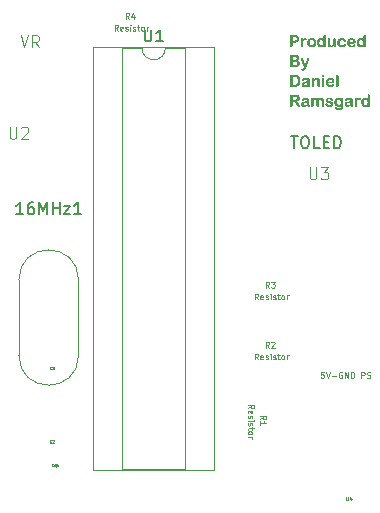
<source format=gbr>
%TF.GenerationSoftware,KiCad,Pcbnew,7.0.6-0*%
%TF.CreationDate,2023-07-24T12:55:41-04:00*%
%TF.ProjectId,Test_1_V1,54657374-5f31-45f5-9631-2e6b69636164,rev?*%
%TF.SameCoordinates,Original*%
%TF.FileFunction,Legend,Top*%
%TF.FilePolarity,Positive*%
%FSLAX46Y46*%
G04 Gerber Fmt 4.6, Leading zero omitted, Abs format (unit mm)*
G04 Created by KiCad (PCBNEW 7.0.6-0) date 2023-07-24 12:55:41*
%MOMM*%
%LPD*%
G01*
G04 APERTURE LIST*
%ADD10C,0.250000*%
%ADD11C,0.100000*%
%ADD12C,0.150000*%
%ADD13C,0.050000*%
%ADD14C,0.075000*%
%ADD15C,0.120000*%
G04 APERTURE END LIST*
D10*
G36*
X147843202Y-90294022D02*
G01*
X147857227Y-90294239D01*
X147870832Y-90294602D01*
X147884017Y-90295109D01*
X147896783Y-90295762D01*
X147909129Y-90296560D01*
X147921054Y-90297502D01*
X147932561Y-90298590D01*
X147943647Y-90299823D01*
X147954313Y-90301200D01*
X147964560Y-90302723D01*
X147974387Y-90304391D01*
X147988340Y-90307164D01*
X148001349Y-90310264D01*
X148009497Y-90312512D01*
X148021251Y-90316013D01*
X148032701Y-90319922D01*
X148043846Y-90324239D01*
X148054686Y-90328964D01*
X148065221Y-90334096D01*
X148075451Y-90339637D01*
X148085377Y-90345585D01*
X148094997Y-90351942D01*
X148104313Y-90358706D01*
X148113324Y-90365878D01*
X148119162Y-90370886D01*
X148127666Y-90378649D01*
X148135774Y-90386734D01*
X148143488Y-90395141D01*
X148150807Y-90403870D01*
X148157731Y-90412921D01*
X148164259Y-90422294D01*
X148170393Y-90431989D01*
X148176132Y-90442006D01*
X148181476Y-90452345D01*
X148186424Y-90463006D01*
X148189504Y-90470293D01*
X148193782Y-90481408D01*
X148197638Y-90492772D01*
X148201075Y-90504386D01*
X148204090Y-90516248D01*
X148206685Y-90528360D01*
X148208858Y-90540720D01*
X148210611Y-90553330D01*
X148211944Y-90566188D01*
X148212855Y-90579296D01*
X148213346Y-90592653D01*
X148213440Y-90601695D01*
X148213060Y-90620910D01*
X148211921Y-90639538D01*
X148210022Y-90657577D01*
X148207364Y-90675029D01*
X148203947Y-90691893D01*
X148199770Y-90708170D01*
X148194833Y-90723859D01*
X148189138Y-90738960D01*
X148182682Y-90753473D01*
X148175468Y-90767399D01*
X148167494Y-90780737D01*
X148158760Y-90793487D01*
X148149267Y-90805649D01*
X148139014Y-90817224D01*
X148128003Y-90828211D01*
X148116231Y-90838611D01*
X148103716Y-90848371D01*
X148090471Y-90857501D01*
X148076498Y-90866002D01*
X148061796Y-90873873D01*
X148046364Y-90881115D01*
X148030204Y-90887727D01*
X148013315Y-90893709D01*
X147995697Y-90899061D01*
X147977351Y-90903784D01*
X147958275Y-90907877D01*
X147948464Y-90909687D01*
X147938470Y-90911340D01*
X147928294Y-90912835D01*
X147917937Y-90914173D01*
X147907396Y-90915354D01*
X147896674Y-90916377D01*
X147885769Y-90917243D01*
X147874683Y-90917952D01*
X147863414Y-90918503D01*
X147851962Y-90918896D01*
X147840329Y-90919132D01*
X147828513Y-90919211D01*
X147649483Y-90919211D01*
X147649483Y-91194473D01*
X147649210Y-91206120D01*
X147648393Y-91217247D01*
X147647029Y-91227855D01*
X147645121Y-91237944D01*
X147642667Y-91247513D01*
X147638548Y-91259464D01*
X147633459Y-91270491D01*
X147627400Y-91280595D01*
X147620373Y-91289775D01*
X147618464Y-91291926D01*
X147610454Y-91299825D01*
X147601932Y-91306672D01*
X147592899Y-91312465D01*
X147583354Y-91317205D01*
X147573298Y-91320891D01*
X147562731Y-91323524D01*
X147551652Y-91325104D01*
X147540062Y-91325631D01*
X147528022Y-91325108D01*
X147516569Y-91323540D01*
X147505704Y-91320926D01*
X147495427Y-91317266D01*
X147485737Y-91312560D01*
X147476635Y-91306809D01*
X147468121Y-91300012D01*
X147460195Y-91292170D01*
X147453097Y-91283346D01*
X147446945Y-91273607D01*
X147441739Y-91262952D01*
X147437480Y-91251381D01*
X147434168Y-91238894D01*
X147432304Y-91228928D01*
X147430974Y-91218447D01*
X147430175Y-91207450D01*
X147429909Y-91195938D01*
X147429909Y-90465896D01*
X147649483Y-90465896D01*
X147649483Y-90747264D01*
X147779176Y-90747264D01*
X147792244Y-90747142D01*
X147804887Y-90746775D01*
X147817105Y-90746163D01*
X147828899Y-90745306D01*
X147840267Y-90744205D01*
X147851210Y-90742859D01*
X147861728Y-90741268D01*
X147871820Y-90739433D01*
X147881488Y-90737353D01*
X147893718Y-90734199D01*
X147896657Y-90733342D01*
X147908018Y-90729537D01*
X147918654Y-90725206D01*
X147928565Y-90720348D01*
X147937751Y-90714963D01*
X147946211Y-90709051D01*
X147953947Y-90702613D01*
X147960958Y-90695649D01*
X147967243Y-90688157D01*
X147972853Y-90680032D01*
X147977715Y-90671289D01*
X147981829Y-90661928D01*
X147985195Y-90651948D01*
X147987813Y-90641350D01*
X147989683Y-90630134D01*
X147990805Y-90618300D01*
X147991179Y-90605847D01*
X147990855Y-90594600D01*
X147989882Y-90583757D01*
X147988262Y-90573317D01*
X147985992Y-90563280D01*
X147983075Y-90553648D01*
X147979510Y-90544418D01*
X147975296Y-90535593D01*
X147968669Y-90524453D01*
X147960889Y-90514031D01*
X147954298Y-90506685D01*
X147945704Y-90499395D01*
X147935491Y-90492823D01*
X147923659Y-90486968D01*
X147910209Y-90481829D01*
X147900342Y-90478802D01*
X147889757Y-90476093D01*
X147878452Y-90473703D01*
X147866428Y-90471632D01*
X147853684Y-90469879D01*
X147840221Y-90468446D01*
X147826039Y-90467330D01*
X147811138Y-90466534D01*
X147795516Y-90466056D01*
X147779176Y-90465896D01*
X147649483Y-90465896D01*
X147429909Y-90465896D01*
X147429909Y-90425840D01*
X147430201Y-90412999D01*
X147431077Y-90400853D01*
X147432536Y-90389403D01*
X147434580Y-90378648D01*
X147437207Y-90368589D01*
X147440419Y-90359225D01*
X147445609Y-90347822D01*
X147451837Y-90337655D01*
X147459103Y-90328725D01*
X147463126Y-90324724D01*
X147472014Y-90317511D01*
X147482070Y-90311260D01*
X147493294Y-90305971D01*
X147502478Y-90302635D01*
X147512319Y-90299840D01*
X147522817Y-90297586D01*
X147533971Y-90295873D01*
X147545783Y-90294701D01*
X147558252Y-90294069D01*
X147566929Y-90293949D01*
X147828757Y-90293949D01*
X147843202Y-90294022D01*
G37*
G36*
X148551716Y-91043286D02*
G01*
X148551716Y-91202044D01*
X148551461Y-91213231D01*
X148550694Y-91223894D01*
X148549417Y-91234034D01*
X148547629Y-91243649D01*
X148544450Y-91255655D01*
X148540363Y-91266730D01*
X148535367Y-91276874D01*
X148529463Y-91286087D01*
X148522651Y-91294368D01*
X148515198Y-91301695D01*
X148507249Y-91308046D01*
X148498803Y-91313419D01*
X148489862Y-91317815D01*
X148480424Y-91321235D01*
X148470490Y-91323677D01*
X148460060Y-91325143D01*
X148449134Y-91325631D01*
X148438387Y-91325143D01*
X148428129Y-91323677D01*
X148418360Y-91321235D01*
X148409078Y-91317815D01*
X148400286Y-91313419D01*
X148391981Y-91308046D01*
X148384166Y-91301695D01*
X148376838Y-91294368D01*
X148370198Y-91286052D01*
X148364443Y-91276859D01*
X148359573Y-91266788D01*
X148355589Y-91255839D01*
X148352490Y-91244012D01*
X148350277Y-91231308D01*
X148349198Y-91221203D01*
X148348617Y-91210605D01*
X148348506Y-91203265D01*
X148348506Y-90678876D01*
X148348893Y-90662550D01*
X148350056Y-90647277D01*
X148351992Y-90633058D01*
X148354704Y-90619891D01*
X148358190Y-90607778D01*
X148362451Y-90596719D01*
X148367486Y-90586712D01*
X148373297Y-90577759D01*
X148379882Y-90569860D01*
X148387242Y-90563013D01*
X148395376Y-90557220D01*
X148404285Y-90552480D01*
X148413969Y-90548794D01*
X148424427Y-90546161D01*
X148435661Y-90544581D01*
X148447669Y-90544054D01*
X148459869Y-90544542D01*
X148471192Y-90546008D01*
X148481638Y-90548450D01*
X148491205Y-90551870D01*
X148501930Y-90557518D01*
X148511283Y-90564692D01*
X148519266Y-90573394D01*
X148520697Y-90575317D01*
X148527265Y-90585034D01*
X148532771Y-90594799D01*
X148537216Y-90604612D01*
X148540599Y-90614472D01*
X148542921Y-90624380D01*
X148544182Y-90634336D01*
X148544389Y-90638332D01*
X148549888Y-90629795D01*
X148555884Y-90621403D01*
X148562375Y-90613156D01*
X148569363Y-90605054D01*
X148576846Y-90597097D01*
X148584826Y-90589285D01*
X148593302Y-90581618D01*
X148602274Y-90574096D01*
X148611941Y-90567055D01*
X148622379Y-90560952D01*
X148633587Y-90555789D01*
X148645566Y-90551564D01*
X148655057Y-90549012D01*
X148664981Y-90546988D01*
X148675339Y-90545491D01*
X148686130Y-90544523D01*
X148697355Y-90544083D01*
X148701193Y-90544054D01*
X148712618Y-90544320D01*
X148723996Y-90545119D01*
X148735327Y-90546450D01*
X148746611Y-90548313D01*
X148757847Y-90550709D01*
X148769036Y-90553637D01*
X148780178Y-90557097D01*
X148791273Y-90561090D01*
X148802320Y-90565615D01*
X148813320Y-90570673D01*
X148820628Y-90574340D01*
X148831103Y-90580210D01*
X148840549Y-90586462D01*
X148848964Y-90593095D01*
X148856348Y-90600111D01*
X148864591Y-90610061D01*
X148871003Y-90620689D01*
X148875582Y-90631997D01*
X148878330Y-90643984D01*
X148879246Y-90656650D01*
X148878608Y-90667859D01*
X148876694Y-90678436D01*
X148873504Y-90688381D01*
X148869037Y-90697694D01*
X148863295Y-90706375D01*
X148856277Y-90714424D01*
X148853112Y-90717466D01*
X148844844Y-90724362D01*
X148836373Y-90730089D01*
X148827699Y-90734647D01*
X148817023Y-90738574D01*
X148806055Y-90740818D01*
X148796692Y-90741402D01*
X148786774Y-90740162D01*
X148776568Y-90737818D01*
X148765680Y-90734841D01*
X148755098Y-90731678D01*
X148745645Y-90728702D01*
X148735917Y-90725725D01*
X148724219Y-90722562D01*
X148713034Y-90720019D01*
X148702361Y-90718097D01*
X148692202Y-90716795D01*
X148680687Y-90716051D01*
X148677013Y-90716001D01*
X148665440Y-90716502D01*
X148654535Y-90718004D01*
X148644298Y-90720509D01*
X148634728Y-90724015D01*
X148625827Y-90728523D01*
X148617593Y-90734033D01*
X148614487Y-90736517D01*
X148607181Y-90743377D01*
X148600376Y-90751286D01*
X148594072Y-90760245D01*
X148588269Y-90770253D01*
X148582966Y-90781311D01*
X148579085Y-90790913D01*
X148576385Y-90798555D01*
X148573091Y-90809206D01*
X148570050Y-90820399D01*
X148567260Y-90832135D01*
X148564722Y-90844412D01*
X148562436Y-90857231D01*
X148560887Y-90867200D01*
X148559479Y-90877475D01*
X148558214Y-90888054D01*
X148557090Y-90898939D01*
X148556129Y-90910209D01*
X148555263Y-90921948D01*
X148554492Y-90934155D01*
X148553815Y-90946829D01*
X148553233Y-90959972D01*
X148552745Y-90973583D01*
X148552351Y-90987661D01*
X148552052Y-91002208D01*
X148551905Y-91012165D01*
X148551800Y-91022331D01*
X148551737Y-91032705D01*
X148551716Y-91043286D01*
G37*
G36*
X149282276Y-90544165D02*
G01*
X149292928Y-90544497D01*
X149303457Y-90545050D01*
X149313861Y-90545825D01*
X149324141Y-90546821D01*
X149334297Y-90548038D01*
X149344329Y-90549477D01*
X149354237Y-90551137D01*
X149364021Y-90553018D01*
X149373681Y-90555121D01*
X149383217Y-90557445D01*
X149397288Y-90561347D01*
X149411081Y-90565746D01*
X149424594Y-90570643D01*
X149429036Y-90572386D01*
X149442139Y-90577867D01*
X149454885Y-90583778D01*
X149467275Y-90590118D01*
X149479309Y-90596887D01*
X149490986Y-90604085D01*
X149502306Y-90611713D01*
X149513271Y-90619770D01*
X149523879Y-90628257D01*
X149534131Y-90637172D01*
X149544026Y-90646518D01*
X149550425Y-90652986D01*
X149559734Y-90662958D01*
X149568609Y-90673274D01*
X149577050Y-90683933D01*
X149585058Y-90694935D01*
X149592632Y-90706281D01*
X149599773Y-90717970D01*
X149606480Y-90730003D01*
X149612753Y-90742379D01*
X149618593Y-90755099D01*
X149623999Y-90768162D01*
X149627362Y-90777062D01*
X149632076Y-90790611D01*
X149636326Y-90804422D01*
X149640113Y-90818494D01*
X149642380Y-90828022D01*
X149644441Y-90837666D01*
X149646295Y-90847426D01*
X149647944Y-90857302D01*
X149649386Y-90867295D01*
X149650623Y-90877405D01*
X149651653Y-90887630D01*
X149652478Y-90897973D01*
X149653096Y-90908431D01*
X149653508Y-90919006D01*
X149653714Y-90929697D01*
X149653740Y-90935087D01*
X149653636Y-90945722D01*
X149653324Y-90956256D01*
X149652804Y-90966689D01*
X149652076Y-90977020D01*
X149651140Y-90987251D01*
X149649996Y-90997380D01*
X149648644Y-91007408D01*
X149647084Y-91017336D01*
X149645316Y-91027162D01*
X149643341Y-91036886D01*
X149641157Y-91046510D01*
X149638765Y-91056033D01*
X149636165Y-91065454D01*
X149631875Y-91079397D01*
X149627117Y-91093112D01*
X149621913Y-91106491D01*
X149616284Y-91119519D01*
X149610230Y-91132194D01*
X149603750Y-91144517D01*
X149596846Y-91156489D01*
X149589516Y-91168108D01*
X149581762Y-91179375D01*
X149573582Y-91190290D01*
X149564978Y-91200853D01*
X149555948Y-91211064D01*
X149549692Y-91217676D01*
X149540041Y-91227261D01*
X149530046Y-91236418D01*
X149519708Y-91245144D01*
X149509026Y-91253442D01*
X149498001Y-91261310D01*
X149486632Y-91268749D01*
X149474920Y-91275759D01*
X149462864Y-91282339D01*
X149450465Y-91288490D01*
X149437722Y-91294211D01*
X149429036Y-91297787D01*
X149415741Y-91302763D01*
X149402140Y-91307250D01*
X149388235Y-91311247D01*
X149374025Y-91314755D01*
X149364382Y-91316821D01*
X149354603Y-91318670D01*
X149344690Y-91320302D01*
X149334640Y-91321716D01*
X149324456Y-91322912D01*
X149314135Y-91323891D01*
X149303680Y-91324652D01*
X149293089Y-91325196D01*
X149282362Y-91325522D01*
X149271500Y-91325631D01*
X149260758Y-91325521D01*
X149250148Y-91325192D01*
X149239669Y-91324644D01*
X149229322Y-91323876D01*
X149219107Y-91322888D01*
X149209023Y-91321681D01*
X149199071Y-91320255D01*
X149189251Y-91318609D01*
X149179562Y-91316744D01*
X149170005Y-91314659D01*
X149155917Y-91311121D01*
X149142125Y-91307089D01*
X149128629Y-91302563D01*
X149115429Y-91297543D01*
X149102584Y-91292018D01*
X149090061Y-91286068D01*
X149077860Y-91279694D01*
X149065981Y-91272894D01*
X149054424Y-91265669D01*
X149043189Y-91258019D01*
X149032276Y-91249944D01*
X149021685Y-91241444D01*
X149011416Y-91232518D01*
X149001469Y-91223168D01*
X148995017Y-91216699D01*
X148985662Y-91206644D01*
X148976742Y-91196262D01*
X148968254Y-91185555D01*
X148960201Y-91174521D01*
X148952581Y-91163161D01*
X148945395Y-91151474D01*
X148938642Y-91139462D01*
X148932323Y-91127123D01*
X148926437Y-91114457D01*
X148920986Y-91101466D01*
X148917592Y-91092623D01*
X148912922Y-91079118D01*
X148908710Y-91065346D01*
X148904959Y-91051309D01*
X148901667Y-91037005D01*
X148899727Y-91027321D01*
X148897991Y-91017519D01*
X148896460Y-91007598D01*
X148895133Y-90997559D01*
X148894010Y-90987402D01*
X148893091Y-90977127D01*
X148892377Y-90966733D01*
X148891866Y-90956221D01*
X148891560Y-90945591D01*
X148891460Y-90935087D01*
X149095157Y-90935087D01*
X149095345Y-90948475D01*
X149095912Y-90961528D01*
X149096857Y-90974246D01*
X149098179Y-90986630D01*
X149099879Y-90998678D01*
X149101957Y-91010392D01*
X149104413Y-91021771D01*
X149107247Y-91032814D01*
X149110458Y-91043523D01*
X149114047Y-91053898D01*
X149116650Y-91060628D01*
X149120882Y-91070344D01*
X149125428Y-91079618D01*
X149130288Y-91088450D01*
X149135460Y-91096840D01*
X149142845Y-91107339D01*
X149150787Y-91117051D01*
X149159286Y-91125978D01*
X149168342Y-91134118D01*
X149177955Y-91141472D01*
X149188072Y-91147998D01*
X149198639Y-91153654D01*
X149209657Y-91158439D01*
X149221125Y-91162355D01*
X149233043Y-91165400D01*
X149245412Y-91167575D01*
X149258231Y-91168881D01*
X149268140Y-91169288D01*
X149271500Y-91169316D01*
X149281538Y-91169075D01*
X149291318Y-91168354D01*
X149305505Y-91166370D01*
X149319113Y-91163305D01*
X149332141Y-91159158D01*
X149344590Y-91153928D01*
X149356458Y-91147617D01*
X149367748Y-91140224D01*
X149378457Y-91131749D01*
X149388588Y-91122192D01*
X149398138Y-91111553D01*
X149401193Y-91107766D01*
X149407078Y-91099850D01*
X149412584Y-91091551D01*
X149417711Y-91082868D01*
X149422457Y-91073801D01*
X149426824Y-91064351D01*
X149430811Y-91054518D01*
X149434418Y-91044300D01*
X149437646Y-91033700D01*
X149440494Y-91022716D01*
X149442962Y-91011348D01*
X149445051Y-90999596D01*
X149446759Y-90987462D01*
X149448088Y-90974943D01*
X149449038Y-90962041D01*
X149449607Y-90948756D01*
X149449797Y-90935087D01*
X149449607Y-90921272D01*
X149449038Y-90907854D01*
X149448088Y-90894832D01*
X149446759Y-90882208D01*
X149445051Y-90869981D01*
X149442962Y-90858150D01*
X149440494Y-90846717D01*
X149437646Y-90835680D01*
X149434418Y-90825040D01*
X149430811Y-90814797D01*
X149426824Y-90804951D01*
X149422457Y-90795502D01*
X149417711Y-90786450D01*
X149412584Y-90777794D01*
X149407078Y-90769536D01*
X149401193Y-90761674D01*
X149391835Y-90750718D01*
X149381899Y-90740840D01*
X149371382Y-90732040D01*
X149360286Y-90724317D01*
X149348610Y-90717671D01*
X149336355Y-90712104D01*
X149323520Y-90707613D01*
X149310105Y-90704201D01*
X149296111Y-90701866D01*
X149281538Y-90700609D01*
X149271500Y-90700369D01*
X149258566Y-90700797D01*
X149246022Y-90702079D01*
X149233867Y-90704216D01*
X149222102Y-90707208D01*
X149210725Y-90711055D01*
X149199738Y-90715757D01*
X149189140Y-90721313D01*
X149178932Y-90727725D01*
X149169258Y-90734918D01*
X149160140Y-90742944D01*
X149151580Y-90751802D01*
X149143578Y-90761491D01*
X149136132Y-90772013D01*
X149130914Y-90780450D01*
X149126008Y-90789355D01*
X149121417Y-90798728D01*
X149117138Y-90808569D01*
X149113210Y-90818811D01*
X149109668Y-90829389D01*
X149106512Y-90840301D01*
X149103743Y-90851548D01*
X149101360Y-90863130D01*
X149099364Y-90875047D01*
X149097754Y-90887299D01*
X149096530Y-90899885D01*
X149095693Y-90912807D01*
X149095242Y-90926063D01*
X149095157Y-90935087D01*
X148891460Y-90935087D01*
X148891458Y-90934842D01*
X148891562Y-90924031D01*
X148891874Y-90913334D01*
X148892394Y-90902751D01*
X148893122Y-90892283D01*
X148894058Y-90881930D01*
X148895202Y-90871690D01*
X148896554Y-90861566D01*
X148898114Y-90851556D01*
X148899881Y-90841660D01*
X148901857Y-90831879D01*
X148904041Y-90822212D01*
X148906433Y-90812660D01*
X148909033Y-90803222D01*
X148913323Y-90789280D01*
X148918080Y-90775596D01*
X148923276Y-90762179D01*
X148928880Y-90749132D01*
X148934891Y-90736454D01*
X148941310Y-90724145D01*
X148948137Y-90712205D01*
X148955372Y-90700635D01*
X148963015Y-90689433D01*
X148971066Y-90678601D01*
X148979524Y-90668138D01*
X148988391Y-90658045D01*
X148994528Y-90651521D01*
X149004099Y-90642023D01*
X149014034Y-90632945D01*
X149024335Y-90624288D01*
X149035000Y-90616052D01*
X149046031Y-90608237D01*
X149057426Y-90600842D01*
X149069186Y-90593869D01*
X149081311Y-90587315D01*
X149093801Y-90581183D01*
X149106656Y-90575472D01*
X149115429Y-90571898D01*
X149128836Y-90566922D01*
X149142497Y-90562435D01*
X149156411Y-90558438D01*
X149170578Y-90554930D01*
X149180164Y-90552864D01*
X149189862Y-90551015D01*
X149199672Y-90549383D01*
X149209596Y-90547969D01*
X149219632Y-90546773D01*
X149229780Y-90545794D01*
X149240041Y-90545033D01*
X149250415Y-90544489D01*
X149260901Y-90544163D01*
X149271500Y-90544054D01*
X149282276Y-90544165D01*
G37*
G36*
X150376187Y-90263152D02*
G01*
X150386743Y-90264549D01*
X150396643Y-90266876D01*
X150405886Y-90270136D01*
X150416517Y-90275519D01*
X150426122Y-90282357D01*
X150434701Y-90290651D01*
X150436294Y-90292484D01*
X150442190Y-90300288D01*
X150447300Y-90308924D01*
X150451624Y-90318393D01*
X150455162Y-90328693D01*
X150457913Y-90339825D01*
X150459879Y-90351789D01*
X150461058Y-90364585D01*
X150461426Y-90374728D01*
X150461451Y-90378213D01*
X150461451Y-91210104D01*
X150461213Y-91220490D01*
X150460498Y-91230400D01*
X150458803Y-91242872D01*
X150456262Y-91254496D01*
X150452873Y-91265273D01*
X150448637Y-91275203D01*
X150443554Y-91284286D01*
X150437623Y-91292522D01*
X150434340Y-91296322D01*
X150427379Y-91303191D01*
X150417991Y-91310490D01*
X150407840Y-91316357D01*
X150396925Y-91320794D01*
X150385247Y-91323799D01*
X150375355Y-91325173D01*
X150364975Y-91325631D01*
X150354702Y-91325173D01*
X150344886Y-91323799D01*
X150333261Y-91320794D01*
X150322351Y-91316357D01*
X150312157Y-91310490D01*
X150302678Y-91303191D01*
X150295610Y-91296322D01*
X150289256Y-91288621D01*
X150283749Y-91280171D01*
X150279089Y-91270974D01*
X150275277Y-91261029D01*
X150272312Y-91250336D01*
X150270194Y-91238894D01*
X150268923Y-91226705D01*
X150268533Y-91214817D01*
X150262821Y-91221175D01*
X150255799Y-91228499D01*
X150248410Y-91235738D01*
X150240655Y-91242894D01*
X150232534Y-91249965D01*
X150224047Y-91256953D01*
X150215193Y-91263857D01*
X150205973Y-91270676D01*
X150196524Y-91277191D01*
X150186861Y-91283301D01*
X150176984Y-91289006D01*
X150166894Y-91294307D01*
X150156590Y-91299203D01*
X150146072Y-91303695D01*
X150135341Y-91307782D01*
X150124396Y-91311465D01*
X150113279Y-91314785D01*
X150101910Y-91317663D01*
X150090290Y-91320097D01*
X150078417Y-91322090D01*
X150066293Y-91323639D01*
X150053917Y-91324746D01*
X150041288Y-91325410D01*
X150028408Y-91325631D01*
X150015493Y-91325371D01*
X150002757Y-91324592D01*
X149990202Y-91323293D01*
X149977827Y-91321475D01*
X149965633Y-91319137D01*
X149953619Y-91316280D01*
X149941785Y-91312903D01*
X149930131Y-91309007D01*
X149918658Y-91304592D01*
X149907365Y-91299656D01*
X149899937Y-91296078D01*
X149889040Y-91290317D01*
X149878421Y-91284119D01*
X149868082Y-91277483D01*
X149858022Y-91270409D01*
X149848241Y-91262897D01*
X149838740Y-91254948D01*
X149829517Y-91246560D01*
X149820573Y-91237734D01*
X149811908Y-91228471D01*
X149803523Y-91218769D01*
X149798087Y-91212058D01*
X149790256Y-91201683D01*
X149782789Y-91190981D01*
X149775687Y-91179953D01*
X149768950Y-91168598D01*
X149762578Y-91156917D01*
X149756571Y-91144910D01*
X149750929Y-91132577D01*
X149745652Y-91119918D01*
X149740739Y-91106932D01*
X149736192Y-91093619D01*
X149733363Y-91084563D01*
X149729435Y-91070765D01*
X149725893Y-91056757D01*
X149722737Y-91042538D01*
X149720848Y-91032942D01*
X149719131Y-91023252D01*
X149717585Y-91013469D01*
X149716211Y-91003593D01*
X149715009Y-90993623D01*
X149713979Y-90983559D01*
X149713120Y-90973402D01*
X149712433Y-90963152D01*
X149711918Y-90952807D01*
X149711574Y-90942370D01*
X149711468Y-90935819D01*
X149915324Y-90935819D01*
X149915526Y-90949814D01*
X149916131Y-90963406D01*
X149917140Y-90976593D01*
X149918553Y-90989377D01*
X149920369Y-91001758D01*
X149922588Y-91013735D01*
X149925212Y-91025308D01*
X149928238Y-91036478D01*
X149931669Y-91047244D01*
X149935503Y-91057607D01*
X149938283Y-91064291D01*
X149942731Y-91073908D01*
X149947468Y-91083065D01*
X149952492Y-91091762D01*
X149957803Y-91100000D01*
X149965333Y-91110270D01*
X149973374Y-91119723D01*
X149981926Y-91128359D01*
X149990990Y-91136179D01*
X150000565Y-91143182D01*
X150010502Y-91149307D01*
X150020654Y-91154615D01*
X150031019Y-91159107D01*
X150041598Y-91162782D01*
X150052390Y-91165641D01*
X150063396Y-91167682D01*
X150074616Y-91168907D01*
X150086050Y-91169316D01*
X150097762Y-91168926D01*
X150109207Y-91167759D01*
X150120385Y-91165812D01*
X150131296Y-91163087D01*
X150141939Y-91159584D01*
X150152316Y-91155302D01*
X150162425Y-91150242D01*
X150172267Y-91144403D01*
X150181736Y-91137747D01*
X150190723Y-91130237D01*
X150199230Y-91121871D01*
X150207255Y-91112651D01*
X150214800Y-91102576D01*
X150221864Y-91091646D01*
X150226846Y-91082888D01*
X150231558Y-91073649D01*
X150234549Y-91067222D01*
X150238783Y-91057186D01*
X150242601Y-91046677D01*
X150246002Y-91035696D01*
X150248986Y-91024243D01*
X150251555Y-91012318D01*
X150253706Y-90999920D01*
X150255441Y-90987050D01*
X150256760Y-90973708D01*
X150257663Y-90959893D01*
X150258148Y-90945606D01*
X150258241Y-90935819D01*
X150258033Y-90922084D01*
X150257408Y-90908723D01*
X150256367Y-90895735D01*
X150254909Y-90883120D01*
X150253035Y-90870879D01*
X150250745Y-90859012D01*
X150248038Y-90847518D01*
X150244914Y-90836397D01*
X150241375Y-90825650D01*
X150237418Y-90815277D01*
X150234549Y-90808569D01*
X150229968Y-90798855D01*
X150225107Y-90789587D01*
X150219967Y-90780765D01*
X150214548Y-90772390D01*
X150206889Y-90761919D01*
X150198733Y-90752240D01*
X150190082Y-90743356D01*
X150180934Y-90735266D01*
X150171290Y-90727969D01*
X150161284Y-90721500D01*
X150151049Y-90715894D01*
X150140585Y-90711150D01*
X150129891Y-90707269D01*
X150118969Y-90704251D01*
X150107818Y-90702094D01*
X150096438Y-90700801D01*
X150084829Y-90700369D01*
X150072719Y-90700812D01*
X150060939Y-90702140D01*
X150049486Y-90704354D01*
X150038361Y-90707452D01*
X150027565Y-90711437D01*
X150017097Y-90716306D01*
X150006957Y-90722061D01*
X149997145Y-90728702D01*
X149987761Y-90736124D01*
X149978903Y-90744348D01*
X149970572Y-90753374D01*
X149962768Y-90763201D01*
X149955490Y-90773829D01*
X149950378Y-90782326D01*
X149945561Y-90791274D01*
X149941041Y-90800673D01*
X149936817Y-90810523D01*
X149932976Y-90820755D01*
X149929513Y-90831300D01*
X149926428Y-90842158D01*
X149923720Y-90853330D01*
X149921390Y-90864816D01*
X149919438Y-90876614D01*
X149917864Y-90888727D01*
X149916667Y-90901152D01*
X149915849Y-90913891D01*
X149915408Y-90926944D01*
X149915324Y-90935819D01*
X149711468Y-90935819D01*
X149711403Y-90931839D01*
X149711381Y-90926538D01*
X149711467Y-90915365D01*
X149711725Y-90904346D01*
X149712154Y-90893480D01*
X149712755Y-90882769D01*
X149713528Y-90872212D01*
X149714472Y-90861809D01*
X149715589Y-90851560D01*
X149716877Y-90841465D01*
X149718336Y-90831525D01*
X149719968Y-90821738D01*
X149721771Y-90812105D01*
X149725893Y-90793303D01*
X149730701Y-90775116D01*
X149736197Y-90757546D01*
X149742379Y-90740592D01*
X149749248Y-90724254D01*
X149756805Y-90708533D01*
X149765048Y-90693428D01*
X149773978Y-90678940D01*
X149783595Y-90665067D01*
X149793899Y-90651812D01*
X149799309Y-90645415D01*
X149810518Y-90633141D01*
X149822164Y-90621658D01*
X149834248Y-90610968D01*
X149846768Y-90601069D01*
X149859725Y-90591963D01*
X149873120Y-90583648D01*
X149886951Y-90576125D01*
X149901219Y-90569394D01*
X149915924Y-90563455D01*
X149931066Y-90558308D01*
X149946645Y-90553952D01*
X149962661Y-90550389D01*
X149979114Y-90547617D01*
X149996004Y-90545638D01*
X150013331Y-90544450D01*
X150031095Y-90544054D01*
X150041373Y-90544167D01*
X150051447Y-90544508D01*
X150061317Y-90545076D01*
X150075739Y-90546353D01*
X150089702Y-90548141D01*
X150103205Y-90550440D01*
X150116249Y-90553250D01*
X150128834Y-90556571D01*
X150140959Y-90560403D01*
X150152624Y-90564746D01*
X150163831Y-90569599D01*
X150171046Y-90573119D01*
X150181614Y-90578660D01*
X150191886Y-90584476D01*
X150201862Y-90590567D01*
X150211541Y-90596933D01*
X150220924Y-90603573D01*
X150230011Y-90610488D01*
X150238801Y-90617678D01*
X150247296Y-90625143D01*
X150255494Y-90632882D01*
X150263396Y-90640896D01*
X150268499Y-90646392D01*
X150268499Y-90387983D01*
X150268718Y-90376831D01*
X150269375Y-90366181D01*
X150270470Y-90356034D01*
X150272611Y-90343286D01*
X150275530Y-90331430D01*
X150279228Y-90320468D01*
X150283705Y-90310399D01*
X150288960Y-90301222D01*
X150293412Y-90294926D01*
X150300033Y-90287370D01*
X150307318Y-90280821D01*
X150317359Y-90274052D01*
X150328437Y-90268857D01*
X150338046Y-90265835D01*
X150348320Y-90263820D01*
X150359257Y-90262812D01*
X150364975Y-90262686D01*
X150376187Y-90263152D01*
G37*
G36*
X151116266Y-91216454D02*
G01*
X151116266Y-91215233D01*
X151109425Y-91223114D01*
X151101726Y-91231185D01*
X151093168Y-91239448D01*
X151085703Y-91246195D01*
X151077689Y-91253064D01*
X151069125Y-91260056D01*
X151060012Y-91267169D01*
X151057648Y-91268967D01*
X151048069Y-91275882D01*
X151038261Y-91282339D01*
X151028224Y-91288338D01*
X151017958Y-91293879D01*
X151007464Y-91298963D01*
X150996740Y-91303588D01*
X150985787Y-91307756D01*
X150974605Y-91311465D01*
X150963118Y-91314785D01*
X150951250Y-91317663D01*
X150938999Y-91320097D01*
X150926367Y-91322090D01*
X150916643Y-91323293D01*
X150906704Y-91324248D01*
X150896550Y-91324953D01*
X150886182Y-91325410D01*
X150875599Y-91325617D01*
X150872023Y-91325631D01*
X150859007Y-91325382D01*
X150846243Y-91324635D01*
X150833733Y-91323390D01*
X150821476Y-91321647D01*
X150809473Y-91319406D01*
X150797723Y-91316667D01*
X150786226Y-91313429D01*
X150774982Y-91309694D01*
X150763992Y-91305461D01*
X150753255Y-91300730D01*
X150746238Y-91297299D01*
X150736018Y-91291798D01*
X150726240Y-91285919D01*
X150716904Y-91279662D01*
X150708010Y-91273027D01*
X150699559Y-91266015D01*
X150691550Y-91258625D01*
X150683983Y-91250856D01*
X150676858Y-91242711D01*
X150670175Y-91234187D01*
X150663935Y-91225285D01*
X150660020Y-91219141D01*
X150653517Y-91206995D01*
X150647653Y-91193914D01*
X150644099Y-91184672D01*
X150640829Y-91175015D01*
X150637844Y-91164942D01*
X150635143Y-91154453D01*
X150632726Y-91143548D01*
X150630594Y-91132227D01*
X150628746Y-91120490D01*
X150627182Y-91108337D01*
X150625903Y-91095768D01*
X150624908Y-91082783D01*
X150624197Y-91069382D01*
X150623770Y-91055565D01*
X150623628Y-91041332D01*
X150623628Y-90665198D01*
X150623871Y-90654236D01*
X150624599Y-90643789D01*
X150625811Y-90633857D01*
X150628183Y-90621416D01*
X150631418Y-90609891D01*
X150635514Y-90599281D01*
X150640474Y-90589588D01*
X150646295Y-90580811D01*
X150651228Y-90574829D01*
X150658406Y-90567616D01*
X150666142Y-90561365D01*
X150674435Y-90556075D01*
X150683285Y-90551748D01*
X150692692Y-90548382D01*
X150702656Y-90545977D01*
X150713178Y-90544535D01*
X150724256Y-90544054D01*
X150735461Y-90544539D01*
X150746116Y-90545993D01*
X150756222Y-90548416D01*
X150765778Y-90551809D01*
X150774784Y-90556171D01*
X150783241Y-90561502D01*
X150791148Y-90567803D01*
X150798506Y-90575073D01*
X150805146Y-90583270D01*
X150810901Y-90592353D01*
X150815771Y-90602321D01*
X150819755Y-90613175D01*
X150822854Y-90624914D01*
X150825068Y-90637538D01*
X150826147Y-90647587D01*
X150826728Y-90658134D01*
X150826838Y-90665443D01*
X150826838Y-90970013D01*
X150826931Y-90982093D01*
X150827208Y-90993787D01*
X150827669Y-91005094D01*
X150828315Y-91016015D01*
X150829146Y-91026549D01*
X150830161Y-91036697D01*
X150831361Y-91046459D01*
X150833248Y-91058873D01*
X150835464Y-91070601D01*
X150837341Y-91078946D01*
X150840272Y-91089448D01*
X150843691Y-91099340D01*
X150847599Y-91108621D01*
X150853171Y-91119364D01*
X150859506Y-91129153D01*
X150866604Y-91137988D01*
X150874466Y-91145868D01*
X150883250Y-91152623D01*
X150892965Y-91158233D01*
X150903610Y-91162698D01*
X150915186Y-91166018D01*
X150925116Y-91167850D01*
X150935641Y-91168949D01*
X150946762Y-91169316D01*
X150957920Y-91168892D01*
X150968927Y-91167621D01*
X150979780Y-91165503D01*
X150990481Y-91162538D01*
X151001029Y-91158725D01*
X151011425Y-91154066D01*
X151021668Y-91148559D01*
X151031758Y-91142205D01*
X151041429Y-91135110D01*
X151050412Y-91127504D01*
X151058709Y-91119387D01*
X151066318Y-91110758D01*
X151073241Y-91101618D01*
X151079477Y-91091967D01*
X151085026Y-91081804D01*
X151089888Y-91071130D01*
X151093494Y-91059860D01*
X151095883Y-91049440D01*
X151098002Y-91037332D01*
X151099851Y-91023537D01*
X151100932Y-91013403D01*
X151101894Y-91002519D01*
X151102736Y-90990885D01*
X151103457Y-90978501D01*
X151104058Y-90965367D01*
X151104539Y-90951483D01*
X151104899Y-90936850D01*
X151105140Y-90921466D01*
X151105260Y-90905333D01*
X151105275Y-90896985D01*
X151105275Y-90665443D01*
X151105524Y-90654563D01*
X151106271Y-90644182D01*
X151107516Y-90634299D01*
X151109951Y-90621896D01*
X151113271Y-90610378D01*
X151117477Y-90599746D01*
X151122568Y-90589999D01*
X151128544Y-90581138D01*
X151133607Y-90575073D01*
X151140954Y-90567803D01*
X151148827Y-90561502D01*
X151157226Y-90556171D01*
X151166153Y-90551809D01*
X151175606Y-90548416D01*
X151185585Y-90545993D01*
X151196092Y-90544539D01*
X151207124Y-90544054D01*
X151218203Y-90544531D01*
X151228725Y-90545962D01*
X151238689Y-90548347D01*
X151248096Y-90551687D01*
X151256946Y-90555980D01*
X151265239Y-90561227D01*
X151272975Y-90567429D01*
X151280153Y-90574584D01*
X151286622Y-90582614D01*
X151292228Y-90591559D01*
X151296971Y-90601420D01*
X151300853Y-90612198D01*
X151303871Y-90623891D01*
X151306028Y-90636500D01*
X151307079Y-90646558D01*
X151307645Y-90657131D01*
X151307752Y-90664466D01*
X151307752Y-91211325D01*
X151307518Y-91221755D01*
X151306817Y-91231704D01*
X151305153Y-91244222D01*
X151302657Y-91255884D01*
X151299329Y-91266692D01*
X151295169Y-91276645D01*
X151290177Y-91285743D01*
X151284354Y-91293986D01*
X151281130Y-91297787D01*
X151272441Y-91306231D01*
X151263012Y-91313243D01*
X151252844Y-91318825D01*
X151241937Y-91322975D01*
X151230290Y-91325694D01*
X151220440Y-91326839D01*
X151212742Y-91327096D01*
X151202469Y-91326639D01*
X151192653Y-91325265D01*
X151181028Y-91322259D01*
X151170118Y-91317823D01*
X151159924Y-91311955D01*
X151150445Y-91304657D01*
X151143377Y-91297787D01*
X151137023Y-91290105D01*
X151131516Y-91281713D01*
X151126856Y-91272611D01*
X151123044Y-91262800D01*
X151120079Y-91252278D01*
X151117961Y-91241047D01*
X151116690Y-91229106D01*
X151116266Y-91216454D01*
G37*
G36*
X152162358Y-91084563D02*
G01*
X152161822Y-91096349D01*
X152160212Y-91108348D01*
X152158151Y-91118103D01*
X152155403Y-91127995D01*
X152151968Y-91138024D01*
X152147847Y-91148191D01*
X152143038Y-91158495D01*
X152140376Y-91163698D01*
X152134595Y-91174071D01*
X152128118Y-91184306D01*
X152120948Y-91194404D01*
X152113082Y-91204364D01*
X152104522Y-91214188D01*
X152097646Y-91221465D01*
X152090380Y-91228665D01*
X152082723Y-91235787D01*
X152074675Y-91242833D01*
X152066232Y-91249711D01*
X152057390Y-91256331D01*
X152048149Y-91262694D01*
X152038508Y-91268799D01*
X152028468Y-91274646D01*
X152018029Y-91280236D01*
X152007190Y-91285569D01*
X151995952Y-91290643D01*
X151984315Y-91295460D01*
X151972279Y-91300020D01*
X151964033Y-91302916D01*
X151951431Y-91306976D01*
X151938536Y-91310636D01*
X151925350Y-91313897D01*
X151911872Y-91316758D01*
X151898102Y-91319220D01*
X151884040Y-91321283D01*
X151869686Y-91322947D01*
X151859954Y-91323834D01*
X151850093Y-91324544D01*
X151840102Y-91325076D01*
X151829981Y-91325431D01*
X151819730Y-91325609D01*
X151814556Y-91325631D01*
X151803550Y-91325529D01*
X151792695Y-91325225D01*
X151781991Y-91324717D01*
X151771440Y-91324005D01*
X151761040Y-91323091D01*
X151750792Y-91321973D01*
X151740695Y-91320652D01*
X151730751Y-91319128D01*
X151720957Y-91317401D01*
X151711316Y-91315470D01*
X151692488Y-91310999D01*
X151674267Y-91305716D01*
X151656653Y-91299619D01*
X151639646Y-91292710D01*
X151623246Y-91284988D01*
X151607452Y-91276452D01*
X151592265Y-91267104D01*
X151577685Y-91256943D01*
X151563711Y-91245970D01*
X151550345Y-91234183D01*
X151537585Y-91221584D01*
X151525518Y-91208303D01*
X151514229Y-91194473D01*
X151503719Y-91180093D01*
X151493988Y-91165163D01*
X151485035Y-91149685D01*
X151476860Y-91133656D01*
X151469464Y-91117078D01*
X151462847Y-91099951D01*
X151457008Y-91082274D01*
X151451947Y-91064047D01*
X151447665Y-91045271D01*
X151445816Y-91035677D01*
X151444162Y-91025945D01*
X151442702Y-91016076D01*
X151441437Y-91006070D01*
X151440367Y-90995926D01*
X151439491Y-90985645D01*
X151438810Y-90975227D01*
X151438323Y-90964671D01*
X151438031Y-90953977D01*
X151437934Y-90943147D01*
X151438111Y-90928506D01*
X151438644Y-90914078D01*
X151439531Y-90899861D01*
X151440773Y-90885857D01*
X151442370Y-90872063D01*
X151444322Y-90858482D01*
X151446629Y-90845113D01*
X151449291Y-90831955D01*
X151452308Y-90819009D01*
X151455680Y-90806275D01*
X151459406Y-90793753D01*
X151463488Y-90781443D01*
X151467924Y-90769344D01*
X151472716Y-90757457D01*
X151477862Y-90745782D01*
X151483363Y-90734319D01*
X151489231Y-90723123D01*
X151495415Y-90712249D01*
X151501916Y-90701698D01*
X151508734Y-90691470D01*
X151515868Y-90681564D01*
X151523320Y-90671980D01*
X151531088Y-90662719D01*
X151539173Y-90653780D01*
X151547574Y-90645164D01*
X151556292Y-90636870D01*
X151565328Y-90628899D01*
X151574679Y-90621250D01*
X151584348Y-90613924D01*
X151594333Y-90606920D01*
X151604635Y-90600238D01*
X151615254Y-90593879D01*
X151626192Y-90587846D01*
X151637389Y-90582202D01*
X151648845Y-90576947D01*
X151660561Y-90572081D01*
X151672537Y-90567604D01*
X151684772Y-90563517D01*
X151697266Y-90559819D01*
X151710020Y-90556510D01*
X151723034Y-90553591D01*
X151736307Y-90551061D01*
X151749840Y-90548920D01*
X151763632Y-90547168D01*
X151777683Y-90545806D01*
X151791994Y-90544832D01*
X151806565Y-90544249D01*
X151821395Y-90544054D01*
X151835166Y-90544245D01*
X151848727Y-90544818D01*
X151862077Y-90545773D01*
X151875216Y-90547111D01*
X151888146Y-90548830D01*
X151900865Y-90550932D01*
X151913373Y-90553416D01*
X151925672Y-90556281D01*
X151937759Y-90559529D01*
X151949637Y-90563159D01*
X151957438Y-90565792D01*
X151968949Y-90569935D01*
X151980124Y-90574307D01*
X151990965Y-90578906D01*
X152001471Y-90583732D01*
X152011642Y-90588786D01*
X152021478Y-90594067D01*
X152030979Y-90599576D01*
X152040145Y-90605313D01*
X152048977Y-90611277D01*
X152057473Y-90617469D01*
X152062951Y-90621723D01*
X152070925Y-90628182D01*
X152078542Y-90634735D01*
X152085803Y-90641382D01*
X152094929Y-90650393D01*
X152103422Y-90659571D01*
X152111282Y-90668917D01*
X152118508Y-90678431D01*
X152125101Y-90688113D01*
X152129630Y-90695484D01*
X152135068Y-90705247D01*
X152139781Y-90714871D01*
X152143769Y-90724359D01*
X152147032Y-90733709D01*
X152150091Y-90745203D01*
X152152017Y-90756482D01*
X152152810Y-90767547D01*
X152152833Y-90769734D01*
X152152159Y-90780979D01*
X152150137Y-90791664D01*
X152146768Y-90801788D01*
X152142052Y-90811351D01*
X152135987Y-90820354D01*
X152128575Y-90828796D01*
X152125233Y-90832016D01*
X152116405Y-90839334D01*
X152107015Y-90845411D01*
X152097065Y-90850249D01*
X152086555Y-90853845D01*
X152075484Y-90856202D01*
X152063853Y-90857318D01*
X152059043Y-90857418D01*
X152048054Y-90856786D01*
X152037953Y-90854893D01*
X152027496Y-90851184D01*
X152018200Y-90845826D01*
X152016057Y-90844228D01*
X152008532Y-90837650D01*
X152000703Y-90829669D01*
X151993750Y-90821712D01*
X151986575Y-90812725D01*
X151980425Y-90804448D01*
X151979176Y-90802707D01*
X151972837Y-90793274D01*
X151966459Y-90784300D01*
X151960043Y-90775786D01*
X151953588Y-90767731D01*
X151947094Y-90760135D01*
X151938376Y-90750722D01*
X151929589Y-90742126D01*
X151920733Y-90734347D01*
X151911809Y-90727384D01*
X151909567Y-90725771D01*
X151900347Y-90719817D01*
X151890516Y-90714658D01*
X151880075Y-90710292D01*
X151869023Y-90706720D01*
X151857360Y-90703941D01*
X151845087Y-90701957D01*
X151832203Y-90700766D01*
X151822139Y-90700394D01*
X151818709Y-90700369D01*
X151808905Y-90700616D01*
X151794648Y-90701914D01*
X151780927Y-90704323D01*
X151767743Y-90707844D01*
X151755096Y-90712478D01*
X151742985Y-90718223D01*
X151731411Y-90725080D01*
X151720373Y-90733049D01*
X151709873Y-90742130D01*
X151699908Y-90752323D01*
X151690481Y-90763628D01*
X151684566Y-90771694D01*
X151679032Y-90780138D01*
X151673880Y-90788959D01*
X151669110Y-90798158D01*
X151664721Y-90807735D01*
X151660714Y-90817690D01*
X151657088Y-90828022D01*
X151653845Y-90838733D01*
X151650982Y-90849821D01*
X151648502Y-90861287D01*
X151646403Y-90873131D01*
X151644685Y-90885353D01*
X151643350Y-90897952D01*
X151642396Y-90910930D01*
X151641823Y-90924285D01*
X151641632Y-90938018D01*
X151641831Y-90950951D01*
X151642426Y-90963617D01*
X151643418Y-90976016D01*
X151644808Y-90988148D01*
X151646594Y-91000013D01*
X151648777Y-91011611D01*
X151651356Y-91022942D01*
X151654333Y-91034005D01*
X151657680Y-91044668D01*
X151661370Y-91054918D01*
X151665404Y-91064757D01*
X151669781Y-91074183D01*
X151674502Y-91083197D01*
X151679566Y-91091799D01*
X151684974Y-91099989D01*
X151690725Y-91107766D01*
X151698361Y-91116873D01*
X151706463Y-91125264D01*
X151715029Y-91132940D01*
X151724061Y-91139900D01*
X151733557Y-91146144D01*
X151743519Y-91151673D01*
X151747634Y-91153684D01*
X151758257Y-91158187D01*
X151769215Y-91161927D01*
X151780506Y-91164904D01*
X151792132Y-91167117D01*
X151804091Y-91168568D01*
X151813899Y-91169178D01*
X151821395Y-91169316D01*
X151831379Y-91169095D01*
X151844262Y-91168112D01*
X151856658Y-91166343D01*
X151868565Y-91163788D01*
X151879983Y-91160447D01*
X151890913Y-91156319D01*
X151901354Y-91151406D01*
X151911307Y-91145706D01*
X151913719Y-91144159D01*
X151923229Y-91137385D01*
X151932465Y-91129764D01*
X151941425Y-91121295D01*
X151950111Y-91111980D01*
X151956445Y-91104437D01*
X151962625Y-91096418D01*
X151968650Y-91087922D01*
X151974520Y-91078950D01*
X151980236Y-91069501D01*
X151982107Y-91066245D01*
X151987768Y-91056269D01*
X151993608Y-91046949D01*
X151999627Y-91038285D01*
X152005825Y-91030277D01*
X152013499Y-91021532D01*
X152021430Y-91013733D01*
X152029934Y-91007093D01*
X152039141Y-91001826D01*
X152049053Y-90997933D01*
X152059669Y-90995415D01*
X152070989Y-90994270D01*
X152074919Y-90994193D01*
X152086428Y-90994897D01*
X152097292Y-90997008D01*
X152107513Y-91000526D01*
X152117089Y-91005452D01*
X152126022Y-91011784D01*
X152134310Y-91019524D01*
X152137445Y-91023014D01*
X152144622Y-91032116D01*
X152150583Y-91041409D01*
X152155327Y-91050892D01*
X152158855Y-91060566D01*
X152161166Y-91070432D01*
X152162261Y-91080488D01*
X152162358Y-91084563D01*
G37*
G36*
X152659848Y-90544244D02*
G01*
X152673490Y-90544813D01*
X152686883Y-90545763D01*
X152700028Y-90547092D01*
X152712925Y-90548800D01*
X152725575Y-90550889D01*
X152737976Y-90553357D01*
X152750129Y-90556205D01*
X152762034Y-90559433D01*
X152773690Y-90563040D01*
X152785099Y-90567027D01*
X152796260Y-90571394D01*
X152807173Y-90576140D01*
X152817837Y-90581267D01*
X152828254Y-90586773D01*
X152838422Y-90592658D01*
X152848339Y-90598815D01*
X152857939Y-90605195D01*
X152867222Y-90611798D01*
X152876188Y-90618624D01*
X152884838Y-90625674D01*
X152893171Y-90632947D01*
X152901187Y-90640443D01*
X152908886Y-90648162D01*
X152916269Y-90656105D01*
X152923335Y-90664271D01*
X152930084Y-90672660D01*
X152936516Y-90681273D01*
X152942632Y-90690108D01*
X152948431Y-90699167D01*
X152953913Y-90708449D01*
X152959078Y-90717955D01*
X152963958Y-90727554D01*
X152968524Y-90737178D01*
X152972774Y-90746826D01*
X152976710Y-90756499D01*
X152980330Y-90766198D01*
X152983636Y-90775921D01*
X152986627Y-90785668D01*
X152989303Y-90795441D01*
X152991665Y-90805238D01*
X152993711Y-90815060D01*
X152995443Y-90824907D01*
X152996860Y-90834779D01*
X152997962Y-90844676D01*
X152998749Y-90854597D01*
X152999221Y-90864543D01*
X152999378Y-90874515D01*
X152998996Y-90888466D01*
X152997850Y-90901468D01*
X152995939Y-90913522D01*
X152993265Y-90924626D01*
X152989826Y-90934782D01*
X152985623Y-90943989D01*
X152978830Y-90954789D01*
X152970678Y-90963903D01*
X152961168Y-90971329D01*
X152955903Y-90974410D01*
X152944534Y-90979791D01*
X152935352Y-90983356D01*
X152925607Y-90986517D01*
X152915299Y-90989275D01*
X152904429Y-90991629D01*
X152892997Y-90993580D01*
X152881002Y-90995127D01*
X152868444Y-90996270D01*
X152855325Y-90997010D01*
X152841643Y-90997346D01*
X152836957Y-90997369D01*
X152477920Y-90997369D01*
X152478466Y-91010210D01*
X152479737Y-91022846D01*
X152481732Y-91035276D01*
X152484453Y-91047500D01*
X152487900Y-91059517D01*
X152492071Y-91071328D01*
X152496967Y-91082934D01*
X152502588Y-91094333D01*
X152508874Y-91105278D01*
X152515640Y-91115521D01*
X152522887Y-91125062D01*
X152530615Y-91133900D01*
X152538824Y-91142037D01*
X152547514Y-91149471D01*
X152556684Y-91156203D01*
X152566336Y-91162233D01*
X152576419Y-91167556D01*
X152586761Y-91172170D01*
X152597362Y-91176074D01*
X152608224Y-91179269D01*
X152619344Y-91181753D01*
X152630724Y-91183528D01*
X152642364Y-91184592D01*
X152654263Y-91184947D01*
X152664272Y-91184768D01*
X152675904Y-91184081D01*
X152687123Y-91182879D01*
X152697931Y-91181162D01*
X152708327Y-91178929D01*
X152713370Y-91177620D01*
X152723394Y-91174580D01*
X152733314Y-91170957D01*
X152743131Y-91166749D01*
X152752846Y-91161958D01*
X152762457Y-91156583D01*
X152765638Y-91154661D01*
X152775035Y-91148622D01*
X152784174Y-91142411D01*
X152793055Y-91136028D01*
X152801679Y-91129474D01*
X152810045Y-91122747D01*
X152812777Y-91120467D01*
X152821392Y-91113125D01*
X152829280Y-91106286D01*
X152837812Y-91098790D01*
X152846988Y-91090639D01*
X152854792Y-91083646D01*
X152863008Y-91076233D01*
X152869441Y-91070397D01*
X152878570Y-91064306D01*
X152887910Y-91060405D01*
X152898512Y-91057835D01*
X152908604Y-91056693D01*
X152915847Y-91056475D01*
X152927351Y-91057094D01*
X152938047Y-91058948D01*
X152947936Y-91062040D01*
X152957018Y-91066367D01*
X152965292Y-91071931D01*
X152967871Y-91074061D01*
X152974843Y-91081171D01*
X152980373Y-91089311D01*
X152984461Y-91098481D01*
X152987105Y-91108682D01*
X152988307Y-91119914D01*
X152988387Y-91123886D01*
X152987649Y-91134336D01*
X152985434Y-91145353D01*
X152982459Y-91154967D01*
X152978459Y-91164974D01*
X152973434Y-91175374D01*
X152968675Y-91183978D01*
X152967383Y-91186168D01*
X152961815Y-91194850D01*
X152955613Y-91203433D01*
X152948778Y-91211917D01*
X152941310Y-91220301D01*
X152933208Y-91228586D01*
X152924472Y-91236772D01*
X152915103Y-91244859D01*
X152905101Y-91252847D01*
X152897179Y-91258660D01*
X152888892Y-91264284D01*
X152880240Y-91269719D01*
X152871223Y-91274966D01*
X152861842Y-91280023D01*
X152852095Y-91284892D01*
X152841984Y-91289572D01*
X152831507Y-91294063D01*
X152820666Y-91298365D01*
X152809460Y-91302478D01*
X152801786Y-91305115D01*
X152790037Y-91308781D01*
X152777961Y-91312087D01*
X152765559Y-91315032D01*
X152752831Y-91317617D01*
X152739776Y-91319841D01*
X152726395Y-91321704D01*
X152712688Y-91323207D01*
X152698654Y-91324349D01*
X152684295Y-91325130D01*
X152669609Y-91325551D01*
X152659637Y-91325631D01*
X152648206Y-91325528D01*
X152636935Y-91325219D01*
X152625824Y-91324704D01*
X152614871Y-91323982D01*
X152604079Y-91323055D01*
X152593445Y-91321922D01*
X152582971Y-91320582D01*
X152572656Y-91319036D01*
X152562500Y-91317285D01*
X152552504Y-91315327D01*
X152542667Y-91313163D01*
X152532989Y-91310793D01*
X152523471Y-91308217D01*
X152504912Y-91302447D01*
X152486991Y-91295852D01*
X152469707Y-91288434D01*
X152453060Y-91280190D01*
X152437051Y-91271123D01*
X152421679Y-91261231D01*
X152406944Y-91250515D01*
X152392847Y-91238974D01*
X152379387Y-91226610D01*
X152372896Y-91220118D01*
X152360503Y-91206607D01*
X152348910Y-91192515D01*
X152338117Y-91177840D01*
X152328123Y-91162584D01*
X152318928Y-91146745D01*
X152310533Y-91130325D01*
X152302938Y-91113322D01*
X152296142Y-91095737D01*
X152290146Y-91077571D01*
X152284949Y-91058822D01*
X152282650Y-91049230D01*
X152280552Y-91039492D01*
X152278653Y-91029608D01*
X152276954Y-91019579D01*
X152275455Y-91009405D01*
X152274156Y-90999085D01*
X152273056Y-90988620D01*
X152272157Y-90978009D01*
X152271457Y-90967252D01*
X152270958Y-90956350D01*
X152270658Y-90945303D01*
X152270558Y-90934110D01*
X152270656Y-90923592D01*
X152270951Y-90913166D01*
X152271442Y-90902831D01*
X152272130Y-90892588D01*
X152273015Y-90882437D01*
X152274095Y-90872377D01*
X152274103Y-90872316D01*
X152478653Y-90872316D01*
X152801786Y-90872316D01*
X152800879Y-90862116D01*
X152799683Y-90852216D01*
X152797350Y-90837927D01*
X152794368Y-90824312D01*
X152790738Y-90811371D01*
X152786460Y-90799105D01*
X152781533Y-90787512D01*
X152775958Y-90776593D01*
X152769735Y-90766349D01*
X152762864Y-90756778D01*
X152755344Y-90747882D01*
X152752693Y-90745066D01*
X152744397Y-90737078D01*
X152735629Y-90729876D01*
X152726388Y-90723460D01*
X152716675Y-90717829D01*
X152706490Y-90712984D01*
X152695832Y-90708925D01*
X152684703Y-90705651D01*
X152673101Y-90703163D01*
X152661026Y-90701461D01*
X152648480Y-90700544D01*
X152639853Y-90700369D01*
X152627559Y-90700766D01*
X152615681Y-90701958D01*
X152604220Y-90703944D01*
X152593176Y-90706723D01*
X152582548Y-90710298D01*
X152572336Y-90714666D01*
X152562541Y-90719829D01*
X152553162Y-90725786D01*
X152544200Y-90732537D01*
X152535654Y-90740083D01*
X152530188Y-90745554D01*
X152522431Y-90754346D01*
X152515279Y-90763778D01*
X152508732Y-90773849D01*
X152502791Y-90784561D01*
X152497455Y-90795911D01*
X152492724Y-90807902D01*
X152488599Y-90820532D01*
X152485079Y-90833802D01*
X152482165Y-90847712D01*
X152479856Y-90862261D01*
X152478653Y-90872316D01*
X152274103Y-90872316D01*
X152275373Y-90862409D01*
X152276847Y-90852533D01*
X152278518Y-90842748D01*
X152280385Y-90833054D01*
X152282448Y-90823452D01*
X152284709Y-90813942D01*
X152288467Y-90799849D01*
X152292668Y-90785961D01*
X152295715Y-90776817D01*
X152300681Y-90763353D01*
X152306056Y-90750253D01*
X152311838Y-90737518D01*
X152318029Y-90725149D01*
X152324627Y-90713144D01*
X152331633Y-90701504D01*
X152339047Y-90690229D01*
X152346868Y-90679319D01*
X152355098Y-90668774D01*
X152363735Y-90658593D01*
X152369720Y-90652009D01*
X152379029Y-90642424D01*
X152388728Y-90633267D01*
X152398818Y-90624541D01*
X152409299Y-90616243D01*
X152420171Y-90608375D01*
X152431433Y-90600936D01*
X152443086Y-90593926D01*
X152455129Y-90587346D01*
X152467563Y-90581195D01*
X152480388Y-90575473D01*
X152489155Y-90571898D01*
X152502569Y-90566922D01*
X152516249Y-90562435D01*
X152530195Y-90558438D01*
X152544407Y-90554930D01*
X152554030Y-90552864D01*
X152563771Y-90551015D01*
X152573631Y-90549383D01*
X152583608Y-90547969D01*
X152593704Y-90546773D01*
X152603919Y-90545794D01*
X152614251Y-90545033D01*
X152624702Y-90544489D01*
X152635271Y-90544163D01*
X152645959Y-90544054D01*
X152659848Y-90544244D01*
G37*
G36*
X153758462Y-90263152D02*
G01*
X153769018Y-90264549D01*
X153778918Y-90266876D01*
X153788161Y-90270136D01*
X153798791Y-90275519D01*
X153808397Y-90282357D01*
X153816976Y-90290651D01*
X153818569Y-90292484D01*
X153824465Y-90300288D01*
X153829575Y-90308924D01*
X153833899Y-90318393D01*
X153837437Y-90328693D01*
X153840188Y-90339825D01*
X153842154Y-90351789D01*
X153843333Y-90364585D01*
X153843701Y-90374728D01*
X153843726Y-90378213D01*
X153843726Y-91210104D01*
X153843488Y-91220490D01*
X153842773Y-91230400D01*
X153841078Y-91242872D01*
X153838537Y-91254496D01*
X153835148Y-91265273D01*
X153830912Y-91275203D01*
X153825828Y-91284286D01*
X153819898Y-91292522D01*
X153816615Y-91296322D01*
X153809654Y-91303191D01*
X153800266Y-91310490D01*
X153790115Y-91316357D01*
X153779200Y-91320794D01*
X153767522Y-91323799D01*
X153757630Y-91325173D01*
X153747250Y-91325631D01*
X153736977Y-91325173D01*
X153727161Y-91323799D01*
X153715536Y-91320794D01*
X153704626Y-91316357D01*
X153694432Y-91310490D01*
X153684953Y-91303191D01*
X153677885Y-91296322D01*
X153671531Y-91288621D01*
X153666024Y-91280171D01*
X153661364Y-91270974D01*
X153657552Y-91261029D01*
X153654587Y-91250336D01*
X153652469Y-91238894D01*
X153651198Y-91226705D01*
X153650808Y-91214816D01*
X153645095Y-91221175D01*
X153638073Y-91228499D01*
X153630685Y-91235738D01*
X153622930Y-91242894D01*
X153614809Y-91249965D01*
X153606322Y-91256953D01*
X153597468Y-91263857D01*
X153588248Y-91270676D01*
X153578799Y-91277191D01*
X153569136Y-91283301D01*
X153559259Y-91289006D01*
X153549169Y-91294307D01*
X153538865Y-91299203D01*
X153528347Y-91303695D01*
X153517616Y-91307782D01*
X153506671Y-91311465D01*
X153495554Y-91314785D01*
X153484185Y-91317663D01*
X153472565Y-91320097D01*
X153460692Y-91322090D01*
X153448568Y-91323639D01*
X153436191Y-91324746D01*
X153423563Y-91325410D01*
X153410683Y-91325631D01*
X153397768Y-91325371D01*
X153385032Y-91324592D01*
X153372477Y-91323293D01*
X153360102Y-91321475D01*
X153347908Y-91319137D01*
X153335894Y-91316280D01*
X153324060Y-91312903D01*
X153312406Y-91309007D01*
X153300933Y-91304592D01*
X153289640Y-91299656D01*
X153282212Y-91296078D01*
X153271314Y-91290317D01*
X153260696Y-91284119D01*
X153250357Y-91277483D01*
X153240297Y-91270409D01*
X153230516Y-91262897D01*
X153221014Y-91254948D01*
X153211792Y-91246560D01*
X153202848Y-91237734D01*
X153194183Y-91228471D01*
X153185798Y-91218769D01*
X153180362Y-91212058D01*
X153172531Y-91201683D01*
X153165064Y-91190981D01*
X153157962Y-91179953D01*
X153151225Y-91168598D01*
X153144853Y-91156917D01*
X153138846Y-91144910D01*
X153133204Y-91132577D01*
X153127926Y-91119918D01*
X153123014Y-91106932D01*
X153118467Y-91093619D01*
X153115638Y-91084563D01*
X153111710Y-91070765D01*
X153108168Y-91056757D01*
X153105012Y-91042538D01*
X153103123Y-91032942D01*
X153101406Y-91023252D01*
X153099860Y-91013469D01*
X153098486Y-91003593D01*
X153097284Y-90993623D01*
X153096254Y-90983559D01*
X153095395Y-90973402D01*
X153094708Y-90963152D01*
X153094193Y-90952807D01*
X153093849Y-90942370D01*
X153093743Y-90935819D01*
X153297599Y-90935819D01*
X153297801Y-90949814D01*
X153298406Y-90963406D01*
X153299415Y-90976593D01*
X153300828Y-90989377D01*
X153302644Y-91001758D01*
X153304863Y-91013735D01*
X153307486Y-91025308D01*
X153310513Y-91036478D01*
X153313944Y-91047244D01*
X153317778Y-91057607D01*
X153320558Y-91064291D01*
X153325006Y-91073908D01*
X153329743Y-91083065D01*
X153334767Y-91091762D01*
X153340078Y-91100000D01*
X153347608Y-91110270D01*
X153355649Y-91119723D01*
X153364201Y-91128359D01*
X153373265Y-91136179D01*
X153382840Y-91143182D01*
X153392777Y-91149307D01*
X153402929Y-91154615D01*
X153413294Y-91159107D01*
X153423872Y-91162782D01*
X153434665Y-91165641D01*
X153445671Y-91167682D01*
X153456891Y-91168907D01*
X153468325Y-91169316D01*
X153480037Y-91168926D01*
X153491482Y-91167759D01*
X153502660Y-91165812D01*
X153513571Y-91163087D01*
X153524214Y-91159584D01*
X153534591Y-91155302D01*
X153544700Y-91150242D01*
X153554542Y-91144403D01*
X153564011Y-91137747D01*
X153572998Y-91130237D01*
X153581505Y-91121871D01*
X153589530Y-91112651D01*
X153597075Y-91102576D01*
X153604139Y-91091646D01*
X153609121Y-91082888D01*
X153613833Y-91073649D01*
X153616824Y-91067222D01*
X153621058Y-91057186D01*
X153624876Y-91046677D01*
X153628277Y-91035696D01*
X153631261Y-91024243D01*
X153633830Y-91012318D01*
X153635981Y-90999920D01*
X153637716Y-90987050D01*
X153639035Y-90973708D01*
X153639937Y-90959893D01*
X153640423Y-90945606D01*
X153640516Y-90935819D01*
X153640308Y-90922084D01*
X153639683Y-90908723D01*
X153638642Y-90895735D01*
X153637184Y-90883120D01*
X153635310Y-90870879D01*
X153633020Y-90859012D01*
X153630313Y-90847518D01*
X153627189Y-90836397D01*
X153623650Y-90825650D01*
X153619693Y-90815277D01*
X153616824Y-90808569D01*
X153612243Y-90798855D01*
X153607382Y-90789587D01*
X153602242Y-90780765D01*
X153596823Y-90772390D01*
X153589164Y-90761919D01*
X153581008Y-90752240D01*
X153572357Y-90743356D01*
X153563209Y-90735266D01*
X153553565Y-90727969D01*
X153543559Y-90721500D01*
X153533324Y-90715894D01*
X153522860Y-90711150D01*
X153512166Y-90707269D01*
X153501244Y-90704251D01*
X153490093Y-90702094D01*
X153478713Y-90700801D01*
X153467103Y-90700369D01*
X153454994Y-90700812D01*
X153443213Y-90702140D01*
X153431761Y-90704354D01*
X153420636Y-90707452D01*
X153409840Y-90711437D01*
X153399372Y-90716306D01*
X153389232Y-90722061D01*
X153379420Y-90728702D01*
X153370036Y-90736124D01*
X153361178Y-90744348D01*
X153352847Y-90753374D01*
X153345043Y-90763201D01*
X153337765Y-90773829D01*
X153332653Y-90782326D01*
X153327836Y-90791274D01*
X153323316Y-90800673D01*
X153319092Y-90810523D01*
X153315251Y-90820755D01*
X153311788Y-90831300D01*
X153308702Y-90842158D01*
X153305995Y-90853330D01*
X153303665Y-90864816D01*
X153301713Y-90876614D01*
X153300139Y-90888727D01*
X153298942Y-90901152D01*
X153298124Y-90913891D01*
X153297683Y-90926944D01*
X153297599Y-90935819D01*
X153093743Y-90935819D01*
X153093678Y-90931839D01*
X153093656Y-90926538D01*
X153093742Y-90915365D01*
X153094000Y-90904346D01*
X153094429Y-90893480D01*
X153095030Y-90882769D01*
X153095803Y-90872212D01*
X153096747Y-90861809D01*
X153097864Y-90851560D01*
X153099152Y-90841465D01*
X153100611Y-90831525D01*
X153102243Y-90821738D01*
X153104046Y-90812105D01*
X153108168Y-90793303D01*
X153112976Y-90775116D01*
X153118472Y-90757546D01*
X153124654Y-90740592D01*
X153131523Y-90724254D01*
X153139080Y-90708533D01*
X153147323Y-90693428D01*
X153156253Y-90678940D01*
X153165870Y-90665067D01*
X153176174Y-90651812D01*
X153181584Y-90645415D01*
X153192793Y-90633141D01*
X153204439Y-90621658D01*
X153216523Y-90610968D01*
X153229043Y-90601069D01*
X153242000Y-90591963D01*
X153255395Y-90583648D01*
X153269226Y-90576125D01*
X153283494Y-90569394D01*
X153298199Y-90563455D01*
X153313341Y-90558308D01*
X153328920Y-90553952D01*
X153344936Y-90550389D01*
X153361389Y-90547617D01*
X153378279Y-90545638D01*
X153395606Y-90544450D01*
X153413370Y-90544054D01*
X153423648Y-90544167D01*
X153433722Y-90544508D01*
X153443592Y-90545076D01*
X153458014Y-90546353D01*
X153471977Y-90548141D01*
X153485480Y-90550440D01*
X153498524Y-90553250D01*
X153511108Y-90556571D01*
X153523234Y-90560403D01*
X153534899Y-90564746D01*
X153546106Y-90569599D01*
X153553321Y-90573119D01*
X153563889Y-90578660D01*
X153574161Y-90584476D01*
X153584137Y-90590567D01*
X153593816Y-90596933D01*
X153603199Y-90603573D01*
X153612286Y-90610488D01*
X153621076Y-90617678D01*
X153629571Y-90625143D01*
X153637769Y-90632882D01*
X153645671Y-90640896D01*
X153650774Y-90646392D01*
X153650774Y-90387983D01*
X153650993Y-90376831D01*
X153651650Y-90366181D01*
X153652745Y-90356034D01*
X153654886Y-90343286D01*
X153657805Y-90331430D01*
X153661503Y-90320468D01*
X153665980Y-90310399D01*
X153671235Y-90301222D01*
X153675687Y-90294926D01*
X153682308Y-90287370D01*
X153689593Y-90280821D01*
X153699634Y-90274052D01*
X153710712Y-90268857D01*
X153720321Y-90265835D01*
X153730595Y-90263820D01*
X153741532Y-90262812D01*
X153747250Y-90262686D01*
X153758462Y-90263152D01*
G37*
G36*
X147899880Y-91974033D02*
G01*
X147913032Y-91974284D01*
X147925852Y-91974703D01*
X147938342Y-91975289D01*
X147950502Y-91976042D01*
X147962331Y-91976963D01*
X147973829Y-91978052D01*
X147984996Y-91979307D01*
X147995834Y-91980731D01*
X148006340Y-91982321D01*
X148013161Y-91983475D01*
X148023185Y-91985367D01*
X148033016Y-91987565D01*
X148042654Y-91990067D01*
X148052098Y-91992874D01*
X148064391Y-91997091D01*
X148076339Y-92001850D01*
X148087945Y-92007151D01*
X148099207Y-92012994D01*
X148110125Y-92019378D01*
X148119212Y-92024874D01*
X148128031Y-92030736D01*
X148136583Y-92036964D01*
X148144869Y-92043558D01*
X148152887Y-92050519D01*
X148160638Y-92057847D01*
X148168121Y-92065540D01*
X148175338Y-92073600D01*
X148182211Y-92081897D01*
X148188664Y-92090423D01*
X148194698Y-92099177D01*
X148200312Y-92108161D01*
X148205506Y-92117373D01*
X148210280Y-92126815D01*
X148214634Y-92136485D01*
X148218569Y-92146385D01*
X148222061Y-92156406D01*
X148225087Y-92166565D01*
X148227648Y-92176862D01*
X148229743Y-92187295D01*
X148231373Y-92197867D01*
X148232537Y-92208575D01*
X148233235Y-92219421D01*
X148233468Y-92230404D01*
X148232932Y-92249132D01*
X148231323Y-92267151D01*
X148228642Y-92284463D01*
X148224889Y-92301067D01*
X148220063Y-92316963D01*
X148214165Y-92332150D01*
X148207194Y-92346630D01*
X148199152Y-92360403D01*
X148190036Y-92373467D01*
X148179849Y-92385823D01*
X148168589Y-92397471D01*
X148156256Y-92408411D01*
X148142852Y-92418644D01*
X148128375Y-92428168D01*
X148112825Y-92436985D01*
X148096203Y-92445094D01*
X148107563Y-92448915D01*
X148118563Y-92452990D01*
X148129202Y-92457318D01*
X148139480Y-92461901D01*
X148149398Y-92466737D01*
X148158955Y-92471827D01*
X148168151Y-92477171D01*
X148176987Y-92482768D01*
X148185462Y-92488620D01*
X148193576Y-92494725D01*
X148201330Y-92501084D01*
X148208723Y-92507696D01*
X148215755Y-92514563D01*
X148228738Y-92529057D01*
X148240279Y-92544566D01*
X148250377Y-92561091D01*
X148259032Y-92578631D01*
X148262819Y-92587781D01*
X148266245Y-92597185D01*
X148269310Y-92606844D01*
X148272015Y-92616755D01*
X148274359Y-92626921D01*
X148276343Y-92637340D01*
X148277966Y-92648014D01*
X148279228Y-92658941D01*
X148280130Y-92670122D01*
X148280671Y-92681556D01*
X148280851Y-92693244D01*
X148280677Y-92704076D01*
X148280156Y-92714772D01*
X148279288Y-92725333D01*
X148278073Y-92735758D01*
X148276510Y-92746048D01*
X148274600Y-92756202D01*
X148272342Y-92766221D01*
X148269738Y-92776104D01*
X148266786Y-92785852D01*
X148263487Y-92795464D01*
X148259840Y-92804941D01*
X148255846Y-92814282D01*
X148251505Y-92823488D01*
X148246817Y-92832558D01*
X148241782Y-92841493D01*
X148236399Y-92850293D01*
X148230720Y-92858882D01*
X148224797Y-92867187D01*
X148218630Y-92875208D01*
X148212219Y-92882945D01*
X148205563Y-92890397D01*
X148198663Y-92897565D01*
X148191519Y-92904449D01*
X148184131Y-92911048D01*
X148176498Y-92917363D01*
X148168621Y-92923394D01*
X148160500Y-92929140D01*
X148152135Y-92934602D01*
X148143525Y-92939780D01*
X148134672Y-92944673D01*
X148125573Y-92949283D01*
X148116231Y-92953607D01*
X148104290Y-92958431D01*
X148095049Y-92961809D01*
X148085562Y-92964980D01*
X148075832Y-92967945D01*
X148065856Y-92970704D01*
X148055636Y-92973257D01*
X148045171Y-92975604D01*
X148034461Y-92977745D01*
X148023507Y-92979680D01*
X148012308Y-92981409D01*
X148008520Y-92981939D01*
X147996991Y-92983380D01*
X147985119Y-92984679D01*
X147972903Y-92985836D01*
X147960343Y-92986851D01*
X147947440Y-92987725D01*
X147934194Y-92988457D01*
X147920604Y-92989047D01*
X147906671Y-92989496D01*
X147892394Y-92989803D01*
X147877774Y-92989968D01*
X147867836Y-92990000D01*
X147559846Y-92990000D01*
X147547048Y-92989718D01*
X147534942Y-92988875D01*
X147523527Y-92987469D01*
X147512803Y-92985500D01*
X147502770Y-92982969D01*
X147493428Y-92979876D01*
X147482048Y-92974876D01*
X147471897Y-92968877D01*
X147462974Y-92961878D01*
X147458974Y-92958004D01*
X147451818Y-92949440D01*
X147445617Y-92939747D01*
X147440369Y-92928924D01*
X147436076Y-92916971D01*
X147433482Y-92907265D01*
X147431425Y-92896924D01*
X147429904Y-92885947D01*
X147428920Y-92874335D01*
X147428473Y-92862088D01*
X147428443Y-92857864D01*
X147428443Y-92536685D01*
X147648262Y-92536685D01*
X147648262Y-92818053D01*
X147859532Y-92818053D01*
X147871764Y-92817913D01*
X147883607Y-92817494D01*
X147895062Y-92816797D01*
X147906129Y-92815820D01*
X147916807Y-92814564D01*
X147927098Y-92813029D01*
X147936999Y-92811215D01*
X147955638Y-92806750D01*
X147972724Y-92801169D01*
X147988256Y-92794471D01*
X148002235Y-92786658D01*
X148014661Y-92777727D01*
X148025534Y-92767681D01*
X148034853Y-92756518D01*
X148042619Y-92744239D01*
X148048832Y-92730844D01*
X148053492Y-92716333D01*
X148056598Y-92700705D01*
X148058151Y-92683961D01*
X148058346Y-92675170D01*
X148057899Y-92661875D01*
X148056560Y-92649285D01*
X148054327Y-92637398D01*
X148051202Y-92626215D01*
X148047183Y-92615736D01*
X148042271Y-92605962D01*
X148036467Y-92596892D01*
X148029769Y-92588525D01*
X148022179Y-92580863D01*
X148013695Y-92573905D01*
X148007543Y-92569658D01*
X147997550Y-92563765D01*
X147986620Y-92558452D01*
X147974755Y-92553719D01*
X147961954Y-92549565D01*
X147948216Y-92545991D01*
X147938538Y-92543930D01*
X147928444Y-92542127D01*
X147917934Y-92540581D01*
X147907008Y-92539293D01*
X147895666Y-92538263D01*
X147883908Y-92537490D01*
X147871734Y-92536975D01*
X147859144Y-92536717D01*
X147852693Y-92536685D01*
X147648262Y-92536685D01*
X147428443Y-92536685D01*
X147428443Y-92145896D01*
X147648262Y-92145896D01*
X147648262Y-92380369D01*
X147827292Y-92380369D01*
X147841038Y-92380256D01*
X147854157Y-92379914D01*
X147866649Y-92379345D01*
X147878514Y-92378549D01*
X147889753Y-92377525D01*
X147900364Y-92376274D01*
X147910349Y-92374794D01*
X147922687Y-92372468D01*
X147933911Y-92369738D01*
X147941598Y-92367424D01*
X147951192Y-92363761D01*
X147960191Y-92359364D01*
X147968594Y-92354235D01*
X147978261Y-92346794D01*
X147985325Y-92340016D01*
X147991794Y-92332505D01*
X147997667Y-92324262D01*
X148001681Y-92317599D01*
X148007243Y-92307667D01*
X148011653Y-92297289D01*
X148014913Y-92286464D01*
X148017023Y-92275192D01*
X148017902Y-92265458D01*
X148018046Y-92259469D01*
X148017595Y-92247091D01*
X148016242Y-92235512D01*
X148013988Y-92224732D01*
X148010833Y-92214750D01*
X148006776Y-92205566D01*
X147999963Y-92194564D01*
X147991549Y-92184981D01*
X147981531Y-92176818D01*
X147972966Y-92171628D01*
X147966755Y-92168611D01*
X147956668Y-92164551D01*
X147945551Y-92160891D01*
X147933404Y-92157631D01*
X147920226Y-92154769D01*
X147906018Y-92152307D01*
X147895974Y-92150887D01*
X147885471Y-92149645D01*
X147874511Y-92148580D01*
X147863093Y-92147693D01*
X147851216Y-92146983D01*
X147838882Y-92146451D01*
X147826090Y-92146096D01*
X147812840Y-92145918D01*
X147806043Y-92145896D01*
X147648262Y-92145896D01*
X147428443Y-92145896D01*
X147428443Y-92106085D01*
X147428720Y-92093370D01*
X147429551Y-92081329D01*
X147430936Y-92069963D01*
X147432874Y-92059270D01*
X147435366Y-92049252D01*
X147438412Y-92039907D01*
X147443335Y-92028497D01*
X147449243Y-92018284D01*
X147456135Y-92009270D01*
X147459951Y-92005212D01*
X147468404Y-91997885D01*
X147478009Y-91991535D01*
X147488767Y-91986161D01*
X147500678Y-91981765D01*
X147510367Y-91979109D01*
X147520705Y-91977002D01*
X147531691Y-91975445D01*
X147543325Y-91974438D01*
X147555608Y-91973980D01*
X147559846Y-91973949D01*
X147886399Y-91973949D01*
X147899880Y-91974033D01*
G37*
G36*
X148596657Y-93021995D02*
G01*
X148613021Y-92982428D01*
X148383189Y-92399176D01*
X148379260Y-92389623D01*
X148374623Y-92377653D01*
X148370674Y-92366561D01*
X148367411Y-92356346D01*
X148364298Y-92344813D01*
X148362259Y-92334651D01*
X148361228Y-92324267D01*
X148361207Y-92322728D01*
X148361679Y-92312891D01*
X148363424Y-92301783D01*
X148366454Y-92291072D01*
X148370770Y-92280759D01*
X148374640Y-92273635D01*
X148380030Y-92265444D01*
X148387207Y-92256711D01*
X148395344Y-92248867D01*
X148403080Y-92242851D01*
X148411521Y-92237487D01*
X148420382Y-92232922D01*
X148430894Y-92228790D01*
X148441593Y-92225943D01*
X148452479Y-92224382D01*
X148460369Y-92224054D01*
X148471078Y-92224493D01*
X148481099Y-92225809D01*
X148492660Y-92228690D01*
X148503148Y-92232941D01*
X148512562Y-92238564D01*
X148520903Y-92245559D01*
X148526803Y-92252142D01*
X148533670Y-92261368D01*
X148540227Y-92271643D01*
X148545249Y-92280619D01*
X148550073Y-92290267D01*
X148554699Y-92300586D01*
X148559126Y-92311577D01*
X148563354Y-92323239D01*
X148565394Y-92329323D01*
X148716824Y-92770669D01*
X148859951Y-92361563D01*
X148863268Y-92351864D01*
X148866534Y-92342552D01*
X148870808Y-92330737D01*
X148874991Y-92319608D01*
X148879082Y-92309167D01*
X148883081Y-92299412D01*
X148886989Y-92290345D01*
X148891745Y-92279976D01*
X148892679Y-92278032D01*
X148897483Y-92268886D01*
X148903436Y-92259154D01*
X148909596Y-92250779D01*
X148917042Y-92242723D01*
X148924769Y-92236514D01*
X148925896Y-92235778D01*
X148935788Y-92230648D01*
X148945846Y-92227363D01*
X148955509Y-92225439D01*
X148966133Y-92224340D01*
X148975722Y-92224054D01*
X148985886Y-92224650D01*
X148995864Y-92226438D01*
X149005655Y-92229418D01*
X149015259Y-92233591D01*
X149020662Y-92236510D01*
X149029587Y-92242381D01*
X149037552Y-92249093D01*
X149044560Y-92256646D01*
X149050609Y-92265041D01*
X149053635Y-92270216D01*
X149058203Y-92279653D01*
X149061649Y-92289370D01*
X149063974Y-92299368D01*
X149065176Y-92309646D01*
X149065359Y-92315645D01*
X149063193Y-92325396D01*
X149060673Y-92335966D01*
X149057979Y-92346789D01*
X149056078Y-92354235D01*
X149053254Y-92364956D01*
X149050127Y-92375747D01*
X149046696Y-92386608D01*
X149043513Y-92395973D01*
X149040690Y-92403817D01*
X148796203Y-93048129D01*
X148792237Y-93058704D01*
X148788277Y-93068997D01*
X148784322Y-93079007D01*
X148780373Y-93088735D01*
X148776430Y-93098180D01*
X148772493Y-93107343D01*
X148766597Y-93120558D01*
X148760715Y-93133137D01*
X148754845Y-93145081D01*
X148748988Y-93156390D01*
X148743144Y-93167063D01*
X148737313Y-93177101D01*
X148733433Y-93183440D01*
X148727434Y-93192580D01*
X148721071Y-93201317D01*
X148714343Y-93209651D01*
X148707249Y-93217580D01*
X148699791Y-93225107D01*
X148691968Y-93232229D01*
X148683780Y-93238948D01*
X148675227Y-93245264D01*
X148666309Y-93251176D01*
X148657026Y-93256684D01*
X148650635Y-93260132D01*
X148640665Y-93264933D01*
X148630081Y-93269263D01*
X148618883Y-93273119D01*
X148607072Y-93276504D01*
X148594646Y-93279416D01*
X148581606Y-93281856D01*
X148567953Y-93283824D01*
X148553685Y-93285320D01*
X148543833Y-93286054D01*
X148533707Y-93286579D01*
X148523309Y-93286894D01*
X148512637Y-93286999D01*
X148502289Y-93286924D01*
X148492251Y-93286701D01*
X148477772Y-93286087D01*
X148463989Y-93285138D01*
X148450902Y-93283855D01*
X148438510Y-93282236D01*
X148426813Y-93280283D01*
X148415812Y-93277994D01*
X148405507Y-93275371D01*
X148395897Y-93272413D01*
X148384166Y-93267948D01*
X148373804Y-93262670D01*
X148364825Y-93256362D01*
X148357226Y-93249023D01*
X148351010Y-93240654D01*
X148346174Y-93231254D01*
X148342721Y-93220824D01*
X148340648Y-93209364D01*
X148339958Y-93196873D01*
X148340494Y-93186194D01*
X148342104Y-93176289D01*
X148345453Y-93165427D01*
X148350347Y-93155681D01*
X148356787Y-93147051D01*
X148361939Y-93141919D01*
X148370870Y-93135278D01*
X148381174Y-93130012D01*
X148390810Y-93126672D01*
X148401400Y-93124287D01*
X148412944Y-93122856D01*
X148422867Y-93122398D01*
X148425443Y-93122379D01*
X148435551Y-93122808D01*
X148445421Y-93124096D01*
X148455052Y-93126243D01*
X148456950Y-93126775D01*
X148467006Y-93128836D01*
X148476965Y-93130222D01*
X148485771Y-93130683D01*
X148496730Y-93130374D01*
X148506711Y-93129447D01*
X148517117Y-93127584D01*
X148527379Y-93124424D01*
X148532909Y-93121891D01*
X148542039Y-93115942D01*
X148549798Y-93108741D01*
X148556311Y-93100962D01*
X148562567Y-93091804D01*
X148563440Y-93090383D01*
X148568924Y-93081058D01*
X148573756Y-93072054D01*
X148578827Y-93061929D01*
X148583056Y-93053022D01*
X148587437Y-93043397D01*
X148591970Y-93033055D01*
X148596657Y-93021995D01*
G37*
G36*
X147842962Y-93654024D02*
G01*
X147855716Y-93654247D01*
X147868241Y-93654619D01*
X147880537Y-93655140D01*
X147892604Y-93655810D01*
X147904442Y-93656628D01*
X147916051Y-93657596D01*
X147927431Y-93658712D01*
X147938583Y-93659977D01*
X147949505Y-93661391D01*
X147960198Y-93662954D01*
X147970662Y-93664665D01*
X147980898Y-93666526D01*
X147990904Y-93668535D01*
X148000681Y-93670693D01*
X148010230Y-93673000D01*
X148024304Y-93676823D01*
X148038134Y-93681238D01*
X148051718Y-93686245D01*
X148065058Y-93691845D01*
X148078154Y-93698037D01*
X148091005Y-93704822D01*
X148103610Y-93712200D01*
X148111878Y-93717447D01*
X148120038Y-93722958D01*
X148128088Y-93728732D01*
X148136030Y-93734769D01*
X148143863Y-93741070D01*
X148147739Y-93744319D01*
X148157581Y-93753006D01*
X148167111Y-93761969D01*
X148176329Y-93771210D01*
X148185234Y-93780727D01*
X148193826Y-93790520D01*
X148202106Y-93800590D01*
X148210074Y-93810937D01*
X148217729Y-93821561D01*
X148225072Y-93832461D01*
X148232102Y-93843638D01*
X148238820Y-93855092D01*
X148245226Y-93866822D01*
X148251319Y-93878829D01*
X148257099Y-93891113D01*
X148262567Y-93903673D01*
X148267723Y-93916510D01*
X148272566Y-93929624D01*
X148277097Y-93943014D01*
X148281315Y-93956682D01*
X148285221Y-93970625D01*
X148288814Y-93984846D01*
X148292095Y-93999343D01*
X148295063Y-94014117D01*
X148297719Y-94029167D01*
X148300062Y-94044495D01*
X148302093Y-94060098D01*
X148303812Y-94075979D01*
X148305218Y-94092136D01*
X148306312Y-94108570D01*
X148307093Y-94125281D01*
X148307561Y-94142268D01*
X148307718Y-94159532D01*
X148307655Y-94170890D01*
X148307466Y-94182128D01*
X148307151Y-94193246D01*
X148306710Y-94204244D01*
X148306143Y-94215121D01*
X148305451Y-94225878D01*
X148304632Y-94236515D01*
X148303688Y-94247032D01*
X148302617Y-94257428D01*
X148301421Y-94267705D01*
X148300098Y-94277861D01*
X148298650Y-94287897D01*
X148297076Y-94297813D01*
X148295376Y-94307608D01*
X148293550Y-94317283D01*
X148291598Y-94326838D01*
X148288423Y-94340908D01*
X148284943Y-94354725D01*
X148281158Y-94368288D01*
X148277069Y-94381598D01*
X148272675Y-94394655D01*
X148267976Y-94407458D01*
X148262972Y-94420009D01*
X148257663Y-94432305D01*
X148252050Y-94444349D01*
X148246131Y-94456139D01*
X148242016Y-94463859D01*
X148235573Y-94475196D01*
X148228790Y-94486310D01*
X148221668Y-94497201D01*
X148214207Y-94507868D01*
X148206407Y-94518312D01*
X148198267Y-94528533D01*
X148189789Y-94538531D01*
X148180971Y-94548306D01*
X148171814Y-94557857D01*
X148162318Y-94567185D01*
X148155799Y-94573279D01*
X148147947Y-94579887D01*
X148139962Y-94586245D01*
X148131844Y-94592355D01*
X148123593Y-94598215D01*
X148115209Y-94603826D01*
X148106691Y-94609189D01*
X148098041Y-94614302D01*
X148089258Y-94619166D01*
X148080341Y-94623782D01*
X148071291Y-94628148D01*
X148065184Y-94630921D01*
X148055917Y-94634839D01*
X148046526Y-94638534D01*
X148037009Y-94642006D01*
X148027369Y-94645255D01*
X148017604Y-94648280D01*
X148007714Y-94651082D01*
X147997700Y-94653661D01*
X147987561Y-94656017D01*
X147977298Y-94658149D01*
X147966910Y-94660058D01*
X147959916Y-94661207D01*
X147949306Y-94662778D01*
X147938452Y-94664195D01*
X147927353Y-94665457D01*
X147916009Y-94666565D01*
X147904421Y-94667518D01*
X147892588Y-94668317D01*
X147880510Y-94668961D01*
X147868187Y-94669450D01*
X147855620Y-94669785D01*
X147842808Y-94669965D01*
X147834131Y-94670000D01*
X147568394Y-94670000D01*
X147557781Y-94669841D01*
X147547649Y-94669364D01*
X147534887Y-94668234D01*
X147522981Y-94666540D01*
X147511929Y-94664281D01*
X147501731Y-94661457D01*
X147492389Y-94658068D01*
X147481913Y-94653038D01*
X147479979Y-94651926D01*
X147471027Y-94645926D01*
X147463101Y-94639222D01*
X147456201Y-94631815D01*
X147450326Y-94623704D01*
X147445477Y-94614890D01*
X147441653Y-94605372D01*
X147440411Y-94601367D01*
X147437808Y-94590804D01*
X147435646Y-94579419D01*
X147434234Y-94569718D01*
X147433104Y-94559490D01*
X147432257Y-94548736D01*
X147431692Y-94537455D01*
X147431410Y-94525647D01*
X147431374Y-94519546D01*
X147431374Y-93825896D01*
X147650949Y-93825896D01*
X147650949Y-94498053D01*
X147797739Y-94498053D01*
X147809970Y-94498011D01*
X147821506Y-94497885D01*
X147832348Y-94497675D01*
X147842496Y-94497381D01*
X147854204Y-94496895D01*
X147864826Y-94496279D01*
X147876140Y-94495366D01*
X147886808Y-94494084D01*
X147897561Y-94492252D01*
X147908401Y-94489870D01*
X147919326Y-94486939D01*
X147930337Y-94483459D01*
X147934026Y-94482177D01*
X147943141Y-94478616D01*
X147953559Y-94473807D01*
X147963411Y-94468415D01*
X147972696Y-94462438D01*
X147981415Y-94455878D01*
X147985561Y-94452379D01*
X147997628Y-94441269D01*
X148008917Y-94429188D01*
X148019427Y-94416135D01*
X148029159Y-94402111D01*
X148038112Y-94387116D01*
X148046286Y-94371149D01*
X148053682Y-94354212D01*
X148060300Y-94336303D01*
X148063316Y-94326984D01*
X148066139Y-94317423D01*
X148068766Y-94307618D01*
X148071199Y-94297571D01*
X148073437Y-94287281D01*
X148075481Y-94276748D01*
X148077330Y-94265973D01*
X148078984Y-94254955D01*
X148080444Y-94243693D01*
X148081709Y-94232189D01*
X148082779Y-94220443D01*
X148083655Y-94208453D01*
X148084337Y-94196221D01*
X148084823Y-94183745D01*
X148085115Y-94171027D01*
X148085212Y-94158066D01*
X148085042Y-94139890D01*
X148084529Y-94122304D01*
X148083675Y-94105307D01*
X148082480Y-94088900D01*
X148080943Y-94073082D01*
X148079064Y-94057854D01*
X148076844Y-94043216D01*
X148074282Y-94029167D01*
X148071379Y-94015708D01*
X148068134Y-94002839D01*
X148064548Y-93990559D01*
X148060620Y-93978869D01*
X148056351Y-93967768D01*
X148051740Y-93957257D01*
X148046787Y-93947335D01*
X148041493Y-93938004D01*
X148035978Y-93929142D01*
X148030303Y-93920693D01*
X148024468Y-93912656D01*
X148015415Y-93901373D01*
X148006001Y-93891017D01*
X147996227Y-93881589D01*
X147986092Y-93873089D01*
X147975596Y-93865515D01*
X147964740Y-93858869D01*
X147953523Y-93853150D01*
X147941945Y-93848359D01*
X147934026Y-93845680D01*
X147921779Y-93842144D01*
X147909033Y-93838957D01*
X147895790Y-93836116D01*
X147882048Y-93833624D01*
X147867809Y-93831480D01*
X147858039Y-93830243D01*
X147848048Y-93829161D01*
X147837835Y-93828234D01*
X147827402Y-93827461D01*
X147816747Y-93826843D01*
X147805870Y-93826379D01*
X147794772Y-93826070D01*
X147783453Y-93825916D01*
X147777711Y-93825896D01*
X147650949Y-93825896D01*
X147431374Y-93825896D01*
X147431374Y-93786085D01*
X147431653Y-93773499D01*
X147432491Y-93761570D01*
X147433886Y-93750298D01*
X147435839Y-93739682D01*
X147438351Y-93729724D01*
X147441421Y-93720422D01*
X147446382Y-93709042D01*
X147452335Y-93698830D01*
X147459281Y-93689785D01*
X147463126Y-93685701D01*
X147471705Y-93678259D01*
X147481444Y-93671810D01*
X147492343Y-93666352D01*
X147504403Y-93661887D01*
X147514209Y-93659190D01*
X147524667Y-93657050D01*
X147535779Y-93655469D01*
X147547542Y-93654445D01*
X147559959Y-93653980D01*
X147564242Y-93653949D01*
X147829979Y-93653949D01*
X147842962Y-93654024D01*
G37*
G36*
X148797738Y-93904172D02*
G01*
X148812785Y-93904527D01*
X148827422Y-93905119D01*
X148841648Y-93905947D01*
X148855464Y-93907012D01*
X148868869Y-93908313D01*
X148881865Y-93909851D01*
X148894450Y-93911625D01*
X148906625Y-93913637D01*
X148918390Y-93915884D01*
X148929744Y-93918369D01*
X148940688Y-93921090D01*
X148951222Y-93924047D01*
X148961346Y-93927242D01*
X148971059Y-93930673D01*
X148980362Y-93934340D01*
X148989323Y-93938235D01*
X149002134Y-93944599D01*
X149014190Y-93951590D01*
X149025490Y-93959207D01*
X149036034Y-93967452D01*
X149045823Y-93976324D01*
X149054856Y-93985822D01*
X149063134Y-93995947D01*
X149070656Y-94006699D01*
X149077422Y-94018078D01*
X149083433Y-94030083D01*
X149088845Y-94042761D01*
X149093725Y-94056155D01*
X149096683Y-94065483D01*
X149099404Y-94075130D01*
X149101888Y-94085095D01*
X149104136Y-94095379D01*
X149106147Y-94105982D01*
X149107922Y-94116903D01*
X149109460Y-94128143D01*
X149110761Y-94139702D01*
X149111826Y-94151579D01*
X149112654Y-94163775D01*
X149113246Y-94176289D01*
X149113601Y-94189123D01*
X149113719Y-94202274D01*
X149113717Y-94214509D01*
X149113710Y-94226392D01*
X149113700Y-94237922D01*
X149113685Y-94249100D01*
X149113665Y-94259927D01*
X149113642Y-94270401D01*
X149113614Y-94280523D01*
X149113582Y-94290293D01*
X149113532Y-94302773D01*
X149113475Y-94314626D01*
X149113406Y-94326331D01*
X149113322Y-94338364D01*
X149113223Y-94350724D01*
X149113108Y-94363414D01*
X149112979Y-94376431D01*
X149112871Y-94386409D01*
X149112755Y-94396572D01*
X149112631Y-94406920D01*
X149112498Y-94417452D01*
X149112769Y-94430485D01*
X149113328Y-94440375D01*
X149114191Y-94450363D01*
X149115360Y-94460450D01*
X149116833Y-94470636D01*
X149118611Y-94480921D01*
X149120694Y-94491304D01*
X149123082Y-94501787D01*
X149125775Y-94512367D01*
X149128772Y-94523047D01*
X149129839Y-94526629D01*
X149132982Y-94536999D01*
X149135815Y-94546679D01*
X149139113Y-94558509D01*
X149141860Y-94569111D01*
X149144522Y-94580635D01*
X149146325Y-94590239D01*
X149147407Y-94600459D01*
X149147424Y-94601612D01*
X149146703Y-94611602D01*
X149144538Y-94621270D01*
X149140931Y-94630617D01*
X149135880Y-94639641D01*
X149129387Y-94648343D01*
X149121450Y-94656724D01*
X149117871Y-94659986D01*
X149108445Y-94667374D01*
X149098637Y-94673510D01*
X149088447Y-94678393D01*
X149077876Y-94682025D01*
X149066924Y-94684404D01*
X149055589Y-94685531D01*
X149050949Y-94685631D01*
X149041004Y-94684921D01*
X149031166Y-94682793D01*
X149021435Y-94679245D01*
X149011812Y-94674278D01*
X149002297Y-94667891D01*
X148992888Y-94660086D01*
X148989155Y-94656566D01*
X148981797Y-94649044D01*
X148974501Y-94641011D01*
X148967265Y-94632466D01*
X148960090Y-94623410D01*
X148952977Y-94613843D01*
X148945924Y-94603764D01*
X148938933Y-94593174D01*
X148933729Y-94584895D01*
X148932002Y-94582072D01*
X148924266Y-94588094D01*
X148912614Y-94596813D01*
X148900907Y-94605153D01*
X148889144Y-94613116D01*
X148877325Y-94620701D01*
X148865451Y-94627908D01*
X148853520Y-94634737D01*
X148841534Y-94641188D01*
X148829492Y-94647262D01*
X148817394Y-94652958D01*
X148805240Y-94658276D01*
X148792967Y-94663165D01*
X148780419Y-94667572D01*
X148767596Y-94671499D01*
X148754499Y-94674945D01*
X148741127Y-94677911D01*
X148727479Y-94680395D01*
X148713558Y-94682399D01*
X148699361Y-94683921D01*
X148684890Y-94684963D01*
X148675089Y-94685391D01*
X148665167Y-94685604D01*
X148660160Y-94685631D01*
X148646439Y-94685373D01*
X148633026Y-94684601D01*
X148619923Y-94683313D01*
X148607129Y-94681509D01*
X148594644Y-94679191D01*
X148582468Y-94676357D01*
X148570601Y-94673009D01*
X148559043Y-94669145D01*
X148547795Y-94664765D01*
X148536856Y-94659871D01*
X148529734Y-94656322D01*
X148519381Y-94650644D01*
X148509478Y-94644601D01*
X148500027Y-94638193D01*
X148491026Y-94631421D01*
X148482475Y-94624283D01*
X148474376Y-94616780D01*
X148466728Y-94608913D01*
X148459530Y-94600680D01*
X148452783Y-94592083D01*
X148446487Y-94583121D01*
X148442540Y-94576943D01*
X148437084Y-94567434D01*
X148432164Y-94557775D01*
X148427781Y-94547965D01*
X148423935Y-94538005D01*
X148420626Y-94527895D01*
X148417853Y-94517635D01*
X148415617Y-94507224D01*
X148413917Y-94496663D01*
X148412755Y-94485952D01*
X148412129Y-94475091D01*
X148412009Y-94467766D01*
X148412207Y-94457936D01*
X148412625Y-94452135D01*
X148615708Y-94452135D01*
X148616435Y-94463850D01*
X148618618Y-94475028D01*
X148622255Y-94485669D01*
X148627348Y-94495774D01*
X148633895Y-94505342D01*
X148641897Y-94514374D01*
X148645505Y-94517836D01*
X148653314Y-94524190D01*
X148661717Y-94529697D01*
X148670716Y-94534357D01*
X148680310Y-94538169D01*
X148690500Y-94541135D01*
X148701284Y-94543253D01*
X148712665Y-94544524D01*
X148724640Y-94544947D01*
X148734640Y-94544745D01*
X148744490Y-94544140D01*
X148757389Y-94542705D01*
X148770021Y-94540553D01*
X148782385Y-94537683D01*
X148794483Y-94534096D01*
X148806314Y-94529791D01*
X148817877Y-94524769D01*
X148823558Y-94521988D01*
X148834530Y-94516046D01*
X148844731Y-94509700D01*
X148854161Y-94502949D01*
X148862821Y-94495793D01*
X148870709Y-94488233D01*
X148877826Y-94480269D01*
X148884173Y-94471899D01*
X148889748Y-94463126D01*
X148895473Y-94452215D01*
X148899265Y-94442935D01*
X148902628Y-94432715D01*
X148905562Y-94421554D01*
X148908066Y-94409453D01*
X148910142Y-94396412D01*
X148911787Y-94382431D01*
X148912646Y-94372588D01*
X148913314Y-94362327D01*
X148913791Y-94351648D01*
X148914077Y-94340551D01*
X148914173Y-94329036D01*
X148914173Y-94313893D01*
X148903240Y-94317536D01*
X148892820Y-94320638D01*
X148880911Y-94323909D01*
X148871003Y-94326472D01*
X148860257Y-94329130D01*
X148848674Y-94331882D01*
X148836255Y-94334728D01*
X148822997Y-94337669D01*
X148808903Y-94340704D01*
X148804019Y-94341737D01*
X148794351Y-94343748D01*
X148780576Y-94346636D01*
X148767673Y-94349370D01*
X148755641Y-94351949D01*
X148744480Y-94354373D01*
X148734191Y-94356643D01*
X148721828Y-94359429D01*
X148711015Y-94361940D01*
X148699677Y-94364692D01*
X148695819Y-94365673D01*
X148684966Y-94368985D01*
X148674387Y-94373241D01*
X148664083Y-94378441D01*
X148655706Y-94383497D01*
X148647520Y-94389208D01*
X148641109Y-94394249D01*
X148633791Y-94401201D01*
X148627714Y-94408928D01*
X148622877Y-94417430D01*
X148619280Y-94426707D01*
X148616923Y-94436759D01*
X148615807Y-94447587D01*
X148615708Y-94452135D01*
X148412625Y-94452135D01*
X148413244Y-94443533D01*
X148415169Y-94429542D01*
X148417983Y-94415964D01*
X148421686Y-94402798D01*
X148426278Y-94390044D01*
X148431759Y-94377702D01*
X148438128Y-94365772D01*
X148445386Y-94354255D01*
X148453532Y-94343149D01*
X148462568Y-94332456D01*
X148472374Y-94322295D01*
X148482832Y-94312787D01*
X148493943Y-94303931D01*
X148505707Y-94295728D01*
X148518123Y-94288177D01*
X148526763Y-94283506D01*
X148535693Y-94279125D01*
X148544914Y-94275034D01*
X148554424Y-94271233D01*
X148564224Y-94267722D01*
X148574314Y-94264501D01*
X148584695Y-94261570D01*
X148595365Y-94258929D01*
X148600809Y-94257718D01*
X148611146Y-94255529D01*
X148621635Y-94253378D01*
X148631889Y-94251306D01*
X148643800Y-94248921D01*
X148653819Y-94246927D01*
X148664771Y-94244756D01*
X148676654Y-94242410D01*
X148689469Y-94239888D01*
X148702570Y-94237253D01*
X148715309Y-94234661D01*
X148727688Y-94232113D01*
X148739707Y-94229607D01*
X148751365Y-94227144D01*
X148762662Y-94224724D01*
X148773598Y-94222347D01*
X148784174Y-94220013D01*
X148794390Y-94217721D01*
X148804244Y-94215473D01*
X148810614Y-94213998D01*
X148823234Y-94211018D01*
X148832755Y-94208717D01*
X148842322Y-94206361D01*
X148851937Y-94203949D01*
X148861599Y-94201481D01*
X148871309Y-94198957D01*
X148881065Y-94196377D01*
X148890869Y-94193742D01*
X148900720Y-94191051D01*
X148910618Y-94188304D01*
X148913928Y-94187376D01*
X148913188Y-94175663D01*
X148912065Y-94164521D01*
X148910560Y-94153950D01*
X148908673Y-94143950D01*
X148905563Y-94131505D01*
X148901773Y-94120075D01*
X148897305Y-94109661D01*
X148892156Y-94100261D01*
X148886329Y-94091877D01*
X148879311Y-94084492D01*
X148870590Y-94078092D01*
X148860168Y-94072677D01*
X148848044Y-94068246D01*
X148837834Y-94065569D01*
X148826666Y-94063446D01*
X148814541Y-94061877D01*
X148801458Y-94060862D01*
X148787418Y-94060400D01*
X148782526Y-94060369D01*
X148769783Y-94060533D01*
X148757659Y-94061022D01*
X148746153Y-94061838D01*
X148735265Y-94062980D01*
X148724995Y-94064448D01*
X148715344Y-94066243D01*
X148703437Y-94069143D01*
X148692629Y-94072623D01*
X148682920Y-94076684D01*
X148678478Y-94078932D01*
X148668007Y-94085216D01*
X148659940Y-94090938D01*
X148652147Y-94097279D01*
X148644629Y-94104238D01*
X148637385Y-94111815D01*
X148630417Y-94120011D01*
X148623723Y-94128824D01*
X148618883Y-94135840D01*
X148612796Y-94145049D01*
X148607114Y-94153502D01*
X148600579Y-94163006D01*
X148594677Y-94171329D01*
X148588429Y-94179758D01*
X148582290Y-94187444D01*
X148581514Y-94188353D01*
X148573866Y-94194443D01*
X148564444Y-94198345D01*
X148554341Y-94200629D01*
X148544491Y-94201785D01*
X148533341Y-94202261D01*
X148530956Y-94202274D01*
X148520408Y-94201714D01*
X148510290Y-94200032D01*
X148500602Y-94197230D01*
X148491342Y-94193306D01*
X148482512Y-94188261D01*
X148474112Y-94182096D01*
X148470872Y-94179316D01*
X148463554Y-94171825D01*
X148457477Y-94163702D01*
X148452639Y-94154947D01*
X148449043Y-94145560D01*
X148446686Y-94135542D01*
X148445570Y-94124890D01*
X148445471Y-94120453D01*
X148445790Y-94110500D01*
X148446750Y-94100606D01*
X148448349Y-94090773D01*
X148450588Y-94081000D01*
X148453467Y-94071287D01*
X148456985Y-94061634D01*
X148461143Y-94052042D01*
X148465941Y-94042509D01*
X148471379Y-94033037D01*
X148477456Y-94023624D01*
X148481863Y-94017383D01*
X148489034Y-94008199D01*
X148496901Y-93999333D01*
X148505463Y-93990785D01*
X148514721Y-93982555D01*
X148524674Y-93974642D01*
X148535323Y-93967048D01*
X148546668Y-93959770D01*
X148558708Y-93952811D01*
X148571443Y-93946169D01*
X148580320Y-93941918D01*
X148589506Y-93937808D01*
X148594214Y-93935806D01*
X148603851Y-93931961D01*
X148613769Y-93928364D01*
X148623970Y-93925015D01*
X148634453Y-93921914D01*
X148645219Y-93919062D01*
X148656267Y-93916457D01*
X148667598Y-93914100D01*
X148679211Y-93911992D01*
X148691106Y-93910131D01*
X148703284Y-93908519D01*
X148715744Y-93907155D01*
X148728487Y-93906038D01*
X148741512Y-93905170D01*
X148754819Y-93904550D01*
X148768409Y-93904178D01*
X148782281Y-93904054D01*
X148797738Y-93904172D01*
G37*
G36*
X149469825Y-94012498D02*
G01*
X149469581Y-94012498D01*
X149476702Y-94003762D01*
X149484235Y-93995322D01*
X149492181Y-93987178D01*
X149500539Y-93979330D01*
X149509308Y-93971779D01*
X149518490Y-93964524D01*
X149528085Y-93957565D01*
X149538091Y-93950903D01*
X149548509Y-93944536D01*
X149559340Y-93938466D01*
X149566789Y-93934584D01*
X149578258Y-93929128D01*
X149590039Y-93924209D01*
X149602134Y-93919826D01*
X149614543Y-93915980D01*
X149627265Y-93912670D01*
X149640300Y-93909898D01*
X149653649Y-93907662D01*
X149667311Y-93905962D01*
X149681286Y-93904799D01*
X149695575Y-93904173D01*
X149705275Y-93904054D01*
X149719424Y-93904339D01*
X149733293Y-93905196D01*
X149746884Y-93906623D01*
X149760195Y-93908622D01*
X149773228Y-93911192D01*
X149785981Y-93914332D01*
X149798455Y-93918044D01*
X149810651Y-93922326D01*
X149822567Y-93927180D01*
X149834204Y-93932605D01*
X149841807Y-93936538D01*
X149852850Y-93942822D01*
X149863357Y-93949581D01*
X149873326Y-93956818D01*
X149882760Y-93964531D01*
X149891656Y-93972720D01*
X149900016Y-93981386D01*
X149907839Y-93990529D01*
X149915126Y-94000148D01*
X149921875Y-94010244D01*
X149928089Y-94020816D01*
X149931933Y-94028129D01*
X149936543Y-94037189D01*
X149940725Y-94046417D01*
X149944480Y-94055813D01*
X149947808Y-94065376D01*
X149950709Y-94075108D01*
X149953182Y-94085007D01*
X149955227Y-94095075D01*
X149956845Y-94105310D01*
X149958162Y-94115969D01*
X149959303Y-94127307D01*
X149960268Y-94139325D01*
X149961058Y-94152021D01*
X149961536Y-94161990D01*
X149961914Y-94172340D01*
X149962194Y-94183073D01*
X149962375Y-94194188D01*
X149962457Y-94205685D01*
X149962463Y-94209602D01*
X149962463Y-94562533D01*
X149962216Y-94573506D01*
X149961475Y-94583985D01*
X149960241Y-94593971D01*
X149957827Y-94606517D01*
X149954536Y-94618185D01*
X149950366Y-94628976D01*
X149945319Y-94638888D01*
X149939395Y-94647923D01*
X149934375Y-94654124D01*
X149927151Y-94661508D01*
X149919400Y-94667908D01*
X149911122Y-94673323D01*
X149902318Y-94677754D01*
X149892987Y-94681200D01*
X149883130Y-94683662D01*
X149872746Y-94685139D01*
X149861835Y-94685631D01*
X149850745Y-94685127D01*
X149840189Y-94683616D01*
X149830167Y-94681097D01*
X149820680Y-94677571D01*
X149811727Y-94673037D01*
X149803308Y-94667496D01*
X149795424Y-94660947D01*
X149788073Y-94653391D01*
X149781490Y-94644862D01*
X149775785Y-94635515D01*
X149770957Y-94625353D01*
X149767008Y-94614373D01*
X149763935Y-94602577D01*
X149761741Y-94589964D01*
X149760671Y-94579969D01*
X149760095Y-94569514D01*
X149759986Y-94562288D01*
X149759986Y-94245994D01*
X149759891Y-94234661D01*
X149759608Y-94223684D01*
X149759135Y-94213061D01*
X149758474Y-94202793D01*
X149757624Y-94192881D01*
X149755995Y-94178677D01*
X149753941Y-94165272D01*
X149751461Y-94152665D01*
X149748557Y-94140857D01*
X149745227Y-94129847D01*
X149741473Y-94119636D01*
X149737293Y-94110224D01*
X149735806Y-94107264D01*
X149729009Y-94096273D01*
X149720708Y-94086748D01*
X149710904Y-94078688D01*
X149699596Y-94072093D01*
X149690129Y-94068109D01*
X149679816Y-94064949D01*
X149668657Y-94062613D01*
X149656652Y-94061102D01*
X149643801Y-94060415D01*
X149639330Y-94060369D01*
X149627552Y-94060820D01*
X149616035Y-94062171D01*
X149604777Y-94064422D01*
X149593778Y-94067575D01*
X149583039Y-94071627D01*
X149572560Y-94076581D01*
X149562340Y-94082435D01*
X149552379Y-94089190D01*
X149542930Y-94096731D01*
X149534122Y-94104944D01*
X149525955Y-94113828D01*
X149518429Y-94123384D01*
X149511545Y-94133612D01*
X149505301Y-94144511D01*
X149499699Y-94156082D01*
X149495918Y-94165201D01*
X149494738Y-94168325D01*
X149491647Y-94179793D01*
X149489599Y-94189901D01*
X149487783Y-94201302D01*
X149486198Y-94213995D01*
X149484846Y-94227981D01*
X149484073Y-94238023D01*
X149483403Y-94248639D01*
X149482837Y-94259829D01*
X149482373Y-94271594D01*
X149482012Y-94283933D01*
X149481755Y-94296846D01*
X149481600Y-94310334D01*
X149481549Y-94324396D01*
X149481549Y-94562288D01*
X149481295Y-94573432D01*
X149480535Y-94584056D01*
X149479269Y-94594160D01*
X149476792Y-94606824D01*
X149473415Y-94618565D01*
X149469137Y-94629382D01*
X149463958Y-94639276D01*
X149457879Y-94648246D01*
X149452728Y-94654368D01*
X149445324Y-94661695D01*
X149437402Y-94668046D01*
X149428960Y-94673419D01*
X149420000Y-94677815D01*
X149410520Y-94681235D01*
X149400521Y-94683677D01*
X149390003Y-94685143D01*
X149378967Y-94685631D01*
X149368220Y-94685131D01*
X149357962Y-94683631D01*
X149348192Y-94681132D01*
X149338911Y-94677632D01*
X149330118Y-94673133D01*
X149321814Y-94667633D01*
X149313998Y-94661134D01*
X149306671Y-94653635D01*
X149300030Y-94645171D01*
X149294275Y-94635897D01*
X149289406Y-94625814D01*
X149285422Y-94614923D01*
X149282323Y-94603222D01*
X149280109Y-94590712D01*
X149279030Y-94580799D01*
X149278449Y-94570430D01*
X149278339Y-94563265D01*
X149278339Y-94018848D01*
X149278562Y-94008466D01*
X149279232Y-93998569D01*
X149280819Y-93986128D01*
X149283201Y-93974549D01*
X149286376Y-93963833D01*
X149290345Y-93953980D01*
X149295107Y-93944988D01*
X149300664Y-93936860D01*
X149303740Y-93933119D01*
X149312137Y-93924746D01*
X149321452Y-93917792D01*
X149331686Y-93912257D01*
X149342838Y-93908141D01*
X149352421Y-93905870D01*
X149362591Y-93904508D01*
X149373349Y-93904054D01*
X149383169Y-93904492D01*
X149394214Y-93906110D01*
X149404814Y-93908920D01*
X149414971Y-93912922D01*
X149421953Y-93916510D01*
X149431138Y-93922533D01*
X149439458Y-93929700D01*
X149446913Y-93938013D01*
X149452614Y-93946051D01*
X149456880Y-93953391D01*
X149461279Y-93962911D01*
X149464768Y-93973152D01*
X149467347Y-93984114D01*
X149468801Y-93993800D01*
X149469623Y-94003987D01*
X149469825Y-94012498D01*
G37*
G36*
X150332002Y-94018848D02*
G01*
X150332002Y-94563265D01*
X150331747Y-94574234D01*
X150330980Y-94584701D01*
X150329703Y-94594665D01*
X150327205Y-94607169D01*
X150323799Y-94618780D01*
X150319485Y-94629498D01*
X150314262Y-94639323D01*
X150308132Y-94648255D01*
X150302937Y-94654368D01*
X150295484Y-94661695D01*
X150287535Y-94668046D01*
X150279089Y-94673419D01*
X150270148Y-94677815D01*
X150260710Y-94681235D01*
X150250776Y-94683677D01*
X150240346Y-94685143D01*
X150229420Y-94685631D01*
X150218510Y-94685131D01*
X150208125Y-94683631D01*
X150198268Y-94681132D01*
X150188937Y-94677632D01*
X150180133Y-94673133D01*
X150171855Y-94667633D01*
X150164104Y-94661134D01*
X150156880Y-94653635D01*
X150150354Y-94645171D01*
X150144699Y-94635897D01*
X150139913Y-94625814D01*
X150135997Y-94614923D01*
X150132952Y-94603222D01*
X150130777Y-94590712D01*
X150129716Y-94580799D01*
X150129145Y-94570430D01*
X150129036Y-94563265D01*
X150129036Y-94024466D01*
X150129281Y-94013676D01*
X150130015Y-94003380D01*
X150131239Y-93993577D01*
X150133632Y-93981275D01*
X150136895Y-93969851D01*
X150141028Y-93959305D01*
X150146031Y-93949636D01*
X150151904Y-93940846D01*
X150156880Y-93934829D01*
X150164158Y-93927616D01*
X150171947Y-93921365D01*
X150180247Y-93916075D01*
X150189059Y-93911748D01*
X150198382Y-93908382D01*
X150208217Y-93905977D01*
X150218563Y-93904535D01*
X150229420Y-93904054D01*
X150240346Y-93904535D01*
X150250776Y-93905977D01*
X150260710Y-93908382D01*
X150270148Y-93911748D01*
X150279089Y-93916075D01*
X150287535Y-93921365D01*
X150295484Y-93927616D01*
X150302937Y-93934829D01*
X150309749Y-93942820D01*
X150315653Y-93951529D01*
X150320649Y-93960955D01*
X150324736Y-93971099D01*
X150327915Y-93981960D01*
X150330186Y-93993538D01*
X150331548Y-94005835D01*
X150332002Y-94018848D01*
G37*
G36*
X150231618Y-93825896D02*
G01*
X150221353Y-93825511D01*
X150211438Y-93824354D01*
X150199538Y-93821825D01*
X150188187Y-93818091D01*
X150177385Y-93813152D01*
X150167131Y-93807009D01*
X150159323Y-93801228D01*
X150150598Y-93793030D01*
X150143351Y-93783854D01*
X150137584Y-93773700D01*
X150133295Y-93762569D01*
X150130929Y-93752959D01*
X150129510Y-93742724D01*
X150129036Y-93731863D01*
X150129517Y-93721837D01*
X150131471Y-93709960D01*
X150134927Y-93698811D01*
X150139886Y-93688389D01*
X150146347Y-93678694D01*
X150154311Y-93669727D01*
X150159811Y-93664696D01*
X150167718Y-93658514D01*
X150175931Y-93653155D01*
X150186626Y-93647617D01*
X150197798Y-93643367D01*
X150209448Y-93640404D01*
X150219111Y-93638962D01*
X150229079Y-93638343D01*
X150231618Y-93638318D01*
X150243622Y-93638902D01*
X150255208Y-93640655D01*
X150266377Y-93643577D01*
X150277128Y-93647668D01*
X150287462Y-93652927D01*
X150297378Y-93659355D01*
X150301228Y-93662254D01*
X150310093Y-93670200D01*
X150317456Y-93679231D01*
X150323317Y-93689348D01*
X150327675Y-93700550D01*
X150330079Y-93710293D01*
X150331521Y-93720731D01*
X150332002Y-93731863D01*
X150331533Y-93742613D01*
X150330125Y-93752761D01*
X150327778Y-93762305D01*
X150323524Y-93773388D01*
X150317803Y-93783529D01*
X150310615Y-93792727D01*
X150301960Y-93800983D01*
X150292386Y-93808160D01*
X150282287Y-93814121D01*
X150271664Y-93818865D01*
X150260515Y-93822393D01*
X150248842Y-93824704D01*
X150236645Y-93825799D01*
X150231618Y-93825896D01*
G37*
G36*
X150862221Y-93904244D02*
G01*
X150875862Y-93904813D01*
X150889256Y-93905763D01*
X150902401Y-93907092D01*
X150915298Y-93908800D01*
X150927947Y-93910889D01*
X150940348Y-93913357D01*
X150952501Y-93916205D01*
X150964406Y-93919433D01*
X150976063Y-93923040D01*
X150987472Y-93927027D01*
X150998633Y-93931394D01*
X151009545Y-93936140D01*
X151020210Y-93941267D01*
X151030627Y-93946773D01*
X151040795Y-93952658D01*
X151050712Y-93958815D01*
X151060312Y-93965195D01*
X151069595Y-93971798D01*
X151078561Y-93978624D01*
X151087211Y-93985674D01*
X151095544Y-93992947D01*
X151103560Y-94000443D01*
X151111259Y-94008162D01*
X151118642Y-94016105D01*
X151125708Y-94024271D01*
X151132457Y-94032660D01*
X151138889Y-94041273D01*
X151145005Y-94050108D01*
X151150804Y-94059167D01*
X151156286Y-94068449D01*
X151161451Y-94077955D01*
X151166331Y-94087554D01*
X151170896Y-94097178D01*
X151175147Y-94106826D01*
X151179082Y-94116499D01*
X151182703Y-94126198D01*
X151186009Y-94135921D01*
X151189000Y-94145668D01*
X151191676Y-94155441D01*
X151194037Y-94165238D01*
X151196084Y-94175060D01*
X151197816Y-94184907D01*
X151199232Y-94194779D01*
X151200334Y-94204676D01*
X151201121Y-94214597D01*
X151201594Y-94224543D01*
X151201751Y-94234515D01*
X151201369Y-94248466D01*
X151200223Y-94261468D01*
X151198312Y-94273522D01*
X151195637Y-94284626D01*
X151192198Y-94294782D01*
X151187995Y-94303989D01*
X151181202Y-94314789D01*
X151173051Y-94323903D01*
X151163540Y-94331329D01*
X151158276Y-94334410D01*
X151146907Y-94339791D01*
X151137724Y-94343356D01*
X151127979Y-94346517D01*
X151117672Y-94349275D01*
X151106802Y-94351629D01*
X151095369Y-94353580D01*
X151083374Y-94355127D01*
X151070817Y-94356270D01*
X151057697Y-94357010D01*
X151044015Y-94357346D01*
X151039330Y-94357369D01*
X150680293Y-94357369D01*
X150680838Y-94370210D01*
X150682109Y-94382846D01*
X150684105Y-94395276D01*
X150686826Y-94407500D01*
X150690272Y-94419517D01*
X150694443Y-94431328D01*
X150699340Y-94442934D01*
X150704961Y-94454333D01*
X150711247Y-94465278D01*
X150718013Y-94475521D01*
X150725260Y-94485062D01*
X150732988Y-94493900D01*
X150741197Y-94502037D01*
X150749887Y-94509471D01*
X150759057Y-94516203D01*
X150768709Y-94522233D01*
X150778791Y-94527556D01*
X150789133Y-94532170D01*
X150799735Y-94536074D01*
X150810596Y-94539269D01*
X150821717Y-94541753D01*
X150833097Y-94543528D01*
X150844737Y-94544592D01*
X150856636Y-94544947D01*
X150866644Y-94544768D01*
X150878276Y-94544081D01*
X150889496Y-94542879D01*
X150900304Y-94541162D01*
X150910699Y-94538929D01*
X150915743Y-94537620D01*
X150925766Y-94534580D01*
X150935687Y-94530957D01*
X150945504Y-94526749D01*
X150955218Y-94521958D01*
X150964830Y-94516583D01*
X150968011Y-94514661D01*
X150977407Y-94508622D01*
X150986546Y-94502411D01*
X150995428Y-94496028D01*
X151004052Y-94489474D01*
X151012418Y-94482747D01*
X151015150Y-94480467D01*
X151023765Y-94473125D01*
X151031653Y-94466286D01*
X151040184Y-94458790D01*
X151049360Y-94450639D01*
X151057165Y-94443646D01*
X151065381Y-94436233D01*
X151071814Y-94430397D01*
X151080942Y-94424306D01*
X151090282Y-94420405D01*
X151100884Y-94417835D01*
X151110977Y-94416693D01*
X151118220Y-94416475D01*
X151129723Y-94417094D01*
X151140419Y-94418948D01*
X151150308Y-94422040D01*
X151159390Y-94426367D01*
X151167665Y-94431931D01*
X151170244Y-94434061D01*
X151177216Y-94441171D01*
X151182746Y-94449311D01*
X151186833Y-94458481D01*
X151189478Y-94468682D01*
X151190680Y-94479914D01*
X151190760Y-94483886D01*
X151190022Y-94494336D01*
X151187806Y-94505353D01*
X151184832Y-94514967D01*
X151180832Y-94524974D01*
X151175806Y-94535374D01*
X151171048Y-94543978D01*
X151169755Y-94546168D01*
X151164187Y-94554850D01*
X151157986Y-94563433D01*
X151151151Y-94571917D01*
X151143682Y-94580301D01*
X151135580Y-94588586D01*
X151126845Y-94596772D01*
X151117476Y-94604859D01*
X151107473Y-94612847D01*
X151099551Y-94618660D01*
X151091265Y-94624284D01*
X151082613Y-94629719D01*
X151073596Y-94634966D01*
X151064214Y-94640023D01*
X151054468Y-94644892D01*
X151044356Y-94649572D01*
X151033880Y-94654063D01*
X151023039Y-94658365D01*
X151011832Y-94662478D01*
X151004159Y-94665115D01*
X150992409Y-94668781D01*
X150980333Y-94672087D01*
X150967931Y-94675032D01*
X150955203Y-94677617D01*
X150942149Y-94679841D01*
X150928768Y-94681704D01*
X150915061Y-94683207D01*
X150901027Y-94684349D01*
X150886667Y-94685130D01*
X150871981Y-94685551D01*
X150862009Y-94685631D01*
X150850579Y-94685528D01*
X150839308Y-94685219D01*
X150828196Y-94684704D01*
X150817244Y-94683982D01*
X150806451Y-94683055D01*
X150795818Y-94681922D01*
X150785343Y-94680582D01*
X150775028Y-94679036D01*
X150764873Y-94677285D01*
X150754876Y-94675327D01*
X150745039Y-94673163D01*
X150735362Y-94670793D01*
X150725843Y-94668217D01*
X150707285Y-94662447D01*
X150689363Y-94655852D01*
X150672079Y-94648434D01*
X150655433Y-94640190D01*
X150639423Y-94631123D01*
X150624051Y-94621231D01*
X150609317Y-94610515D01*
X150595219Y-94598974D01*
X150581759Y-94586610D01*
X150575268Y-94580118D01*
X150562876Y-94566607D01*
X150551283Y-94552515D01*
X150540489Y-94537840D01*
X150530495Y-94522584D01*
X150521301Y-94506745D01*
X150512906Y-94490325D01*
X150505311Y-94473322D01*
X150498515Y-94455737D01*
X150492518Y-94437571D01*
X150487322Y-94418822D01*
X150485023Y-94409230D01*
X150482924Y-94399492D01*
X150481025Y-94389608D01*
X150479327Y-94379579D01*
X150477827Y-94369405D01*
X150476528Y-94359085D01*
X150475429Y-94348620D01*
X150474529Y-94338009D01*
X150473830Y-94327252D01*
X150473330Y-94316350D01*
X150473030Y-94305303D01*
X150472930Y-94294110D01*
X150473029Y-94283592D01*
X150473323Y-94273166D01*
X150473815Y-94262831D01*
X150474503Y-94252588D01*
X150475387Y-94242437D01*
X150476468Y-94232377D01*
X150476476Y-94232316D01*
X150681025Y-94232316D01*
X151004159Y-94232316D01*
X151003251Y-94222116D01*
X151002056Y-94212216D01*
X150999722Y-94197927D01*
X150996741Y-94184312D01*
X150993111Y-94171371D01*
X150988832Y-94159105D01*
X150983906Y-94147512D01*
X150978331Y-94136593D01*
X150972108Y-94126349D01*
X150965236Y-94116778D01*
X150957716Y-94107882D01*
X150955066Y-94105066D01*
X150946770Y-94097078D01*
X150938001Y-94089876D01*
X150928761Y-94083460D01*
X150919048Y-94077829D01*
X150908862Y-94072984D01*
X150898205Y-94068925D01*
X150887075Y-94065651D01*
X150875473Y-94063163D01*
X150863399Y-94061461D01*
X150850852Y-94060544D01*
X150842226Y-94060369D01*
X150829932Y-94060766D01*
X150818054Y-94061958D01*
X150806593Y-94063944D01*
X150795549Y-94066723D01*
X150784920Y-94070298D01*
X150774709Y-94074666D01*
X150764913Y-94079829D01*
X150755535Y-94085786D01*
X150746572Y-94092537D01*
X150738026Y-94100083D01*
X150732561Y-94105554D01*
X150724803Y-94114346D01*
X150717651Y-94123778D01*
X150711105Y-94133849D01*
X150705163Y-94144561D01*
X150699827Y-94155911D01*
X150695097Y-94167902D01*
X150690972Y-94180532D01*
X150687452Y-94193802D01*
X150684538Y-94207712D01*
X150682228Y-94222261D01*
X150681025Y-94232316D01*
X150476476Y-94232316D01*
X150477746Y-94222409D01*
X150479220Y-94212533D01*
X150480890Y-94202748D01*
X150482757Y-94193054D01*
X150484821Y-94183452D01*
X150487081Y-94173942D01*
X150490840Y-94159849D01*
X150495041Y-94145961D01*
X150498087Y-94136817D01*
X150503054Y-94123353D01*
X150508429Y-94110253D01*
X150514211Y-94097518D01*
X150520401Y-94085149D01*
X150526999Y-94073144D01*
X150534005Y-94061504D01*
X150541419Y-94050229D01*
X150549241Y-94039319D01*
X150557471Y-94028774D01*
X150566108Y-94018593D01*
X150572093Y-94012009D01*
X150581402Y-94002424D01*
X150591101Y-93993267D01*
X150601191Y-93984541D01*
X150611672Y-93976243D01*
X150622543Y-93968375D01*
X150633805Y-93960936D01*
X150645458Y-93953926D01*
X150657502Y-93947346D01*
X150669936Y-93941195D01*
X150682761Y-93935473D01*
X150691528Y-93931898D01*
X150704942Y-93926922D01*
X150718622Y-93922435D01*
X150732568Y-93918438D01*
X150746780Y-93914930D01*
X150756403Y-93912864D01*
X150766144Y-93911015D01*
X150776003Y-93909383D01*
X150785981Y-93907969D01*
X150796077Y-93906773D01*
X150806291Y-93905794D01*
X150816624Y-93905033D01*
X150827075Y-93904489D01*
X150837644Y-93904163D01*
X150848332Y-93904054D01*
X150862221Y-93904244D01*
G37*
G36*
X151339504Y-94563021D02*
G01*
X151339504Y-93745296D01*
X151339742Y-93734369D01*
X151340457Y-93723935D01*
X151341649Y-93713996D01*
X151343978Y-93701511D01*
X151347155Y-93689903D01*
X151351180Y-93679174D01*
X151356051Y-93669322D01*
X151361770Y-93660348D01*
X151366615Y-93654193D01*
X151373690Y-93646809D01*
X151381361Y-93640409D01*
X151389627Y-93634994D01*
X151398489Y-93630563D01*
X151407945Y-93627117D01*
X151417998Y-93624655D01*
X151428645Y-93623178D01*
X151439888Y-93622686D01*
X151451092Y-93623175D01*
X151461748Y-93624640D01*
X151471853Y-93627083D01*
X151481409Y-93630502D01*
X151490416Y-93634898D01*
X151498872Y-93640272D01*
X151506780Y-93646622D01*
X151514138Y-93653949D01*
X151520778Y-93662162D01*
X151526533Y-93671290D01*
X151531403Y-93681335D01*
X151535387Y-93692295D01*
X151538486Y-93704172D01*
X151540699Y-93716964D01*
X151541778Y-93727159D01*
X151542359Y-93737870D01*
X151542470Y-93745296D01*
X151542470Y-94563021D01*
X151542219Y-94574077D01*
X151541465Y-94584622D01*
X151540209Y-94594657D01*
X151537754Y-94607241D01*
X151534405Y-94618917D01*
X151530163Y-94629684D01*
X151525028Y-94639544D01*
X151519000Y-94648495D01*
X151513893Y-94654612D01*
X151506486Y-94661882D01*
X151498552Y-94668183D01*
X151490091Y-94673514D01*
X151481104Y-94677876D01*
X151471590Y-94681269D01*
X151461549Y-94683692D01*
X151450982Y-94685146D01*
X151439888Y-94685631D01*
X151428977Y-94685131D01*
X151418593Y-94683631D01*
X151408735Y-94681132D01*
X151399405Y-94677632D01*
X151390600Y-94673133D01*
X151382323Y-94667633D01*
X151374572Y-94661134D01*
X151367348Y-94653635D01*
X151360822Y-94645167D01*
X151355166Y-94635882D01*
X151350380Y-94625780D01*
X151346465Y-94614862D01*
X151343420Y-94603127D01*
X151341244Y-94590575D01*
X151340184Y-94580625D01*
X151339613Y-94570216D01*
X151339504Y-94563021D01*
G37*
G36*
X147906026Y-95334003D02*
G01*
X147918471Y-95334164D01*
X147930572Y-95334432D01*
X147942330Y-95334808D01*
X147953745Y-95335291D01*
X147964816Y-95335881D01*
X147975543Y-95336579D01*
X147985928Y-95337384D01*
X147995968Y-95338296D01*
X148008822Y-95339680D01*
X148011939Y-95340055D01*
X148024243Y-95341776D01*
X148036242Y-95343887D01*
X148047935Y-95346387D01*
X148059323Y-95349275D01*
X148070405Y-95352554D01*
X148081182Y-95356221D01*
X148091654Y-95360278D01*
X148101821Y-95364724D01*
X148110835Y-95368588D01*
X148122548Y-95374221D01*
X148133909Y-95380403D01*
X148144919Y-95387135D01*
X148155578Y-95394417D01*
X148165885Y-95402248D01*
X148175842Y-95410628D01*
X148183079Y-95417274D01*
X148187794Y-95421877D01*
X148194688Y-95428989D01*
X148201264Y-95436311D01*
X148207522Y-95443844D01*
X148215372Y-95454214D01*
X148222658Y-95464959D01*
X148229378Y-95476078D01*
X148234048Y-95484662D01*
X148238400Y-95493457D01*
X148242434Y-95502463D01*
X148244947Y-95508583D01*
X148248439Y-95517883D01*
X148251588Y-95527282D01*
X148254392Y-95536779D01*
X148256854Y-95546376D01*
X148258972Y-95556071D01*
X148260747Y-95565865D01*
X148262178Y-95575757D01*
X148263265Y-95585748D01*
X148264010Y-95595838D01*
X148264410Y-95606027D01*
X148264487Y-95612875D01*
X148264230Y-95626803D01*
X148263460Y-95640379D01*
X148262177Y-95653601D01*
X148260380Y-95666471D01*
X148258070Y-95678987D01*
X148255247Y-95691151D01*
X148251911Y-95702961D01*
X148248061Y-95714419D01*
X148243698Y-95725523D01*
X148238822Y-95736274D01*
X148233432Y-95746673D01*
X148227530Y-95756718D01*
X148221113Y-95766411D01*
X148214184Y-95775750D01*
X148206741Y-95784737D01*
X148198785Y-95793370D01*
X148190427Y-95801654D01*
X148181715Y-95809593D01*
X148172650Y-95817187D01*
X148163233Y-95824435D01*
X148153462Y-95831337D01*
X148143338Y-95837895D01*
X148132862Y-95844107D01*
X148122032Y-95849973D01*
X148110849Y-95855495D01*
X148099314Y-95860670D01*
X148087425Y-95865501D01*
X148075183Y-95869986D01*
X148062588Y-95874126D01*
X148049641Y-95877920D01*
X148036340Y-95881369D01*
X148022686Y-95884473D01*
X148032059Y-95890010D01*
X148041859Y-95896731D01*
X148052087Y-95904634D01*
X148060038Y-95911338D01*
X148068230Y-95918708D01*
X148076662Y-95926743D01*
X148085334Y-95935443D01*
X148094247Y-95944809D01*
X148103401Y-95954840D01*
X148109637Y-95961898D01*
X148118972Y-95972768D01*
X148128109Y-95983762D01*
X148137050Y-95994881D01*
X148145792Y-96006125D01*
X148154337Y-96017493D01*
X148162685Y-96028985D01*
X148170835Y-96040602D01*
X148178788Y-96052344D01*
X148186543Y-96064210D01*
X148194101Y-96076200D01*
X148199030Y-96084263D01*
X148206250Y-96096252D01*
X148213166Y-96108040D01*
X148219777Y-96119625D01*
X148226083Y-96131009D01*
X148232085Y-96142191D01*
X148237781Y-96153171D01*
X148243173Y-96163950D01*
X148248260Y-96174526D01*
X148253042Y-96184901D01*
X148257519Y-96195074D01*
X148260334Y-96201744D01*
X148264263Y-96211355D01*
X148268900Y-96223294D01*
X148272850Y-96234233D01*
X148276112Y-96244173D01*
X148279225Y-96255191D01*
X148281544Y-96266351D01*
X148282316Y-96275261D01*
X148281446Y-96286344D01*
X148279257Y-96295991D01*
X148275736Y-96305591D01*
X148270882Y-96315145D01*
X148268394Y-96319225D01*
X148261836Y-96328196D01*
X148254343Y-96336302D01*
X148245915Y-96343543D01*
X148236551Y-96349919D01*
X148230781Y-96353175D01*
X148221648Y-96357408D01*
X148212016Y-96360765D01*
X148201887Y-96363247D01*
X148191260Y-96364853D01*
X148180134Y-96365582D01*
X148176315Y-96365631D01*
X148165082Y-96365208D01*
X148154433Y-96363938D01*
X148144369Y-96361821D01*
X148134889Y-96358857D01*
X148124285Y-96354183D01*
X148114521Y-96348290D01*
X148105445Y-96341412D01*
X148096902Y-96333967D01*
X148088890Y-96325956D01*
X148081411Y-96317378D01*
X148074465Y-96308233D01*
X148072267Y-96305059D01*
X148066562Y-96296408D01*
X148060284Y-96286636D01*
X148054850Y-96278011D01*
X148049049Y-96268669D01*
X148042882Y-96258609D01*
X148036349Y-96247832D01*
X148031208Y-96239278D01*
X148025861Y-96230321D01*
X147944040Y-96092568D01*
X147938643Y-96083337D01*
X147933320Y-96074391D01*
X147928072Y-96065728D01*
X147922898Y-96057351D01*
X147915276Y-96045317D01*
X147907822Y-96033923D01*
X147900536Y-96023169D01*
X147893417Y-96013055D01*
X147886465Y-96003580D01*
X147879681Y-95994745D01*
X147873064Y-95986550D01*
X147866615Y-95978995D01*
X147858181Y-95969732D01*
X147849732Y-95961241D01*
X147841267Y-95953521D01*
X147832787Y-95946571D01*
X147824292Y-95940393D01*
X147815782Y-95934985D01*
X147805123Y-95929310D01*
X147798715Y-95926482D01*
X147787577Y-95922401D01*
X147778013Y-95919635D01*
X147767869Y-95917310D01*
X147757146Y-95915429D01*
X147745842Y-95913990D01*
X147733958Y-95912994D01*
X147721494Y-95912441D01*
X147711765Y-95912316D01*
X147648262Y-95912316D01*
X147648262Y-96232030D01*
X147647994Y-96244369D01*
X147647189Y-96256107D01*
X147645847Y-96267244D01*
X147643969Y-96277780D01*
X147641554Y-96287715D01*
X147638602Y-96297048D01*
X147633832Y-96308558D01*
X147628107Y-96319000D01*
X147621429Y-96328373D01*
X147617732Y-96332658D01*
X147609870Y-96340386D01*
X147601428Y-96347084D01*
X147592407Y-96352751D01*
X147582805Y-96357388D01*
X147572623Y-96360994D01*
X147561861Y-96363570D01*
X147550519Y-96365116D01*
X147538597Y-96365631D01*
X147525892Y-96365104D01*
X147513913Y-96363524D01*
X147502659Y-96360891D01*
X147492130Y-96357205D01*
X147482326Y-96352465D01*
X147473247Y-96346672D01*
X147464893Y-96339825D01*
X147457264Y-96331926D01*
X147450509Y-96322976D01*
X147444655Y-96313104D01*
X147439701Y-96302307D01*
X147435648Y-96290587D01*
X147432496Y-96277944D01*
X147430723Y-96267855D01*
X147429457Y-96257247D01*
X147428697Y-96246120D01*
X147428443Y-96234473D01*
X147428443Y-95505896D01*
X147648262Y-95505896D01*
X147648262Y-95756001D01*
X147823140Y-95756001D01*
X147836529Y-95755898D01*
X147849492Y-95755589D01*
X147862031Y-95755074D01*
X147874145Y-95754352D01*
X147885833Y-95753425D01*
X147897097Y-95752291D01*
X147907935Y-95750952D01*
X147918349Y-95749406D01*
X147928337Y-95747655D01*
X147940994Y-95744999D01*
X147944040Y-95744277D01*
X147955817Y-95741049D01*
X147966846Y-95737347D01*
X147977127Y-95733172D01*
X147986660Y-95728524D01*
X147995445Y-95723402D01*
X148003483Y-95717807D01*
X148012477Y-95710149D01*
X148017313Y-95705198D01*
X148024419Y-95696131D01*
X148030322Y-95686026D01*
X148035019Y-95674884D01*
X148037910Y-95665223D01*
X148040030Y-95654898D01*
X148041379Y-95643909D01*
X148041957Y-95632256D01*
X148041981Y-95629239D01*
X148041492Y-95617699D01*
X148040026Y-95606589D01*
X148037581Y-95595908D01*
X148034158Y-95585657D01*
X148029757Y-95575835D01*
X148024379Y-95566442D01*
X148021953Y-95562805D01*
X148015383Y-95554156D01*
X148008038Y-95546223D01*
X147999918Y-95539005D01*
X147991022Y-95532503D01*
X147981352Y-95526717D01*
X147970906Y-95521646D01*
X147966510Y-95519818D01*
X147956878Y-95516555D01*
X147945078Y-95513727D01*
X147934805Y-95511892D01*
X147923314Y-95510301D01*
X147910603Y-95508955D01*
X147896672Y-95507854D01*
X147886708Y-95507256D01*
X147876202Y-95506766D01*
X147865153Y-95506386D01*
X147853563Y-95506114D01*
X147841431Y-95505951D01*
X147828757Y-95505896D01*
X147648262Y-95505896D01*
X147428443Y-95505896D01*
X147428443Y-95465840D01*
X147428722Y-95453298D01*
X147429560Y-95441408D01*
X147430955Y-95430171D01*
X147432908Y-95419587D01*
X147435420Y-95409655D01*
X147438490Y-95400376D01*
X147443451Y-95389018D01*
X147449404Y-95378821D01*
X147456350Y-95369784D01*
X147460195Y-95365701D01*
X147468774Y-95358259D01*
X147478513Y-95351810D01*
X147489412Y-95346352D01*
X147501472Y-95341887D01*
X147511278Y-95339190D01*
X147521736Y-95337050D01*
X147532848Y-95335469D01*
X147544611Y-95334445D01*
X147557028Y-95333980D01*
X147561311Y-95333949D01*
X147893237Y-95333949D01*
X147906026Y-95334003D01*
G37*
G36*
X148759636Y-95584172D02*
G01*
X148774683Y-95584527D01*
X148789320Y-95585119D01*
X148803546Y-95585947D01*
X148817362Y-95587012D01*
X148830767Y-95588313D01*
X148843763Y-95589851D01*
X148856348Y-95591625D01*
X148868523Y-95593637D01*
X148880288Y-95595884D01*
X148891642Y-95598369D01*
X148902586Y-95601090D01*
X148913120Y-95604047D01*
X148923244Y-95607242D01*
X148932957Y-95610673D01*
X148942260Y-95614340D01*
X148951221Y-95618235D01*
X148964032Y-95624599D01*
X148976088Y-95631590D01*
X148987388Y-95639207D01*
X148997933Y-95647452D01*
X149007721Y-95656324D01*
X149016755Y-95665822D01*
X149025032Y-95675947D01*
X149032554Y-95686699D01*
X149039320Y-95698078D01*
X149045331Y-95710083D01*
X149050743Y-95722761D01*
X149055624Y-95736155D01*
X149058581Y-95745483D01*
X149061302Y-95755130D01*
X149063787Y-95765095D01*
X149066034Y-95775379D01*
X149068046Y-95785982D01*
X149069820Y-95796903D01*
X149071358Y-95808143D01*
X149072659Y-95819702D01*
X149073724Y-95831579D01*
X149074552Y-95843775D01*
X149075144Y-95856289D01*
X149075499Y-95869123D01*
X149075617Y-95882274D01*
X149075615Y-95894509D01*
X149075608Y-95906392D01*
X149075598Y-95917922D01*
X149075583Y-95929100D01*
X149075563Y-95939927D01*
X149075540Y-95950401D01*
X149075512Y-95960523D01*
X149075480Y-95970293D01*
X149075430Y-95982773D01*
X149075373Y-95994626D01*
X149075304Y-96006331D01*
X149075220Y-96018364D01*
X149075121Y-96030724D01*
X149075006Y-96043414D01*
X149074877Y-96056431D01*
X149074769Y-96066409D01*
X149074653Y-96076572D01*
X149074529Y-96086920D01*
X149074396Y-96097452D01*
X149074667Y-96110485D01*
X149075226Y-96120375D01*
X149076089Y-96130363D01*
X149077258Y-96140450D01*
X149078731Y-96150636D01*
X149080509Y-96160921D01*
X149082592Y-96171304D01*
X149084980Y-96181787D01*
X149087673Y-96192367D01*
X149090670Y-96203047D01*
X149091737Y-96206629D01*
X149094880Y-96216999D01*
X149097713Y-96226679D01*
X149101011Y-96238509D01*
X149103758Y-96249111D01*
X149106420Y-96260635D01*
X149108224Y-96270239D01*
X149109305Y-96280459D01*
X149109323Y-96281612D01*
X149108601Y-96291602D01*
X149106437Y-96301270D01*
X149102829Y-96310617D01*
X149097778Y-96319641D01*
X149091285Y-96328343D01*
X149083348Y-96336724D01*
X149079769Y-96339986D01*
X149070343Y-96347374D01*
X149060535Y-96353510D01*
X149050346Y-96358393D01*
X149039774Y-96362025D01*
X149028822Y-96364404D01*
X149017487Y-96365531D01*
X149012847Y-96365631D01*
X149002902Y-96364921D01*
X148993064Y-96362793D01*
X148983334Y-96359245D01*
X148973711Y-96354278D01*
X148964195Y-96347891D01*
X148954787Y-96340086D01*
X148951053Y-96336566D01*
X148943695Y-96329044D01*
X148936399Y-96321011D01*
X148929163Y-96312466D01*
X148921988Y-96303410D01*
X148914875Y-96293843D01*
X148907822Y-96283764D01*
X148900831Y-96273174D01*
X148895627Y-96264895D01*
X148893900Y-96262072D01*
X148886164Y-96268094D01*
X148874512Y-96276813D01*
X148862805Y-96285153D01*
X148851042Y-96293116D01*
X148839223Y-96300701D01*
X148827349Y-96307908D01*
X148815418Y-96314737D01*
X148803432Y-96321188D01*
X148791390Y-96327262D01*
X148779292Y-96332958D01*
X148767138Y-96338276D01*
X148754865Y-96343165D01*
X148742317Y-96347572D01*
X148729494Y-96351499D01*
X148716397Y-96354945D01*
X148703025Y-96357911D01*
X148689378Y-96360395D01*
X148675456Y-96362399D01*
X148661259Y-96363921D01*
X148646788Y-96364963D01*
X148636987Y-96365391D01*
X148627065Y-96365604D01*
X148622058Y-96365631D01*
X148608337Y-96365373D01*
X148594924Y-96364601D01*
X148581821Y-96363313D01*
X148569027Y-96361509D01*
X148556542Y-96359191D01*
X148544366Y-96356357D01*
X148532499Y-96353009D01*
X148520942Y-96349145D01*
X148509693Y-96344765D01*
X148498754Y-96339871D01*
X148491632Y-96336322D01*
X148481279Y-96330644D01*
X148471377Y-96324601D01*
X148461925Y-96318193D01*
X148452924Y-96311421D01*
X148444374Y-96304283D01*
X148436274Y-96296780D01*
X148428626Y-96288913D01*
X148421428Y-96280680D01*
X148414681Y-96272083D01*
X148408385Y-96263121D01*
X148404438Y-96256943D01*
X148398982Y-96247434D01*
X148394062Y-96237775D01*
X148389679Y-96227965D01*
X148385833Y-96218005D01*
X148382524Y-96207895D01*
X148379751Y-96197635D01*
X148377515Y-96187224D01*
X148375816Y-96176663D01*
X148374653Y-96165952D01*
X148374027Y-96155091D01*
X148373907Y-96147766D01*
X148374105Y-96137936D01*
X148374523Y-96132135D01*
X148577606Y-96132135D01*
X148578333Y-96143850D01*
X148580516Y-96155028D01*
X148584153Y-96165669D01*
X148589246Y-96175774D01*
X148595793Y-96185342D01*
X148603795Y-96194374D01*
X148607404Y-96197836D01*
X148615212Y-96204190D01*
X148623615Y-96209697D01*
X148632614Y-96214357D01*
X148642208Y-96218169D01*
X148652398Y-96221135D01*
X148663183Y-96223253D01*
X148674563Y-96224524D01*
X148686538Y-96224947D01*
X148696538Y-96224745D01*
X148706388Y-96224140D01*
X148719287Y-96222705D01*
X148731919Y-96220553D01*
X148744284Y-96217683D01*
X148756381Y-96214096D01*
X148768212Y-96209791D01*
X148779775Y-96204769D01*
X148785457Y-96201988D01*
X148796428Y-96196046D01*
X148806629Y-96189700D01*
X148816059Y-96182949D01*
X148824719Y-96175793D01*
X148832607Y-96168233D01*
X148839724Y-96160269D01*
X148846071Y-96151899D01*
X148851646Y-96143126D01*
X148857371Y-96132215D01*
X148861163Y-96122935D01*
X148864526Y-96112715D01*
X148867460Y-96101554D01*
X148869965Y-96089453D01*
X148872040Y-96076412D01*
X148873685Y-96062431D01*
X148874544Y-96052588D01*
X148875212Y-96042327D01*
X148875689Y-96031648D01*
X148875975Y-96020551D01*
X148876071Y-96009036D01*
X148876071Y-95993893D01*
X148865138Y-95997536D01*
X148854718Y-96000638D01*
X148842809Y-96003909D01*
X148832901Y-96006472D01*
X148822155Y-96009130D01*
X148810573Y-96011882D01*
X148798153Y-96014728D01*
X148784896Y-96017669D01*
X148770801Y-96020704D01*
X148765917Y-96021737D01*
X148756250Y-96023748D01*
X148742474Y-96026636D01*
X148729571Y-96029370D01*
X148717539Y-96031949D01*
X148706378Y-96034373D01*
X148696089Y-96036643D01*
X148683726Y-96039429D01*
X148672913Y-96041940D01*
X148661575Y-96044692D01*
X148657718Y-96045673D01*
X148646864Y-96048985D01*
X148636285Y-96053241D01*
X148625981Y-96058441D01*
X148617605Y-96063497D01*
X148609419Y-96069208D01*
X148603007Y-96074249D01*
X148595689Y-96081201D01*
X148589612Y-96088928D01*
X148584775Y-96097430D01*
X148581178Y-96106707D01*
X148578821Y-96116759D01*
X148577705Y-96127587D01*
X148577606Y-96132135D01*
X148374523Y-96132135D01*
X148375142Y-96123533D01*
X148377067Y-96109542D01*
X148379882Y-96095964D01*
X148383585Y-96082798D01*
X148388176Y-96070044D01*
X148393657Y-96057702D01*
X148400026Y-96045772D01*
X148407284Y-96034255D01*
X148415430Y-96023149D01*
X148424466Y-96012456D01*
X148434272Y-96002295D01*
X148444730Y-95992787D01*
X148455841Y-95983931D01*
X148467605Y-95975728D01*
X148480021Y-95968177D01*
X148488661Y-95963506D01*
X148497592Y-95959125D01*
X148506812Y-95955034D01*
X148516322Y-95951233D01*
X148526122Y-95947722D01*
X148536212Y-95944501D01*
X148546593Y-95941570D01*
X148557263Y-95938929D01*
X148562707Y-95937718D01*
X148573044Y-95935529D01*
X148583533Y-95933378D01*
X148593787Y-95931306D01*
X148605698Y-95928921D01*
X148615718Y-95926927D01*
X148626669Y-95924756D01*
X148638552Y-95922410D01*
X148651367Y-95919888D01*
X148664468Y-95917253D01*
X148677207Y-95914661D01*
X148689586Y-95912113D01*
X148701605Y-95909607D01*
X148713263Y-95907144D01*
X148724560Y-95904724D01*
X148735497Y-95902347D01*
X148746072Y-95900013D01*
X148756288Y-95897721D01*
X148766142Y-95895473D01*
X148772512Y-95893998D01*
X148785132Y-95891018D01*
X148794653Y-95888717D01*
X148804220Y-95886361D01*
X148813835Y-95883949D01*
X148823497Y-95881481D01*
X148833207Y-95878957D01*
X148842963Y-95876377D01*
X148852767Y-95873742D01*
X148862618Y-95871051D01*
X148872517Y-95868304D01*
X148875826Y-95867376D01*
X148875086Y-95855663D01*
X148873963Y-95844521D01*
X148872458Y-95833950D01*
X148870571Y-95823950D01*
X148867461Y-95811505D01*
X148863672Y-95800075D01*
X148859203Y-95789661D01*
X148854054Y-95780261D01*
X148848227Y-95771877D01*
X148841209Y-95764492D01*
X148832489Y-95758092D01*
X148822066Y-95752677D01*
X148809942Y-95748246D01*
X148799732Y-95745569D01*
X148788564Y-95743446D01*
X148776439Y-95741877D01*
X148763356Y-95740862D01*
X148749317Y-95740400D01*
X148744424Y-95740369D01*
X148731681Y-95740533D01*
X148719557Y-95741022D01*
X148708051Y-95741838D01*
X148697163Y-95742980D01*
X148686893Y-95744448D01*
X148677242Y-95746243D01*
X148665335Y-95749143D01*
X148654527Y-95752623D01*
X148644818Y-95756684D01*
X148640376Y-95758932D01*
X148629905Y-95765216D01*
X148621838Y-95770938D01*
X148614045Y-95777279D01*
X148606527Y-95784238D01*
X148599283Y-95791815D01*
X148592315Y-95800011D01*
X148585621Y-95808824D01*
X148580781Y-95815840D01*
X148574694Y-95825049D01*
X148569012Y-95833502D01*
X148562477Y-95843006D01*
X148556575Y-95851329D01*
X148550327Y-95859758D01*
X148544188Y-95867444D01*
X148543412Y-95868353D01*
X148535764Y-95874443D01*
X148526342Y-95878345D01*
X148516239Y-95880629D01*
X148506389Y-95881785D01*
X148495240Y-95882261D01*
X148492854Y-95882274D01*
X148482306Y-95881714D01*
X148472188Y-95880032D01*
X148462500Y-95877230D01*
X148453241Y-95873306D01*
X148444411Y-95868261D01*
X148436010Y-95862096D01*
X148432770Y-95859316D01*
X148425452Y-95851825D01*
X148419375Y-95843702D01*
X148414538Y-95834947D01*
X148410941Y-95825560D01*
X148408584Y-95815542D01*
X148407468Y-95804890D01*
X148407369Y-95800453D01*
X148407689Y-95790500D01*
X148408648Y-95780606D01*
X148410247Y-95770773D01*
X148412486Y-95761000D01*
X148415365Y-95751287D01*
X148418883Y-95741634D01*
X148423041Y-95732042D01*
X148427839Y-95722509D01*
X148433277Y-95713037D01*
X148439354Y-95703624D01*
X148443761Y-95697383D01*
X148450932Y-95688199D01*
X148458799Y-95679333D01*
X148467361Y-95670785D01*
X148476619Y-95662555D01*
X148486573Y-95654642D01*
X148497221Y-95647048D01*
X148508566Y-95639770D01*
X148520606Y-95632811D01*
X148533341Y-95626169D01*
X148542218Y-95621918D01*
X148551404Y-95617808D01*
X148556113Y-95615806D01*
X148565749Y-95611961D01*
X148575667Y-95608364D01*
X148585868Y-95605015D01*
X148596352Y-95601914D01*
X148607117Y-95599062D01*
X148618165Y-95596457D01*
X148629496Y-95594100D01*
X148641109Y-95591992D01*
X148653004Y-95590131D01*
X148665182Y-95588519D01*
X148677642Y-95587155D01*
X148690385Y-95586038D01*
X148703410Y-95585170D01*
X148716717Y-95584550D01*
X148730307Y-95584178D01*
X148744180Y-95584054D01*
X148759636Y-95584172D01*
G37*
G36*
X149876245Y-95984856D02*
G01*
X149876245Y-96237892D01*
X149875990Y-96249439D01*
X149875223Y-96260449D01*
X149873946Y-96270923D01*
X149872158Y-96280860D01*
X149868979Y-96293274D01*
X149864892Y-96304734D01*
X149859896Y-96315241D01*
X149853992Y-96324793D01*
X149847180Y-96333391D01*
X149839685Y-96340947D01*
X149831610Y-96347496D01*
X149822954Y-96353037D01*
X149813719Y-96357571D01*
X149803903Y-96361097D01*
X149793508Y-96363616D01*
X149782532Y-96365127D01*
X149770976Y-96365631D01*
X149759711Y-96365127D01*
X149748995Y-96363616D01*
X149738828Y-96361097D01*
X149729211Y-96357571D01*
X149720143Y-96353037D01*
X149711625Y-96347496D01*
X149703657Y-96340947D01*
X149696238Y-96333391D01*
X149689541Y-96324793D01*
X149683736Y-96315241D01*
X149678824Y-96304734D01*
X149674806Y-96293274D01*
X149671680Y-96280860D01*
X149669922Y-96270923D01*
X149668666Y-96260449D01*
X149667913Y-96249439D01*
X149667662Y-96237892D01*
X149667662Y-95934787D01*
X149667621Y-95921704D01*
X149667499Y-95909201D01*
X149667295Y-95897278D01*
X149667009Y-95885934D01*
X149666642Y-95875170D01*
X149666193Y-95864986D01*
X149665468Y-95852308D01*
X149664598Y-95840661D01*
X149663583Y-95830044D01*
X149663021Y-95825122D01*
X149661207Y-95813444D01*
X149658666Y-95802529D01*
X149655397Y-95792378D01*
X149651401Y-95782990D01*
X149646677Y-95774365D01*
X149640048Y-95765023D01*
X149638841Y-95763572D01*
X149630798Y-95755687D01*
X149621141Y-95749433D01*
X149611860Y-95745468D01*
X149601459Y-95742635D01*
X149589936Y-95740936D01*
X149579910Y-95740392D01*
X149577292Y-95740369D01*
X149566654Y-95740608D01*
X149556478Y-95741323D01*
X149546763Y-95742516D01*
X149533058Y-95745199D01*
X149520391Y-95748956D01*
X149508763Y-95753786D01*
X149498174Y-95759689D01*
X149488625Y-95766666D01*
X149480114Y-95774716D01*
X149472642Y-95783839D01*
X149466209Y-95794036D01*
X149462498Y-95801430D01*
X149457522Y-95813381D01*
X149453035Y-95826337D01*
X149449038Y-95840298D01*
X149446645Y-95850163D01*
X149444470Y-95860474D01*
X149442512Y-95871232D01*
X149440772Y-95882437D01*
X149439249Y-95894088D01*
X149437944Y-95906186D01*
X149436857Y-95918730D01*
X149435986Y-95931721D01*
X149435334Y-95945158D01*
X149434899Y-95959042D01*
X149434681Y-95973372D01*
X149434654Y-95980704D01*
X149434654Y-96237892D01*
X149434403Y-96249310D01*
X149433649Y-96260209D01*
X149432394Y-96270588D01*
X149430636Y-96280448D01*
X149427510Y-96292786D01*
X149423491Y-96304200D01*
X149418580Y-96314691D01*
X149412775Y-96324259D01*
X149406078Y-96332903D01*
X149398701Y-96340573D01*
X149390736Y-96347221D01*
X149382184Y-96352846D01*
X149373044Y-96357449D01*
X149363316Y-96361029D01*
X149353001Y-96363586D01*
X149342097Y-96365120D01*
X149330607Y-96365631D01*
X149319387Y-96365123D01*
X149308686Y-96363601D01*
X149298504Y-96361063D01*
X149288841Y-96357510D01*
X149279697Y-96352942D01*
X149271072Y-96347359D01*
X149262967Y-96340760D01*
X149255380Y-96333147D01*
X149248510Y-96324568D01*
X149242557Y-96315073D01*
X149237520Y-96304662D01*
X149233398Y-96293335D01*
X149230192Y-96281092D01*
X149228389Y-96271309D01*
X149227101Y-96261011D01*
X149226328Y-96250198D01*
X149226071Y-96238869D01*
X149226071Y-95698848D01*
X149226305Y-95688545D01*
X149227007Y-95678701D01*
X149228671Y-95666290D01*
X149231166Y-95654696D01*
X149234494Y-95643919D01*
X149238654Y-95633959D01*
X149243646Y-95624815D01*
X149249469Y-95616488D01*
X149252693Y-95612630D01*
X149259608Y-95605589D01*
X149268982Y-95598108D01*
X149279167Y-95592094D01*
X149290162Y-95587547D01*
X149301969Y-95584466D01*
X149311998Y-95583058D01*
X149322547Y-95582588D01*
X149332717Y-95583016D01*
X149342468Y-95584298D01*
X149354066Y-95587103D01*
X149365008Y-95591244D01*
X149375294Y-95596720D01*
X149384924Y-95603532D01*
X149392156Y-95609944D01*
X149400248Y-95618911D01*
X149406968Y-95628868D01*
X149412317Y-95639815D01*
X149415608Y-95649285D01*
X149418022Y-95659388D01*
X149419558Y-95670125D01*
X149420216Y-95681496D01*
X149420244Y-95684438D01*
X149418778Y-95684438D01*
X149426003Y-95676035D01*
X149433570Y-95667954D01*
X149441481Y-95660195D01*
X149449736Y-95652759D01*
X149458334Y-95645644D01*
X149467276Y-95638851D01*
X149476561Y-95632380D01*
X149486189Y-95626232D01*
X149496161Y-95620405D01*
X149506477Y-95614900D01*
X149513545Y-95611409D01*
X149524372Y-95606520D01*
X149535423Y-95602113D01*
X149546698Y-95598186D01*
X149558195Y-95594740D01*
X149569916Y-95591774D01*
X149581860Y-95589290D01*
X149594027Y-95587286D01*
X149606418Y-95585764D01*
X149619032Y-95584722D01*
X149631869Y-95584161D01*
X149640551Y-95584054D01*
X149654020Y-95584303D01*
X149667132Y-95585050D01*
X149679888Y-95586295D01*
X149692288Y-95588038D01*
X149704332Y-95590279D01*
X149716019Y-95593018D01*
X149727350Y-95596256D01*
X149738324Y-95599991D01*
X149748942Y-95604224D01*
X149759204Y-95608955D01*
X149765847Y-95612386D01*
X149775527Y-95617868D01*
X149784781Y-95623689D01*
X149793610Y-95629849D01*
X149802014Y-95636349D01*
X149809994Y-95643187D01*
X149817548Y-95650365D01*
X149824677Y-95657882D01*
X149831381Y-95665738D01*
X149837660Y-95673933D01*
X149843514Y-95682468D01*
X149847180Y-95688346D01*
X149855046Y-95679373D01*
X149863166Y-95670774D01*
X149871538Y-95662549D01*
X149880164Y-95654697D01*
X149889044Y-95647219D01*
X149898176Y-95640114D01*
X149907562Y-95633383D01*
X149917202Y-95627025D01*
X149927094Y-95621041D01*
X149937240Y-95615431D01*
X149944145Y-95611898D01*
X149954693Y-95606922D01*
X149965457Y-95602435D01*
X149976435Y-95598438D01*
X149987628Y-95594930D01*
X149999035Y-95591912D01*
X150010657Y-95589383D01*
X150022494Y-95587344D01*
X150034545Y-95585794D01*
X150046811Y-95584734D01*
X150059292Y-95584163D01*
X150067732Y-95584054D01*
X150077510Y-95584172D01*
X150091866Y-95584793D01*
X150105849Y-95585947D01*
X150119458Y-95587633D01*
X150132693Y-95589851D01*
X150145556Y-95592601D01*
X150158044Y-95595884D01*
X150170159Y-95599700D01*
X150181901Y-95604047D01*
X150193269Y-95608928D01*
X150204263Y-95614340D01*
X150214816Y-95620255D01*
X150224857Y-95626642D01*
X150234387Y-95633501D01*
X150243407Y-95640833D01*
X150251916Y-95648637D01*
X150259913Y-95656913D01*
X150267400Y-95665661D01*
X150274376Y-95674882D01*
X150280841Y-95684575D01*
X150286795Y-95694740D01*
X150290481Y-95701779D01*
X150294933Y-95712282D01*
X150298947Y-95723824D01*
X150302524Y-95736405D01*
X150305662Y-95750025D01*
X150307511Y-95759682D01*
X150309166Y-95769801D01*
X150310625Y-95780381D01*
X150311890Y-95791424D01*
X150312961Y-95802928D01*
X150313837Y-95814894D01*
X150314518Y-95827322D01*
X150315005Y-95840211D01*
X150315296Y-95853563D01*
X150315394Y-95867376D01*
X150315394Y-96238136D01*
X150315138Y-96249640D01*
X150314372Y-96260610D01*
X150313095Y-96271049D01*
X150311307Y-96280955D01*
X150308128Y-96293335D01*
X150304040Y-96304769D01*
X150299045Y-96315256D01*
X150293141Y-96324797D01*
X150286329Y-96333391D01*
X150278834Y-96340947D01*
X150270758Y-96347496D01*
X150262103Y-96353037D01*
X150252868Y-96357571D01*
X150243052Y-96361097D01*
X150232657Y-96363616D01*
X150221681Y-96365127D01*
X150210125Y-96365631D01*
X150198848Y-96365120D01*
X150188097Y-96363586D01*
X150177874Y-96361029D01*
X150168176Y-96357449D01*
X150159006Y-96352846D01*
X150150362Y-96347221D01*
X150142245Y-96340573D01*
X150134654Y-96332903D01*
X150127785Y-96324259D01*
X150121831Y-96314691D01*
X150116794Y-96304200D01*
X150112672Y-96292786D01*
X150109467Y-96280448D01*
X150107663Y-96270588D01*
X150106375Y-96260209D01*
X150105603Y-96249310D01*
X150105345Y-96237892D01*
X150105345Y-95917934D01*
X150105302Y-95906754D01*
X150105173Y-95896021D01*
X150104959Y-95885734D01*
X150104658Y-95875894D01*
X150104124Y-95863468D01*
X150103437Y-95851836D01*
X150102597Y-95840997D01*
X150101605Y-95830953D01*
X150100460Y-95821702D01*
X150098546Y-95810875D01*
X150095857Y-95800679D01*
X150092392Y-95791116D01*
X150088153Y-95782184D01*
X150082042Y-95772301D01*
X150074815Y-95763328D01*
X150066257Y-95755526D01*
X150057944Y-95750257D01*
X150048558Y-95746109D01*
X150038099Y-95743082D01*
X150026567Y-95741176D01*
X150016568Y-95740459D01*
X150011311Y-95740369D01*
X150000551Y-95740888D01*
X149989945Y-95742444D01*
X149979494Y-95745038D01*
X149969199Y-95748670D01*
X149959058Y-95753339D01*
X149949072Y-95759045D01*
X149945122Y-95761618D01*
X149935615Y-95768534D01*
X149926789Y-95776154D01*
X149918643Y-95784477D01*
X149911176Y-95793504D01*
X149904389Y-95803234D01*
X149898281Y-95813668D01*
X149896029Y-95818039D01*
X149892493Y-95827432D01*
X149889305Y-95838117D01*
X149886465Y-95850095D01*
X149883973Y-95863365D01*
X149881829Y-95877927D01*
X149880592Y-95888353D01*
X149879510Y-95899354D01*
X149878583Y-95910928D01*
X149877810Y-95923078D01*
X149877192Y-95935801D01*
X149876728Y-95949099D01*
X149876419Y-95962971D01*
X149876264Y-95977418D01*
X149876245Y-95984856D01*
G37*
G36*
X151094284Y-96110397D02*
G01*
X151094132Y-96120412D01*
X151093674Y-96130246D01*
X151092414Y-96144656D01*
X151090468Y-96158659D01*
X151087835Y-96172254D01*
X151084515Y-96185441D01*
X151080507Y-96198220D01*
X151075813Y-96210591D01*
X151070432Y-96222555D01*
X151064364Y-96234110D01*
X151057610Y-96245258D01*
X151055205Y-96248883D01*
X151047556Y-96259444D01*
X151039263Y-96269511D01*
X151030326Y-96279084D01*
X151020744Y-96288164D01*
X151010519Y-96296750D01*
X150999650Y-96304842D01*
X150988136Y-96312441D01*
X150975979Y-96319545D01*
X150963178Y-96326156D01*
X150954286Y-96330290D01*
X150945108Y-96334203D01*
X150940411Y-96336078D01*
X150930824Y-96339656D01*
X150920990Y-96343004D01*
X150910910Y-96346121D01*
X150900584Y-96349007D01*
X150890012Y-96351662D01*
X150879194Y-96354087D01*
X150868130Y-96356280D01*
X150856819Y-96358243D01*
X150845262Y-96359974D01*
X150833460Y-96361475D01*
X150821411Y-96362745D01*
X150809115Y-96363784D01*
X150796574Y-96364592D01*
X150783787Y-96365169D01*
X150770753Y-96365516D01*
X150757473Y-96365631D01*
X150744733Y-96365507D01*
X150732217Y-96365135D01*
X150719927Y-96364515D01*
X150707862Y-96363647D01*
X150696021Y-96362530D01*
X150684407Y-96361166D01*
X150673017Y-96359554D01*
X150661852Y-96357693D01*
X150650913Y-96355585D01*
X150640199Y-96353228D01*
X150629710Y-96350623D01*
X150619446Y-96347771D01*
X150609407Y-96344670D01*
X150599593Y-96341321D01*
X150590005Y-96337724D01*
X150580642Y-96333879D01*
X150571570Y-96329816D01*
X150558521Y-96323481D01*
X150546142Y-96316859D01*
X150534433Y-96309949D01*
X150523393Y-96302751D01*
X150513023Y-96295265D01*
X150503323Y-96287492D01*
X150494293Y-96279432D01*
X150485933Y-96271083D01*
X150478242Y-96262447D01*
X150471221Y-96253524D01*
X150464848Y-96244402D01*
X150459102Y-96235263D01*
X150453983Y-96226106D01*
X150449491Y-96216933D01*
X150445625Y-96207742D01*
X150441446Y-96195462D01*
X150438382Y-96183150D01*
X150436432Y-96170808D01*
X150435596Y-96158436D01*
X150435561Y-96155338D01*
X150436152Y-96144820D01*
X150437923Y-96134792D01*
X150440874Y-96125252D01*
X150445007Y-96116202D01*
X150450320Y-96107640D01*
X150456813Y-96099568D01*
X150459741Y-96096475D01*
X150467678Y-96089439D01*
X150476223Y-96083595D01*
X150485376Y-96078944D01*
X150495137Y-96075486D01*
X150505507Y-96073220D01*
X150516485Y-96072147D01*
X150521046Y-96072051D01*
X150530828Y-96072439D01*
X150541590Y-96073927D01*
X150551287Y-96076532D01*
X150561255Y-96080981D01*
X150569773Y-96086950D01*
X150570872Y-96087927D01*
X150578353Y-96095303D01*
X150585625Y-96103755D01*
X150591690Y-96111855D01*
X150597600Y-96120745D01*
X150603356Y-96130425D01*
X150608669Y-96139186D01*
X150614167Y-96147518D01*
X150621784Y-96157960D01*
X150629730Y-96167638D01*
X150638003Y-96176553D01*
X150646605Y-96184704D01*
X150655535Y-96192093D01*
X150664794Y-96198718D01*
X150669546Y-96201744D01*
X150679587Y-96207182D01*
X150690536Y-96211895D01*
X150702393Y-96215883D01*
X150711882Y-96218399D01*
X150721882Y-96220506D01*
X150732392Y-96222205D01*
X150743414Y-96223497D01*
X150754947Y-96224381D01*
X150766990Y-96224857D01*
X150775303Y-96224947D01*
X150785200Y-96224745D01*
X150797841Y-96223849D01*
X150809849Y-96222234D01*
X150821224Y-96219902D01*
X150831965Y-96216853D01*
X150842072Y-96213087D01*
X150851546Y-96208602D01*
X150860387Y-96203401D01*
X150862498Y-96201988D01*
X150872137Y-96194694D01*
X150880143Y-96187162D01*
X150886515Y-96179391D01*
X150892005Y-96169751D01*
X150895142Y-96159768D01*
X150895959Y-96151186D01*
X150895409Y-96140439D01*
X150893761Y-96130425D01*
X150890154Y-96118938D01*
X150884831Y-96108596D01*
X150877790Y-96099399D01*
X150869031Y-96091346D01*
X150860788Y-96085729D01*
X150851278Y-96080493D01*
X150840211Y-96075287D01*
X150830888Y-96071403D01*
X150820690Y-96067536D01*
X150809616Y-96063687D01*
X150797667Y-96059854D01*
X150784841Y-96056039D01*
X150771139Y-96052241D01*
X150761519Y-96049718D01*
X150751508Y-96047203D01*
X150741109Y-96044696D01*
X150729066Y-96041632D01*
X150717299Y-96038548D01*
X150705809Y-96035442D01*
X150694596Y-96032316D01*
X150683660Y-96029168D01*
X150673000Y-96026000D01*
X150662616Y-96022810D01*
X150652510Y-96019600D01*
X150642680Y-96016369D01*
X150633127Y-96013116D01*
X150623851Y-96009843D01*
X150610455Y-96004893D01*
X150597681Y-95999896D01*
X150585530Y-95994853D01*
X150581618Y-95993161D01*
X150570199Y-95987919D01*
X150559204Y-95982359D01*
X150548635Y-95976481D01*
X150538491Y-95970286D01*
X150528771Y-95963773D01*
X150519477Y-95956942D01*
X150510607Y-95949794D01*
X150502163Y-95942328D01*
X150494144Y-95934544D01*
X150486550Y-95926442D01*
X150481723Y-95920865D01*
X150474958Y-95912206D01*
X150468857Y-95903173D01*
X150463423Y-95893767D01*
X150458654Y-95883988D01*
X150454550Y-95873835D01*
X150451112Y-95863308D01*
X150448339Y-95852408D01*
X150446232Y-95841135D01*
X150444790Y-95829488D01*
X150444013Y-95817467D01*
X150443866Y-95809246D01*
X150444172Y-95798267D01*
X150445093Y-95787404D01*
X150446628Y-95776657D01*
X150448777Y-95766026D01*
X150451540Y-95755511D01*
X150454917Y-95745112D01*
X150458907Y-95734829D01*
X150463512Y-95724661D01*
X150468730Y-95714610D01*
X150474563Y-95704675D01*
X150478792Y-95698115D01*
X150485627Y-95688504D01*
X150493032Y-95679270D01*
X150501008Y-95670415D01*
X150509555Y-95661937D01*
X150518674Y-95653837D01*
X150528363Y-95646115D01*
X150538623Y-95638770D01*
X150549455Y-95631803D01*
X150560857Y-95625215D01*
X150572831Y-95619004D01*
X150581130Y-95615073D01*
X150594008Y-95609529D01*
X150607362Y-95604531D01*
X150621193Y-95600078D01*
X150630679Y-95597413D01*
X150640376Y-95594989D01*
X150650285Y-95592808D01*
X150660406Y-95590870D01*
X150670738Y-95589173D01*
X150681283Y-95587719D01*
X150692039Y-95586508D01*
X150703007Y-95585538D01*
X150714187Y-95584811D01*
X150725578Y-95584327D01*
X150737182Y-95584084D01*
X150743063Y-95584054D01*
X150756764Y-95584193D01*
X150770208Y-95584612D01*
X150783395Y-95585310D01*
X150796323Y-95586286D01*
X150808994Y-95587542D01*
X150821408Y-95589077D01*
X150833564Y-95590891D01*
X150845462Y-95592984D01*
X150857102Y-95595356D01*
X150868486Y-95598007D01*
X150875931Y-95599930D01*
X150886846Y-95602959D01*
X150897426Y-95606187D01*
X150907672Y-95609611D01*
X150917582Y-95613233D01*
X150927158Y-95617053D01*
X150936398Y-95621070D01*
X150945304Y-95625285D01*
X150956658Y-95631211D01*
X150967416Y-95637489D01*
X150975094Y-95642428D01*
X150984814Y-95649190D01*
X150993946Y-95656167D01*
X151002491Y-95663357D01*
X151010448Y-95670760D01*
X151017817Y-95678377D01*
X151024599Y-95686209D01*
X151030793Y-95694253D01*
X151036399Y-95702512D01*
X151042591Y-95712874D01*
X151047733Y-95723201D01*
X151051826Y-95733492D01*
X151054870Y-95743747D01*
X151056864Y-95753966D01*
X151057808Y-95764150D01*
X151057892Y-95768213D01*
X151057308Y-95779199D01*
X151055555Y-95789565D01*
X151052633Y-95799311D01*
X151048542Y-95808437D01*
X151043283Y-95816942D01*
X151036855Y-95824828D01*
X151033956Y-95827808D01*
X151026005Y-95834563D01*
X151017112Y-95840173D01*
X151007277Y-95844638D01*
X150996499Y-95847958D01*
X150984780Y-95850134D01*
X150974726Y-95851050D01*
X150966789Y-95851256D01*
X150955318Y-95850629D01*
X150944533Y-95848748D01*
X150934435Y-95845614D01*
X150925024Y-95841226D01*
X150916300Y-95835585D01*
X150913545Y-95833426D01*
X150905221Y-95826099D01*
X150898023Y-95819153D01*
X150890586Y-95811444D01*
X150882910Y-95802972D01*
X150874996Y-95793736D01*
X150868493Y-95785799D01*
X150865184Y-95781646D01*
X150858676Y-95773812D01*
X150851823Y-95766491D01*
X150844623Y-95759682D01*
X150837077Y-95753387D01*
X150829186Y-95747604D01*
X150820949Y-95742334D01*
X150817557Y-95740369D01*
X150808584Y-95735866D01*
X150798609Y-95732126D01*
X150787633Y-95729149D01*
X150775654Y-95726936D01*
X150765350Y-95725715D01*
X150754405Y-95724982D01*
X150742819Y-95724738D01*
X150730946Y-95725047D01*
X150719631Y-95725974D01*
X150708873Y-95727520D01*
X150698672Y-95729684D01*
X150689028Y-95732466D01*
X150677757Y-95736813D01*
X150667356Y-95742126D01*
X150663440Y-95744521D01*
X150654574Y-95750824D01*
X150647211Y-95757521D01*
X150640359Y-95766076D01*
X150635671Y-95775198D01*
X150633146Y-95784886D01*
X150632665Y-95791660D01*
X150633740Y-95802376D01*
X150636966Y-95812297D01*
X150642342Y-95821423D01*
X150649869Y-95829755D01*
X150655136Y-95834159D01*
X150664298Y-95840390D01*
X150672916Y-95845307D01*
X150682430Y-95849973D01*
X150692837Y-95854389D01*
X150704140Y-95858555D01*
X150713825Y-95861707D01*
X150718883Y-95863224D01*
X150729645Y-95866303D01*
X150741414Y-95869559D01*
X150750903Y-95872115D01*
X150760958Y-95874771D01*
X150771579Y-95877525D01*
X150782768Y-95880378D01*
X150794523Y-95883329D01*
X150806845Y-95886380D01*
X150819733Y-95889529D01*
X150833189Y-95892777D01*
X150844087Y-95895467D01*
X150854739Y-95898227D01*
X150865145Y-95901054D01*
X150875305Y-95903951D01*
X150885219Y-95906916D01*
X150894887Y-95909950D01*
X150904308Y-95913053D01*
X150917979Y-95917836D01*
X150931096Y-95922773D01*
X150943659Y-95927865D01*
X150955668Y-95933111D01*
X150967123Y-95938512D01*
X150978025Y-95944068D01*
X150988413Y-95949758D01*
X150998329Y-95955654D01*
X151007773Y-95961756D01*
X151016745Y-95968065D01*
X151025244Y-95974579D01*
X151033271Y-95981300D01*
X151040826Y-95988226D01*
X151047909Y-95995359D01*
X151054519Y-96002698D01*
X151062598Y-96012803D01*
X151064487Y-96015387D01*
X151071470Y-96025954D01*
X151077523Y-96036895D01*
X151082645Y-96048211D01*
X151086835Y-96059900D01*
X151090094Y-96071963D01*
X151092422Y-96084401D01*
X151093819Y-96097212D01*
X151094255Y-96107066D01*
X151094284Y-96110397D01*
G37*
G36*
X151851179Y-95582930D02*
G01*
X151861212Y-95583954D01*
X151873500Y-95586381D01*
X151884544Y-95590022D01*
X151894345Y-95594876D01*
X151902901Y-95600944D01*
X151910213Y-95608225D01*
X151916281Y-95616720D01*
X151918848Y-95621423D01*
X151923370Y-95631613D01*
X151927290Y-95642764D01*
X151930606Y-95654877D01*
X151932698Y-95664593D01*
X151934450Y-95674849D01*
X151935863Y-95685647D01*
X151936937Y-95696986D01*
X151937672Y-95708865D01*
X151938068Y-95721286D01*
X151938143Y-95729867D01*
X151938143Y-96278192D01*
X151938063Y-96289997D01*
X151937823Y-96301597D01*
X151937422Y-96312994D01*
X151936861Y-96324186D01*
X151936140Y-96335174D01*
X151935258Y-96345958D01*
X151934216Y-96356538D01*
X151933014Y-96366913D01*
X151931652Y-96377085D01*
X151930129Y-96387052D01*
X151928446Y-96396815D01*
X151925621Y-96411077D01*
X151922435Y-96424879D01*
X151918889Y-96438222D01*
X151917627Y-96442568D01*
X151913605Y-96455363D01*
X151909140Y-96467738D01*
X151904234Y-96479692D01*
X151898885Y-96491225D01*
X151893094Y-96502338D01*
X151886861Y-96513030D01*
X151880185Y-96523301D01*
X151873068Y-96533151D01*
X151865508Y-96542581D01*
X151857506Y-96551590D01*
X151851926Y-96557362D01*
X151843213Y-96565717D01*
X151834019Y-96573656D01*
X151824345Y-96581179D01*
X151814190Y-96588285D01*
X151803554Y-96594975D01*
X151792437Y-96601248D01*
X151780839Y-96607105D01*
X151768761Y-96612545D01*
X151756201Y-96617569D01*
X151743161Y-96622177D01*
X151734200Y-96625017D01*
X151720294Y-96628945D01*
X151710685Y-96631350D01*
X151700805Y-96633582D01*
X151690653Y-96635643D01*
X151680231Y-96637532D01*
X151669538Y-96639249D01*
X151658573Y-96640795D01*
X151647338Y-96642169D01*
X151635832Y-96643371D01*
X151624055Y-96644401D01*
X151612007Y-96645260D01*
X151599688Y-96645947D01*
X151587098Y-96646462D01*
X151574237Y-96646806D01*
X151561105Y-96646977D01*
X151554438Y-96646999D01*
X151542245Y-96646890D01*
X151530212Y-96646564D01*
X151518339Y-96646020D01*
X151506627Y-96645259D01*
X151495075Y-96644280D01*
X151483684Y-96643083D01*
X151472452Y-96641669D01*
X151461381Y-96640038D01*
X151450470Y-96638189D01*
X151439720Y-96636122D01*
X151429130Y-96633838D01*
X151418700Y-96631337D01*
X151408430Y-96628618D01*
X151398321Y-96625681D01*
X151388372Y-96622527D01*
X151378583Y-96619155D01*
X151369010Y-96615606D01*
X151359707Y-96611919D01*
X151350676Y-96608095D01*
X151337637Y-96602102D01*
X151325208Y-96595799D01*
X151313389Y-96589188D01*
X151302179Y-96582267D01*
X151291579Y-96575037D01*
X151281588Y-96567498D01*
X151272207Y-96559650D01*
X151263436Y-96551492D01*
X151257927Y-96545882D01*
X151250245Y-96537378D01*
X151243318Y-96528809D01*
X151237147Y-96520176D01*
X151231732Y-96511478D01*
X151227072Y-96502716D01*
X151222035Y-96490934D01*
X151218341Y-96479036D01*
X151215990Y-96467025D01*
X151214982Y-96454898D01*
X151214940Y-96451849D01*
X151215566Y-96440282D01*
X151217445Y-96429395D01*
X151220575Y-96419187D01*
X151224958Y-96409660D01*
X151230593Y-96400812D01*
X151237480Y-96392644D01*
X151240586Y-96389567D01*
X151248856Y-96382671D01*
X151257640Y-96376944D01*
X151266936Y-96372386D01*
X151276745Y-96368997D01*
X151287067Y-96366776D01*
X151297902Y-96365725D01*
X151302379Y-96365631D01*
X151313378Y-96366203D01*
X151324025Y-96367921D01*
X151334322Y-96370783D01*
X151344267Y-96374790D01*
X151353861Y-96379942D01*
X151363104Y-96386239D01*
X151371996Y-96393681D01*
X151380537Y-96402267D01*
X151387185Y-96409949D01*
X151393881Y-96417608D01*
X151400622Y-96425243D01*
X151407411Y-96432855D01*
X151411311Y-96437194D01*
X151418386Y-96444524D01*
X151425717Y-96451339D01*
X151433305Y-96457640D01*
X151442293Y-96464212D01*
X151445750Y-96466503D01*
X151454245Y-96471542D01*
X151463488Y-96475973D01*
X151473479Y-96479797D01*
X151484218Y-96483013D01*
X151490690Y-96484577D01*
X151500883Y-96486652D01*
X151511676Y-96488298D01*
X151523071Y-96489515D01*
X151533025Y-96490200D01*
X151543397Y-96490588D01*
X151551995Y-96490683D01*
X151565032Y-96490518D01*
X151577489Y-96490022D01*
X151589367Y-96489196D01*
X151600665Y-96488039D01*
X151611383Y-96486551D01*
X151621522Y-96484733D01*
X151631081Y-96482584D01*
X151642924Y-96479205D01*
X151653738Y-96475238D01*
X151661172Y-96471877D01*
X151670339Y-96466946D01*
X151678788Y-96461557D01*
X151688341Y-96454178D01*
X151696772Y-96446082D01*
X151704083Y-96437271D01*
X151710272Y-96427745D01*
X151714417Y-96419609D01*
X151718845Y-96409003D01*
X151722665Y-96398099D01*
X151725876Y-96386897D01*
X151728480Y-96375397D01*
X151730475Y-96363599D01*
X151731862Y-96351502D01*
X151732247Y-96346580D01*
X151732891Y-96336246D01*
X151733483Y-96325148D01*
X151734021Y-96313287D01*
X151734506Y-96300662D01*
X151734834Y-96290693D01*
X151735133Y-96280295D01*
X151735401Y-96269467D01*
X151735639Y-96258210D01*
X151735847Y-96246524D01*
X151735910Y-96242533D01*
X151728072Y-96252837D01*
X151721601Y-96260384D01*
X151714625Y-96267777D01*
X151707142Y-96275016D01*
X151699152Y-96282100D01*
X151690655Y-96289029D01*
X151681652Y-96295804D01*
X151672142Y-96302425D01*
X151662126Y-96308890D01*
X151651603Y-96315202D01*
X151647983Y-96317271D01*
X151636844Y-96323120D01*
X151625320Y-96328394D01*
X151613409Y-96333092D01*
X151601111Y-96337215D01*
X151588427Y-96340763D01*
X151575357Y-96343735D01*
X151561900Y-96346132D01*
X151548057Y-96347954D01*
X151533827Y-96349200D01*
X151519211Y-96349872D01*
X151509253Y-96350000D01*
X151497287Y-96349805D01*
X151485508Y-96349221D01*
X151473916Y-96348248D01*
X151462511Y-96346885D01*
X151451293Y-96345134D01*
X151440262Y-96342993D01*
X151429418Y-96340463D01*
X151418761Y-96337543D01*
X151408291Y-96334234D01*
X151398008Y-96330536D01*
X151387912Y-96326449D01*
X151378003Y-96321973D01*
X151368281Y-96317107D01*
X151358746Y-96311852D01*
X151349398Y-96306208D01*
X151340237Y-96300174D01*
X151331331Y-96293793D01*
X151322689Y-96287107D01*
X151314311Y-96280116D01*
X151306195Y-96272819D01*
X151298343Y-96265217D01*
X151290755Y-96257309D01*
X151283429Y-96249097D01*
X151276367Y-96240579D01*
X151269569Y-96231755D01*
X151263033Y-96222627D01*
X151256761Y-96213193D01*
X151250752Y-96203454D01*
X151245007Y-96193409D01*
X151239525Y-96183060D01*
X151234306Y-96172404D01*
X151229351Y-96161444D01*
X151224707Y-96150195D01*
X151220363Y-96138737D01*
X151216319Y-96127069D01*
X151212574Y-96115191D01*
X151209129Y-96103102D01*
X151205983Y-96090804D01*
X151203137Y-96078297D01*
X151200591Y-96065579D01*
X151198344Y-96052651D01*
X151196397Y-96039513D01*
X151194749Y-96026166D01*
X151193401Y-96012609D01*
X151192352Y-95998841D01*
X151191604Y-95984864D01*
X151191154Y-95970677D01*
X151191136Y-95968981D01*
X151394947Y-95968981D01*
X151395133Y-95982777D01*
X151395691Y-95996137D01*
X151396622Y-96009063D01*
X151397924Y-96021554D01*
X151399598Y-96033610D01*
X151401645Y-96045230D01*
X151404063Y-96056416D01*
X151406854Y-96067166D01*
X151410017Y-96077482D01*
X151413552Y-96087362D01*
X151417459Y-96096807D01*
X151421738Y-96105818D01*
X151428854Y-96118517D01*
X151436807Y-96130238D01*
X151442575Y-96137508D01*
X151451791Y-96147547D01*
X151461488Y-96156599D01*
X151471666Y-96164664D01*
X151482325Y-96171740D01*
X151493465Y-96177830D01*
X151505085Y-96182932D01*
X151517187Y-96187046D01*
X151529769Y-96190173D01*
X151542832Y-96192313D01*
X151556376Y-96193465D01*
X151565673Y-96193684D01*
X151576710Y-96193306D01*
X151587594Y-96192173D01*
X151598325Y-96190284D01*
X151608904Y-96187639D01*
X151619330Y-96184239D01*
X151629603Y-96180083D01*
X151639724Y-96175171D01*
X151649692Y-96169504D01*
X151659416Y-96163074D01*
X151668682Y-96155872D01*
X151677490Y-96147900D01*
X151685840Y-96139157D01*
X151693732Y-96129643D01*
X151701167Y-96119358D01*
X151708143Y-96108302D01*
X151713074Y-96099504D01*
X151714661Y-96096475D01*
X151719157Y-96087082D01*
X151723211Y-96077310D01*
X151726822Y-96067161D01*
X151729991Y-96056633D01*
X151732718Y-96045728D01*
X151735003Y-96034445D01*
X151736845Y-96022785D01*
X151738246Y-96010746D01*
X151739204Y-95998330D01*
X151739720Y-95985536D01*
X151739818Y-95976796D01*
X151739628Y-95962891D01*
X151739059Y-95949384D01*
X151738109Y-95936276D01*
X151736780Y-95923567D01*
X151735072Y-95911256D01*
X151732983Y-95899345D01*
X151730515Y-95887832D01*
X151727667Y-95876718D01*
X151724439Y-95866003D01*
X151720832Y-95855686D01*
X151716845Y-95845769D01*
X151712478Y-95836250D01*
X151707732Y-95827130D01*
X151702605Y-95818409D01*
X151697099Y-95810086D01*
X151691214Y-95802163D01*
X151681880Y-95791120D01*
X151672014Y-95781163D01*
X151661616Y-95772292D01*
X151650685Y-95764507D01*
X151639221Y-95757809D01*
X151627226Y-95752197D01*
X151614698Y-95747671D01*
X151601638Y-95744231D01*
X151588045Y-95741878D01*
X151573920Y-95740611D01*
X151564207Y-95740369D01*
X151550137Y-95740889D01*
X151536596Y-95742447D01*
X151523582Y-95745045D01*
X151511096Y-95748681D01*
X151499138Y-95753357D01*
X151487709Y-95759071D01*
X151476807Y-95765825D01*
X151466434Y-95773617D01*
X151456589Y-95782448D01*
X151447271Y-95792319D01*
X151441353Y-95799476D01*
X151433060Y-95810968D01*
X151425582Y-95823370D01*
X151421051Y-95832144D01*
X151416881Y-95841322D01*
X151413075Y-95850905D01*
X151409630Y-95860892D01*
X151406549Y-95871284D01*
X151403830Y-95882080D01*
X151401473Y-95893281D01*
X151399479Y-95904886D01*
X151397848Y-95916896D01*
X151396579Y-95929310D01*
X151395672Y-95942129D01*
X151395128Y-95955353D01*
X151394947Y-95968981D01*
X151191136Y-95968981D01*
X151191004Y-95956280D01*
X151191096Y-95945536D01*
X151191371Y-95934920D01*
X151191829Y-95924432D01*
X151192470Y-95914072D01*
X151193294Y-95903839D01*
X151194302Y-95893735D01*
X151195492Y-95883758D01*
X151196866Y-95873909D01*
X151198423Y-95864188D01*
X151201102Y-95849846D01*
X151204193Y-95835792D01*
X151207697Y-95822025D01*
X151211612Y-95808547D01*
X151214452Y-95799720D01*
X151219026Y-95786770D01*
X151223957Y-95774207D01*
X151229244Y-95762029D01*
X151234888Y-95750238D01*
X151240888Y-95738834D01*
X151247244Y-95727816D01*
X151253957Y-95717184D01*
X151261026Y-95706939D01*
X151268451Y-95697080D01*
X151276233Y-95687607D01*
X151281618Y-95681507D01*
X151289934Y-95672650D01*
X151298486Y-95664213D01*
X151307273Y-95656198D01*
X151316297Y-95648603D01*
X151325557Y-95641429D01*
X151335053Y-95634675D01*
X151344786Y-95628343D01*
X151354754Y-95622431D01*
X151364958Y-95616939D01*
X151375399Y-95611869D01*
X151382491Y-95608722D01*
X151393304Y-95604314D01*
X151404309Y-95600339D01*
X151415509Y-95596798D01*
X151426901Y-95593690D01*
X151438487Y-95591016D01*
X151450265Y-95588776D01*
X151462237Y-95586969D01*
X151474402Y-95585596D01*
X151486761Y-95584656D01*
X151499312Y-95584150D01*
X151507787Y-95584054D01*
X151517929Y-95584179D01*
X151527899Y-95584554D01*
X151537698Y-95585179D01*
X151552073Y-95586585D01*
X151566062Y-95588553D01*
X151579665Y-95591084D01*
X151592881Y-95594178D01*
X151605711Y-95597833D01*
X151618155Y-95602052D01*
X151630212Y-95606832D01*
X151641882Y-95612175D01*
X151649448Y-95616050D01*
X151660512Y-95622156D01*
X151671172Y-95628566D01*
X151681429Y-95635282D01*
X151691282Y-95642302D01*
X151700732Y-95649627D01*
X151709778Y-95657257D01*
X151718421Y-95665192D01*
X151726659Y-95673432D01*
X151734495Y-95681976D01*
X151741927Y-95690825D01*
X151746657Y-95696894D01*
X151746657Y-95694207D01*
X151747065Y-95681495D01*
X151748290Y-95669493D01*
X151750332Y-95658201D01*
X151753190Y-95647618D01*
X151756865Y-95637745D01*
X151761357Y-95628582D01*
X151766666Y-95620129D01*
X151772791Y-95612386D01*
X151781398Y-95603802D01*
X151790732Y-95596673D01*
X151800794Y-95590998D01*
X151811583Y-95586779D01*
X151823100Y-95584014D01*
X151832838Y-95582850D01*
X151840446Y-95582588D01*
X151851179Y-95582930D01*
G37*
G36*
X152435003Y-95584172D02*
G01*
X152450050Y-95584527D01*
X152464686Y-95585119D01*
X152478912Y-95585947D01*
X152492728Y-95587012D01*
X152506134Y-95588313D01*
X152519129Y-95589851D01*
X152531714Y-95591625D01*
X152543889Y-95593637D01*
X152555654Y-95595884D01*
X152567008Y-95598369D01*
X152577953Y-95601090D01*
X152588487Y-95604047D01*
X152598610Y-95607242D01*
X152608324Y-95610673D01*
X152617627Y-95614340D01*
X152626588Y-95618235D01*
X152639399Y-95624599D01*
X152651454Y-95631590D01*
X152662755Y-95639207D01*
X152673299Y-95647452D01*
X152683088Y-95656324D01*
X152692121Y-95665822D01*
X152700398Y-95675947D01*
X152707920Y-95686699D01*
X152714687Y-95698078D01*
X152720697Y-95710083D01*
X152726110Y-95722761D01*
X152730990Y-95736155D01*
X152733948Y-95745483D01*
X152736669Y-95755130D01*
X152739153Y-95765095D01*
X152741401Y-95775379D01*
X152743412Y-95785982D01*
X152745186Y-95796903D01*
X152746724Y-95808143D01*
X152748026Y-95819702D01*
X152749091Y-95831579D01*
X152749919Y-95843775D01*
X152750510Y-95856289D01*
X152750865Y-95869123D01*
X152750983Y-95882274D01*
X152750981Y-95894509D01*
X152750975Y-95906392D01*
X152750964Y-95917922D01*
X152750949Y-95929100D01*
X152750930Y-95939927D01*
X152750906Y-95950401D01*
X152750878Y-95960523D01*
X152750846Y-95970293D01*
X152750796Y-95982773D01*
X152750739Y-95994626D01*
X152750671Y-96006331D01*
X152750587Y-96018364D01*
X152750487Y-96030724D01*
X152750373Y-96043414D01*
X152750243Y-96056431D01*
X152750136Y-96066409D01*
X152750020Y-96076572D01*
X152749895Y-96086920D01*
X152749762Y-96097452D01*
X152750033Y-96110485D01*
X152750592Y-96120375D01*
X152751456Y-96130363D01*
X152752624Y-96140450D01*
X152754098Y-96150636D01*
X152755876Y-96160921D01*
X152757959Y-96171304D01*
X152760346Y-96181787D01*
X152763039Y-96192367D01*
X152766037Y-96203047D01*
X152767103Y-96206629D01*
X152770246Y-96216999D01*
X152773080Y-96226679D01*
X152776377Y-96238509D01*
X152779125Y-96249111D01*
X152781787Y-96260635D01*
X152783590Y-96270239D01*
X152784672Y-96280459D01*
X152784689Y-96281612D01*
X152783967Y-96291602D01*
X152781803Y-96301270D01*
X152778195Y-96310617D01*
X152773145Y-96319641D01*
X152766651Y-96328343D01*
X152758714Y-96336724D01*
X152755136Y-96339986D01*
X152745709Y-96347374D01*
X152735901Y-96353510D01*
X152725712Y-96358393D01*
X152715141Y-96362025D01*
X152704188Y-96364404D01*
X152692854Y-96365531D01*
X152688213Y-96365631D01*
X152678268Y-96364921D01*
X152668430Y-96362793D01*
X152658700Y-96359245D01*
X152649077Y-96354278D01*
X152639561Y-96347891D01*
X152630153Y-96340086D01*
X152626420Y-96336566D01*
X152619062Y-96329044D01*
X152611765Y-96321011D01*
X152604529Y-96312466D01*
X152597355Y-96303410D01*
X152590241Y-96293843D01*
X152583189Y-96283764D01*
X152576197Y-96273174D01*
X152570994Y-96264895D01*
X152569267Y-96262072D01*
X152561530Y-96268094D01*
X152549879Y-96276813D01*
X152538172Y-96285153D01*
X152526409Y-96293116D01*
X152514590Y-96300701D01*
X152502715Y-96307908D01*
X152490785Y-96314737D01*
X152478798Y-96321188D01*
X152466756Y-96327262D01*
X152454658Y-96332958D01*
X152442505Y-96338276D01*
X152430232Y-96343165D01*
X152417684Y-96347572D01*
X152404861Y-96351499D01*
X152391763Y-96354945D01*
X152378391Y-96357911D01*
X152364744Y-96360395D01*
X152350822Y-96362399D01*
X152336625Y-96363921D01*
X152322154Y-96364963D01*
X152312354Y-96365391D01*
X152302431Y-96365604D01*
X152297424Y-96365631D01*
X152283703Y-96365373D01*
X152270291Y-96364601D01*
X152257187Y-96363313D01*
X152244393Y-96361509D01*
X152231908Y-96359191D01*
X152219732Y-96356357D01*
X152207866Y-96353009D01*
X152196308Y-96349145D01*
X152185059Y-96344765D01*
X152174120Y-96339871D01*
X152166999Y-96336322D01*
X152156645Y-96330644D01*
X152146743Y-96324601D01*
X152137291Y-96318193D01*
X152128290Y-96311421D01*
X152119740Y-96304283D01*
X152111641Y-96296780D01*
X152103992Y-96288913D01*
X152096794Y-96280680D01*
X152090047Y-96272083D01*
X152083751Y-96263121D01*
X152079804Y-96256943D01*
X152074348Y-96247434D01*
X152069429Y-96237775D01*
X152065046Y-96227965D01*
X152061200Y-96218005D01*
X152057890Y-96207895D01*
X152055117Y-96197635D01*
X152052881Y-96187224D01*
X152051182Y-96176663D01*
X152050019Y-96165952D01*
X152049393Y-96155091D01*
X152049274Y-96147766D01*
X152049471Y-96137936D01*
X152049889Y-96132135D01*
X152252972Y-96132135D01*
X152253700Y-96143850D01*
X152255882Y-96155028D01*
X152259520Y-96165669D01*
X152264612Y-96175774D01*
X152271159Y-96185342D01*
X152279162Y-96194374D01*
X152282770Y-96197836D01*
X152290578Y-96204190D01*
X152298982Y-96209697D01*
X152307980Y-96214357D01*
X152317575Y-96218169D01*
X152327764Y-96221135D01*
X152338549Y-96223253D01*
X152349929Y-96224524D01*
X152361905Y-96224947D01*
X152371904Y-96224745D01*
X152381754Y-96224140D01*
X152394653Y-96222705D01*
X152407285Y-96220553D01*
X152419650Y-96217683D01*
X152431748Y-96214096D01*
X152443578Y-96209791D01*
X152455141Y-96204769D01*
X152460823Y-96201988D01*
X152471795Y-96196046D01*
X152481996Y-96189700D01*
X152491426Y-96182949D01*
X152500085Y-96175793D01*
X152507973Y-96168233D01*
X152515091Y-96160269D01*
X152521437Y-96151899D01*
X152527013Y-96143126D01*
X152532737Y-96132215D01*
X152536530Y-96122935D01*
X152539893Y-96112715D01*
X152542827Y-96101554D01*
X152545331Y-96089453D01*
X152547406Y-96076412D01*
X152549052Y-96062431D01*
X152549911Y-96052588D01*
X152550578Y-96042327D01*
X152551055Y-96031648D01*
X152551342Y-96020551D01*
X152551437Y-96009036D01*
X152551437Y-95993893D01*
X152540505Y-95997536D01*
X152530084Y-96000638D01*
X152518175Y-96003909D01*
X152508267Y-96006472D01*
X152497522Y-96009130D01*
X152485939Y-96011882D01*
X152473519Y-96014728D01*
X152460262Y-96017669D01*
X152446168Y-96020704D01*
X152441284Y-96021737D01*
X152431616Y-96023748D01*
X152417841Y-96026636D01*
X152404937Y-96029370D01*
X152392905Y-96031949D01*
X152381745Y-96034373D01*
X152371456Y-96036643D01*
X152359093Y-96039429D01*
X152348279Y-96041940D01*
X152336941Y-96044692D01*
X152333084Y-96045673D01*
X152322230Y-96048985D01*
X152311652Y-96053241D01*
X152301348Y-96058441D01*
X152292971Y-96063497D01*
X152284785Y-96069208D01*
X152278374Y-96074249D01*
X152271056Y-96081201D01*
X152264978Y-96088928D01*
X152260141Y-96097430D01*
X152256544Y-96106707D01*
X152254188Y-96116759D01*
X152253072Y-96127587D01*
X152252972Y-96132135D01*
X152049889Y-96132135D01*
X152050508Y-96123533D01*
X152052434Y-96109542D01*
X152055248Y-96095964D01*
X152058951Y-96082798D01*
X152063543Y-96070044D01*
X152069023Y-96057702D01*
X152075392Y-96045772D01*
X152082650Y-96034255D01*
X152090797Y-96023149D01*
X152099832Y-96012456D01*
X152109638Y-96002295D01*
X152120097Y-95992787D01*
X152131208Y-95983931D01*
X152142971Y-95975728D01*
X152155388Y-95968177D01*
X152164028Y-95963506D01*
X152172958Y-95959125D01*
X152182178Y-95955034D01*
X152191688Y-95951233D01*
X152201489Y-95947722D01*
X152211579Y-95944501D01*
X152221959Y-95941570D01*
X152232630Y-95938929D01*
X152238073Y-95937718D01*
X152248410Y-95935529D01*
X152258899Y-95933378D01*
X152269153Y-95931306D01*
X152281064Y-95928921D01*
X152291084Y-95926927D01*
X152302036Y-95924756D01*
X152313919Y-95922410D01*
X152326734Y-95919888D01*
X152339834Y-95917253D01*
X152352574Y-95914661D01*
X152364953Y-95912113D01*
X152376971Y-95909607D01*
X152388629Y-95907144D01*
X152399926Y-95904724D01*
X152410863Y-95902347D01*
X152421439Y-95900013D01*
X152431654Y-95897721D01*
X152441509Y-95895473D01*
X152447878Y-95893998D01*
X152460499Y-95891018D01*
X152470019Y-95888717D01*
X152479587Y-95886361D01*
X152489202Y-95883949D01*
X152498864Y-95881481D01*
X152508573Y-95878957D01*
X152518330Y-95876377D01*
X152528134Y-95873742D01*
X152537985Y-95871051D01*
X152547883Y-95868304D01*
X152551193Y-95867376D01*
X152550452Y-95855663D01*
X152549329Y-95844521D01*
X152547825Y-95833950D01*
X152545938Y-95823950D01*
X152542827Y-95811505D01*
X152539038Y-95800075D01*
X152534569Y-95789661D01*
X152529421Y-95780261D01*
X152523593Y-95771877D01*
X152516575Y-95764492D01*
X152507855Y-95758092D01*
X152497433Y-95752677D01*
X152485308Y-95748246D01*
X152475098Y-95745569D01*
X152463930Y-95743446D01*
X152451805Y-95741877D01*
X152438723Y-95740862D01*
X152424683Y-95740400D01*
X152419790Y-95740369D01*
X152407048Y-95740533D01*
X152394923Y-95741022D01*
X152383417Y-95741838D01*
X152372529Y-95742980D01*
X152362260Y-95744448D01*
X152352608Y-95746243D01*
X152340701Y-95749143D01*
X152329894Y-95752623D01*
X152320185Y-95756684D01*
X152315743Y-95758932D01*
X152305272Y-95765216D01*
X152297204Y-95770938D01*
X152289411Y-95777279D01*
X152281893Y-95784238D01*
X152274650Y-95791815D01*
X152267681Y-95800011D01*
X152260987Y-95808824D01*
X152256147Y-95815840D01*
X152250060Y-95825049D01*
X152244378Y-95833502D01*
X152237844Y-95843006D01*
X152231942Y-95851329D01*
X152225693Y-95859758D01*
X152219554Y-95867444D01*
X152218778Y-95868353D01*
X152211130Y-95874443D01*
X152201709Y-95878345D01*
X152191605Y-95880629D01*
X152181755Y-95881785D01*
X152170606Y-95882261D01*
X152168220Y-95882274D01*
X152157673Y-95881714D01*
X152147555Y-95880032D01*
X152137866Y-95877230D01*
X152128607Y-95873306D01*
X152119777Y-95868261D01*
X152111376Y-95862096D01*
X152108136Y-95859316D01*
X152100819Y-95851825D01*
X152094741Y-95843702D01*
X152089904Y-95834947D01*
X152086307Y-95825560D01*
X152083951Y-95815542D01*
X152082834Y-95804890D01*
X152082735Y-95800453D01*
X152083055Y-95790500D01*
X152084014Y-95780606D01*
X152085614Y-95770773D01*
X152087853Y-95761000D01*
X152090731Y-95751287D01*
X152094250Y-95741634D01*
X152098408Y-95732042D01*
X152103206Y-95722509D01*
X152108643Y-95713037D01*
X152114720Y-95703624D01*
X152119127Y-95697383D01*
X152126298Y-95688199D01*
X152134165Y-95679333D01*
X152142728Y-95670785D01*
X152151985Y-95662555D01*
X152161939Y-95654642D01*
X152172588Y-95647048D01*
X152183932Y-95639770D01*
X152195972Y-95632811D01*
X152208708Y-95626169D01*
X152217584Y-95621918D01*
X152226770Y-95617808D01*
X152231479Y-95615806D01*
X152241115Y-95611961D01*
X152251034Y-95608364D01*
X152261235Y-95605015D01*
X152271718Y-95601914D01*
X152282484Y-95599062D01*
X152293532Y-95596457D01*
X152304862Y-95594100D01*
X152316475Y-95591992D01*
X152328371Y-95590131D01*
X152340549Y-95588519D01*
X152353009Y-95587155D01*
X152365751Y-95586038D01*
X152378776Y-95585170D01*
X152392084Y-95584550D01*
X152405674Y-95584178D01*
X152419546Y-95584054D01*
X152435003Y-95584172D01*
G37*
G36*
X153105380Y-96083286D02*
G01*
X153105380Y-96242044D01*
X153105124Y-96253231D01*
X153104358Y-96263894D01*
X153103081Y-96274034D01*
X153101293Y-96283649D01*
X153098114Y-96295655D01*
X153094026Y-96306730D01*
X153089031Y-96316874D01*
X153083127Y-96326087D01*
X153076315Y-96334368D01*
X153068862Y-96341695D01*
X153060912Y-96348046D01*
X153052467Y-96353419D01*
X153043525Y-96357815D01*
X153034088Y-96361235D01*
X153024154Y-96363677D01*
X153013724Y-96365143D01*
X153002798Y-96365631D01*
X152992051Y-96365143D01*
X152981793Y-96363677D01*
X152972023Y-96361235D01*
X152962742Y-96357815D01*
X152953949Y-96353419D01*
X152945645Y-96348046D01*
X152937829Y-96341695D01*
X152930502Y-96334368D01*
X152923862Y-96326052D01*
X152918107Y-96316859D01*
X152913237Y-96306788D01*
X152909253Y-96295839D01*
X152906154Y-96284012D01*
X152903941Y-96271308D01*
X152902861Y-96261203D01*
X152902280Y-96250605D01*
X152902170Y-96243265D01*
X152902170Y-95718876D01*
X152902557Y-95702550D01*
X152903719Y-95687277D01*
X152905656Y-95673058D01*
X152908367Y-95659891D01*
X152911854Y-95647778D01*
X152916115Y-95636719D01*
X152921150Y-95626712D01*
X152926960Y-95617759D01*
X152933545Y-95609860D01*
X152940905Y-95603013D01*
X152949040Y-95597220D01*
X152957949Y-95592480D01*
X152967633Y-95588794D01*
X152978091Y-95586161D01*
X152989324Y-95584581D01*
X153001332Y-95584054D01*
X153013533Y-95584542D01*
X153024856Y-95586008D01*
X153035301Y-95588450D01*
X153044869Y-95591870D01*
X153055594Y-95597518D01*
X153064947Y-95604692D01*
X153072929Y-95613394D01*
X153074361Y-95615317D01*
X153080929Y-95625034D01*
X153086435Y-95634799D01*
X153090880Y-95644612D01*
X153094263Y-95654472D01*
X153096585Y-95664380D01*
X153097846Y-95674336D01*
X153098053Y-95678332D01*
X153103552Y-95669795D01*
X153109547Y-95661403D01*
X153116039Y-95653156D01*
X153123026Y-95645054D01*
X153130510Y-95637097D01*
X153138490Y-95629285D01*
X153146966Y-95621618D01*
X153155938Y-95614096D01*
X153165605Y-95607055D01*
X153176042Y-95600952D01*
X153187251Y-95595789D01*
X153199230Y-95591564D01*
X153208721Y-95589012D01*
X153218645Y-95586988D01*
X153229002Y-95585491D01*
X153239794Y-95584523D01*
X153251018Y-95584083D01*
X153254856Y-95584054D01*
X153266282Y-95584320D01*
X153277660Y-95585119D01*
X153288991Y-95586450D01*
X153300274Y-95588313D01*
X153311511Y-95590709D01*
X153322700Y-95593637D01*
X153333842Y-95597097D01*
X153344936Y-95601090D01*
X153355984Y-95605615D01*
X153366984Y-95610673D01*
X153374291Y-95614340D01*
X153384767Y-95620210D01*
X153394212Y-95626462D01*
X153402627Y-95633095D01*
X153410012Y-95640111D01*
X153418255Y-95650061D01*
X153424666Y-95660689D01*
X153429246Y-95671997D01*
X153431994Y-95683984D01*
X153432909Y-95696650D01*
X153432271Y-95707859D01*
X153430357Y-95718436D01*
X153427167Y-95728381D01*
X153422701Y-95737694D01*
X153416959Y-95746375D01*
X153409940Y-95754424D01*
X153406775Y-95757466D01*
X153398507Y-95764362D01*
X153390036Y-95770089D01*
X153381363Y-95774647D01*
X153370686Y-95778574D01*
X153359718Y-95780818D01*
X153350355Y-95781402D01*
X153340438Y-95780162D01*
X153330231Y-95777818D01*
X153319343Y-95774841D01*
X153308762Y-95771678D01*
X153299309Y-95768702D01*
X153289581Y-95765725D01*
X153277883Y-95762562D01*
X153266697Y-95760019D01*
X153256025Y-95758097D01*
X153245865Y-95756795D01*
X153234351Y-95756051D01*
X153230676Y-95756001D01*
X153219103Y-95756502D01*
X153208198Y-95758004D01*
X153197961Y-95760509D01*
X153188392Y-95764015D01*
X153179490Y-95768523D01*
X153171257Y-95774033D01*
X153168150Y-95776517D01*
X153160844Y-95783377D01*
X153154039Y-95791286D01*
X153147735Y-95800245D01*
X153141932Y-95810253D01*
X153136630Y-95821311D01*
X153132749Y-95830913D01*
X153130048Y-95838555D01*
X153126755Y-95849206D01*
X153123713Y-95860399D01*
X153120924Y-95872135D01*
X153118386Y-95884412D01*
X153116100Y-95897231D01*
X153114551Y-95907200D01*
X153113143Y-95917475D01*
X153111877Y-95928054D01*
X153110753Y-95938939D01*
X153109793Y-95950209D01*
X153108927Y-95961948D01*
X153108156Y-95974155D01*
X153107479Y-95986829D01*
X153106896Y-95999972D01*
X153106408Y-96013583D01*
X153106015Y-96027661D01*
X153105716Y-96042208D01*
X153105569Y-96052165D01*
X153105464Y-96062331D01*
X153105401Y-96072705D01*
X153105380Y-96083286D01*
G37*
G36*
X154119942Y-95303152D02*
G01*
X154130498Y-95304549D01*
X154140397Y-95306876D01*
X154149640Y-95310136D01*
X154160271Y-95315519D01*
X154169876Y-95322357D01*
X154178456Y-95330651D01*
X154180048Y-95332484D01*
X154185945Y-95340288D01*
X154191055Y-95348924D01*
X154195378Y-95358393D01*
X154198916Y-95368693D01*
X154201668Y-95379825D01*
X154203633Y-95391789D01*
X154204812Y-95404585D01*
X154205181Y-95414728D01*
X154205205Y-95418213D01*
X154205205Y-96250104D01*
X154204967Y-96260490D01*
X154204252Y-96270400D01*
X154202558Y-96282872D01*
X154200016Y-96294496D01*
X154196627Y-96305273D01*
X154192391Y-96315203D01*
X154187308Y-96324286D01*
X154181377Y-96332522D01*
X154178094Y-96336322D01*
X154171133Y-96343191D01*
X154161745Y-96350490D01*
X154151594Y-96356357D01*
X154140679Y-96360794D01*
X154129002Y-96363799D01*
X154119110Y-96365173D01*
X154108729Y-96365631D01*
X154098456Y-96365173D01*
X154088640Y-96363799D01*
X154077015Y-96360794D01*
X154066105Y-96356357D01*
X154055911Y-96350490D01*
X154046432Y-96343191D01*
X154039364Y-96336322D01*
X154033010Y-96328621D01*
X154027503Y-96320171D01*
X154022844Y-96310974D01*
X154019031Y-96301029D01*
X154016066Y-96290336D01*
X154013948Y-96278894D01*
X154012677Y-96266705D01*
X154012288Y-96254816D01*
X154006575Y-96261175D01*
X153999553Y-96268499D01*
X153992165Y-96275738D01*
X153984410Y-96282894D01*
X153976289Y-96289965D01*
X153967801Y-96296953D01*
X153958948Y-96303857D01*
X153949727Y-96310676D01*
X153940278Y-96317191D01*
X153930615Y-96323301D01*
X153920739Y-96329006D01*
X153910648Y-96334307D01*
X153900344Y-96339203D01*
X153889827Y-96343695D01*
X153879095Y-96347782D01*
X153868150Y-96351465D01*
X153857033Y-96354785D01*
X153845665Y-96357663D01*
X153834044Y-96360097D01*
X153822172Y-96362090D01*
X153810047Y-96363639D01*
X153797671Y-96364746D01*
X153785043Y-96365410D01*
X153772163Y-96365631D01*
X153759247Y-96365371D01*
X153746512Y-96364592D01*
X153733956Y-96363293D01*
X153721582Y-96361475D01*
X153709387Y-96359137D01*
X153697373Y-96356280D01*
X153685539Y-96352903D01*
X153673886Y-96349007D01*
X153662412Y-96344592D01*
X153651119Y-96339656D01*
X153643691Y-96336078D01*
X153632794Y-96330317D01*
X153622176Y-96324119D01*
X153611837Y-96317483D01*
X153601777Y-96310409D01*
X153591996Y-96302897D01*
X153582494Y-96294948D01*
X153573271Y-96286560D01*
X153564327Y-96277734D01*
X153555663Y-96268471D01*
X153547277Y-96258769D01*
X153541842Y-96252058D01*
X153534010Y-96241683D01*
X153526543Y-96230981D01*
X153519441Y-96219953D01*
X153512704Y-96208598D01*
X153506332Y-96196917D01*
X153500325Y-96184910D01*
X153494683Y-96172577D01*
X153489406Y-96159918D01*
X153484494Y-96146932D01*
X153479946Y-96133619D01*
X153477117Y-96124563D01*
X153473189Y-96110765D01*
X153469647Y-96096757D01*
X153466491Y-96082538D01*
X153464602Y-96072942D01*
X153462885Y-96063252D01*
X153461339Y-96053469D01*
X153459966Y-96043593D01*
X153458763Y-96033623D01*
X153457733Y-96023559D01*
X153456874Y-96013402D01*
X153456187Y-96003152D01*
X153455672Y-95992807D01*
X153455329Y-95982370D01*
X153455222Y-95975819D01*
X153659078Y-95975819D01*
X153659280Y-95989814D01*
X153659886Y-96003406D01*
X153660894Y-96016593D01*
X153662307Y-96029377D01*
X153664123Y-96041758D01*
X153666343Y-96053735D01*
X153668966Y-96065308D01*
X153671993Y-96076478D01*
X153675423Y-96087244D01*
X153679257Y-96097607D01*
X153682037Y-96104291D01*
X153686486Y-96113908D01*
X153691222Y-96123065D01*
X153696246Y-96131762D01*
X153701558Y-96140000D01*
X153709087Y-96150270D01*
X153717128Y-96159723D01*
X153725680Y-96168359D01*
X153734744Y-96176179D01*
X153744319Y-96183182D01*
X153754257Y-96189307D01*
X153764408Y-96194615D01*
X153774773Y-96199107D01*
X153785352Y-96202782D01*
X153796144Y-96205641D01*
X153807151Y-96207682D01*
X153818370Y-96208907D01*
X153829804Y-96209316D01*
X153841516Y-96208926D01*
X153852961Y-96207759D01*
X153864139Y-96205812D01*
X153875050Y-96203087D01*
X153885694Y-96199584D01*
X153896070Y-96195302D01*
X153906180Y-96190242D01*
X153916022Y-96184403D01*
X153925490Y-96177747D01*
X153934477Y-96170237D01*
X153942984Y-96161871D01*
X153951010Y-96152651D01*
X153958554Y-96142576D01*
X153965618Y-96131646D01*
X153970601Y-96122888D01*
X153975313Y-96113649D01*
X153978304Y-96107222D01*
X153982538Y-96097186D01*
X153986355Y-96086677D01*
X153989756Y-96075696D01*
X153992741Y-96064243D01*
X153995309Y-96052318D01*
X153997461Y-96039920D01*
X153999196Y-96027050D01*
X154000515Y-96013708D01*
X154001417Y-95999893D01*
X154001903Y-95985606D01*
X154001995Y-95975819D01*
X154001787Y-95962084D01*
X154001162Y-95948723D01*
X154000121Y-95935735D01*
X153998664Y-95923120D01*
X153996790Y-95910879D01*
X153994499Y-95899012D01*
X153991792Y-95887518D01*
X153988669Y-95876397D01*
X153985129Y-95865650D01*
X153981173Y-95855277D01*
X153978304Y-95848569D01*
X153973722Y-95838855D01*
X153968861Y-95829587D01*
X153963721Y-95820765D01*
X153958303Y-95812390D01*
X153950643Y-95801919D01*
X153942488Y-95792240D01*
X153933836Y-95783356D01*
X153924689Y-95775266D01*
X153915045Y-95767969D01*
X153905039Y-95761500D01*
X153894803Y-95755894D01*
X153884339Y-95751150D01*
X153873646Y-95747269D01*
X153862723Y-95744251D01*
X153851572Y-95742094D01*
X153840192Y-95740801D01*
X153828583Y-95740369D01*
X153816474Y-95740812D01*
X153804693Y-95742140D01*
X153793240Y-95744354D01*
X153782116Y-95747452D01*
X153771319Y-95751437D01*
X153760851Y-95756306D01*
X153750711Y-95762061D01*
X153740900Y-95768702D01*
X153731515Y-95776124D01*
X153722658Y-95784348D01*
X153714327Y-95793374D01*
X153706523Y-95803201D01*
X153699245Y-95813829D01*
X153694132Y-95822326D01*
X153689316Y-95831274D01*
X153684796Y-95840673D01*
X153680572Y-95850523D01*
X153676731Y-95860755D01*
X153673267Y-95871300D01*
X153670182Y-95882158D01*
X153667474Y-95893330D01*
X153665144Y-95904816D01*
X153663192Y-95916614D01*
X153661618Y-95928727D01*
X153660422Y-95941152D01*
X153659603Y-95953891D01*
X153659162Y-95966944D01*
X153659078Y-95975819D01*
X153455222Y-95975819D01*
X153455157Y-95971839D01*
X153455136Y-95966538D01*
X153455221Y-95955365D01*
X153455479Y-95944346D01*
X153455908Y-95933480D01*
X153456509Y-95922769D01*
X153457282Y-95912212D01*
X153458227Y-95901809D01*
X153459343Y-95891560D01*
X153460631Y-95881465D01*
X153462091Y-95871525D01*
X153463722Y-95861738D01*
X153465525Y-95852105D01*
X153469647Y-95833303D01*
X153474456Y-95815116D01*
X153479951Y-95797546D01*
X153486133Y-95780592D01*
X153493003Y-95764254D01*
X153500559Y-95748533D01*
X153508802Y-95733428D01*
X153517732Y-95718940D01*
X153527349Y-95705067D01*
X153537653Y-95691812D01*
X153543063Y-95685415D01*
X153554272Y-95673141D01*
X153565919Y-95661658D01*
X153578002Y-95650968D01*
X153590522Y-95641069D01*
X153603480Y-95631963D01*
X153616874Y-95623648D01*
X153630705Y-95616125D01*
X153644973Y-95609394D01*
X153659678Y-95603455D01*
X153674821Y-95598308D01*
X153690400Y-95593952D01*
X153706416Y-95590389D01*
X153722869Y-95587617D01*
X153739759Y-95585638D01*
X153757086Y-95584450D01*
X153774849Y-95584054D01*
X153785128Y-95584167D01*
X153795202Y-95584508D01*
X153805072Y-95585076D01*
X153819494Y-95586353D01*
X153833456Y-95588141D01*
X153846960Y-95590440D01*
X153860003Y-95593250D01*
X153872588Y-95596571D01*
X153884713Y-95600403D01*
X153896379Y-95604746D01*
X153907585Y-95609599D01*
X153914801Y-95613119D01*
X153925369Y-95618660D01*
X153935640Y-95624476D01*
X153945616Y-95630567D01*
X153955295Y-95636933D01*
X153964678Y-95643573D01*
X153973765Y-95650488D01*
X153982556Y-95657678D01*
X153991050Y-95665143D01*
X153999248Y-95672882D01*
X154007150Y-95680896D01*
X154012254Y-95686392D01*
X154012254Y-95427983D01*
X154012472Y-95416831D01*
X154013129Y-95406181D01*
X154014224Y-95396034D01*
X154016365Y-95383286D01*
X154019285Y-95371430D01*
X154022983Y-95360468D01*
X154027459Y-95350399D01*
X154032714Y-95341222D01*
X154037166Y-95334926D01*
X154043788Y-95327370D01*
X154051073Y-95320821D01*
X154061113Y-95314052D01*
X154072191Y-95308857D01*
X154081801Y-95305835D01*
X154092074Y-95303820D01*
X154103012Y-95302812D01*
X154108729Y-95302686D01*
X154119942Y-95303152D01*
G37*
D11*
X145666666Y-111656109D02*
X145500000Y-111418014D01*
X145380952Y-111656109D02*
X145380952Y-111156109D01*
X145380952Y-111156109D02*
X145571428Y-111156109D01*
X145571428Y-111156109D02*
X145619047Y-111179919D01*
X145619047Y-111179919D02*
X145642857Y-111203728D01*
X145642857Y-111203728D02*
X145666666Y-111251347D01*
X145666666Y-111251347D02*
X145666666Y-111322776D01*
X145666666Y-111322776D02*
X145642857Y-111370395D01*
X145642857Y-111370395D02*
X145619047Y-111394204D01*
X145619047Y-111394204D02*
X145571428Y-111418014D01*
X145571428Y-111418014D02*
X145380952Y-111418014D01*
X145833333Y-111156109D02*
X146142857Y-111156109D01*
X146142857Y-111156109D02*
X145976190Y-111346585D01*
X145976190Y-111346585D02*
X146047619Y-111346585D01*
X146047619Y-111346585D02*
X146095238Y-111370395D01*
X146095238Y-111370395D02*
X146119047Y-111394204D01*
X146119047Y-111394204D02*
X146142857Y-111441823D01*
X146142857Y-111441823D02*
X146142857Y-111560871D01*
X146142857Y-111560871D02*
X146119047Y-111608490D01*
X146119047Y-111608490D02*
X146095238Y-111632300D01*
X146095238Y-111632300D02*
X146047619Y-111656109D01*
X146047619Y-111656109D02*
X145904762Y-111656109D01*
X145904762Y-111656109D02*
X145857143Y-111632300D01*
X145857143Y-111632300D02*
X145833333Y-111608490D01*
X144740550Y-112663609D02*
X144573884Y-112425514D01*
X144454836Y-112663609D02*
X144454836Y-112163609D01*
X144454836Y-112163609D02*
X144645312Y-112163609D01*
X144645312Y-112163609D02*
X144692931Y-112187419D01*
X144692931Y-112187419D02*
X144716741Y-112211228D01*
X144716741Y-112211228D02*
X144740550Y-112258847D01*
X144740550Y-112258847D02*
X144740550Y-112330276D01*
X144740550Y-112330276D02*
X144716741Y-112377895D01*
X144716741Y-112377895D02*
X144692931Y-112401704D01*
X144692931Y-112401704D02*
X144645312Y-112425514D01*
X144645312Y-112425514D02*
X144454836Y-112425514D01*
X145145312Y-112639800D02*
X145097693Y-112663609D01*
X145097693Y-112663609D02*
X145002455Y-112663609D01*
X145002455Y-112663609D02*
X144954836Y-112639800D01*
X144954836Y-112639800D02*
X144931027Y-112592180D01*
X144931027Y-112592180D02*
X144931027Y-112401704D01*
X144931027Y-112401704D02*
X144954836Y-112354085D01*
X144954836Y-112354085D02*
X145002455Y-112330276D01*
X145002455Y-112330276D02*
X145097693Y-112330276D01*
X145097693Y-112330276D02*
X145145312Y-112354085D01*
X145145312Y-112354085D02*
X145169122Y-112401704D01*
X145169122Y-112401704D02*
X145169122Y-112449323D01*
X145169122Y-112449323D02*
X144931027Y-112496942D01*
X145359598Y-112639800D02*
X145407217Y-112663609D01*
X145407217Y-112663609D02*
X145502455Y-112663609D01*
X145502455Y-112663609D02*
X145550074Y-112639800D01*
X145550074Y-112639800D02*
X145573883Y-112592180D01*
X145573883Y-112592180D02*
X145573883Y-112568371D01*
X145573883Y-112568371D02*
X145550074Y-112520752D01*
X145550074Y-112520752D02*
X145502455Y-112496942D01*
X145502455Y-112496942D02*
X145431026Y-112496942D01*
X145431026Y-112496942D02*
X145383407Y-112473133D01*
X145383407Y-112473133D02*
X145359598Y-112425514D01*
X145359598Y-112425514D02*
X145359598Y-112401704D01*
X145359598Y-112401704D02*
X145383407Y-112354085D01*
X145383407Y-112354085D02*
X145431026Y-112330276D01*
X145431026Y-112330276D02*
X145502455Y-112330276D01*
X145502455Y-112330276D02*
X145550074Y-112354085D01*
X145788169Y-112663609D02*
X145788169Y-112330276D01*
X145788169Y-112163609D02*
X145764360Y-112187419D01*
X145764360Y-112187419D02*
X145788169Y-112211228D01*
X145788169Y-112211228D02*
X145811979Y-112187419D01*
X145811979Y-112187419D02*
X145788169Y-112163609D01*
X145788169Y-112163609D02*
X145788169Y-112211228D01*
X146002455Y-112639800D02*
X146050074Y-112663609D01*
X146050074Y-112663609D02*
X146145312Y-112663609D01*
X146145312Y-112663609D02*
X146192931Y-112639800D01*
X146192931Y-112639800D02*
X146216740Y-112592180D01*
X146216740Y-112592180D02*
X146216740Y-112568371D01*
X146216740Y-112568371D02*
X146192931Y-112520752D01*
X146192931Y-112520752D02*
X146145312Y-112496942D01*
X146145312Y-112496942D02*
X146073883Y-112496942D01*
X146073883Y-112496942D02*
X146026264Y-112473133D01*
X146026264Y-112473133D02*
X146002455Y-112425514D01*
X146002455Y-112425514D02*
X146002455Y-112401704D01*
X146002455Y-112401704D02*
X146026264Y-112354085D01*
X146026264Y-112354085D02*
X146073883Y-112330276D01*
X146073883Y-112330276D02*
X146145312Y-112330276D01*
X146145312Y-112330276D02*
X146192931Y-112354085D01*
X146359598Y-112330276D02*
X146550074Y-112330276D01*
X146431026Y-112163609D02*
X146431026Y-112592180D01*
X146431026Y-112592180D02*
X146454836Y-112639800D01*
X146454836Y-112639800D02*
X146502455Y-112663609D01*
X146502455Y-112663609D02*
X146550074Y-112663609D01*
X146788169Y-112663609D02*
X146740550Y-112639800D01*
X146740550Y-112639800D02*
X146716740Y-112615990D01*
X146716740Y-112615990D02*
X146692931Y-112568371D01*
X146692931Y-112568371D02*
X146692931Y-112425514D01*
X146692931Y-112425514D02*
X146716740Y-112377895D01*
X146716740Y-112377895D02*
X146740550Y-112354085D01*
X146740550Y-112354085D02*
X146788169Y-112330276D01*
X146788169Y-112330276D02*
X146859597Y-112330276D01*
X146859597Y-112330276D02*
X146907216Y-112354085D01*
X146907216Y-112354085D02*
X146931026Y-112377895D01*
X146931026Y-112377895D02*
X146954835Y-112425514D01*
X146954835Y-112425514D02*
X146954835Y-112568371D01*
X146954835Y-112568371D02*
X146931026Y-112615990D01*
X146931026Y-112615990D02*
X146907216Y-112639800D01*
X146907216Y-112639800D02*
X146859597Y-112663609D01*
X146859597Y-112663609D02*
X146788169Y-112663609D01*
X147169121Y-112663609D02*
X147169121Y-112330276D01*
X147169121Y-112425514D02*
X147192931Y-112377895D01*
X147192931Y-112377895D02*
X147216740Y-112354085D01*
X147216740Y-112354085D02*
X147264359Y-112330276D01*
X147264359Y-112330276D02*
X147311978Y-112330276D01*
D12*
X124833333Y-105454819D02*
X124261905Y-105454819D01*
X124547619Y-105454819D02*
X124547619Y-104454819D01*
X124547619Y-104454819D02*
X124452381Y-104597676D01*
X124452381Y-104597676D02*
X124357143Y-104692914D01*
X124357143Y-104692914D02*
X124261905Y-104740533D01*
X125690476Y-104454819D02*
X125500000Y-104454819D01*
X125500000Y-104454819D02*
X125404762Y-104502438D01*
X125404762Y-104502438D02*
X125357143Y-104550057D01*
X125357143Y-104550057D02*
X125261905Y-104692914D01*
X125261905Y-104692914D02*
X125214286Y-104883390D01*
X125214286Y-104883390D02*
X125214286Y-105264342D01*
X125214286Y-105264342D02*
X125261905Y-105359580D01*
X125261905Y-105359580D02*
X125309524Y-105407200D01*
X125309524Y-105407200D02*
X125404762Y-105454819D01*
X125404762Y-105454819D02*
X125595238Y-105454819D01*
X125595238Y-105454819D02*
X125690476Y-105407200D01*
X125690476Y-105407200D02*
X125738095Y-105359580D01*
X125738095Y-105359580D02*
X125785714Y-105264342D01*
X125785714Y-105264342D02*
X125785714Y-105026247D01*
X125785714Y-105026247D02*
X125738095Y-104931009D01*
X125738095Y-104931009D02*
X125690476Y-104883390D01*
X125690476Y-104883390D02*
X125595238Y-104835771D01*
X125595238Y-104835771D02*
X125404762Y-104835771D01*
X125404762Y-104835771D02*
X125309524Y-104883390D01*
X125309524Y-104883390D02*
X125261905Y-104931009D01*
X125261905Y-104931009D02*
X125214286Y-105026247D01*
X126214286Y-105454819D02*
X126214286Y-104454819D01*
X126214286Y-104454819D02*
X126547619Y-105169104D01*
X126547619Y-105169104D02*
X126880952Y-104454819D01*
X126880952Y-104454819D02*
X126880952Y-105454819D01*
X127357143Y-105454819D02*
X127357143Y-104454819D01*
X127357143Y-104931009D02*
X127928571Y-104931009D01*
X127928571Y-105454819D02*
X127928571Y-104454819D01*
X128309524Y-104788152D02*
X128833333Y-104788152D01*
X128833333Y-104788152D02*
X128309524Y-105454819D01*
X128309524Y-105454819D02*
X128833333Y-105454819D01*
X129738095Y-105454819D02*
X129166667Y-105454819D01*
X129452381Y-105454819D02*
X129452381Y-104454819D01*
X129452381Y-104454819D02*
X129357143Y-104597676D01*
X129357143Y-104597676D02*
X129261905Y-104692914D01*
X129261905Y-104692914D02*
X129166667Y-104740533D01*
D13*
X127236666Y-124770876D02*
X127227142Y-124780400D01*
X127227142Y-124780400D02*
X127198571Y-124789923D01*
X127198571Y-124789923D02*
X127179523Y-124789923D01*
X127179523Y-124789923D02*
X127150952Y-124780400D01*
X127150952Y-124780400D02*
X127131904Y-124761352D01*
X127131904Y-124761352D02*
X127122381Y-124742304D01*
X127122381Y-124742304D02*
X127112857Y-124704209D01*
X127112857Y-124704209D02*
X127112857Y-124675638D01*
X127112857Y-124675638D02*
X127122381Y-124637542D01*
X127122381Y-124637542D02*
X127131904Y-124618495D01*
X127131904Y-124618495D02*
X127150952Y-124599447D01*
X127150952Y-124599447D02*
X127179523Y-124589923D01*
X127179523Y-124589923D02*
X127198571Y-124589923D01*
X127198571Y-124589923D02*
X127227142Y-124599447D01*
X127227142Y-124599447D02*
X127236666Y-124608971D01*
X127312857Y-124608971D02*
X127322381Y-124599447D01*
X127322381Y-124599447D02*
X127341428Y-124589923D01*
X127341428Y-124589923D02*
X127389047Y-124589923D01*
X127389047Y-124589923D02*
X127408095Y-124599447D01*
X127408095Y-124599447D02*
X127417619Y-124608971D01*
X127417619Y-124608971D02*
X127427142Y-124628019D01*
X127427142Y-124628019D02*
X127427142Y-124647066D01*
X127427142Y-124647066D02*
X127417619Y-124675638D01*
X127417619Y-124675638D02*
X127303333Y-124789923D01*
X127303333Y-124789923D02*
X127427142Y-124789923D01*
X127394798Y-126753876D02*
X127385274Y-126763400D01*
X127385274Y-126763400D02*
X127356703Y-126772923D01*
X127356703Y-126772923D02*
X127337655Y-126772923D01*
X127337655Y-126772923D02*
X127309084Y-126763400D01*
X127309084Y-126763400D02*
X127290036Y-126744352D01*
X127290036Y-126744352D02*
X127280513Y-126725304D01*
X127280513Y-126725304D02*
X127270989Y-126687209D01*
X127270989Y-126687209D02*
X127270989Y-126658638D01*
X127270989Y-126658638D02*
X127280513Y-126620542D01*
X127280513Y-126620542D02*
X127290036Y-126601495D01*
X127290036Y-126601495D02*
X127309084Y-126582447D01*
X127309084Y-126582447D02*
X127337655Y-126572923D01*
X127337655Y-126572923D02*
X127356703Y-126572923D01*
X127356703Y-126572923D02*
X127385274Y-126582447D01*
X127385274Y-126582447D02*
X127394798Y-126591971D01*
X127566227Y-126772923D02*
X127566227Y-126668161D01*
X127566227Y-126668161D02*
X127556703Y-126649114D01*
X127556703Y-126649114D02*
X127537655Y-126639590D01*
X127537655Y-126639590D02*
X127499560Y-126639590D01*
X127499560Y-126639590D02*
X127480513Y-126649114D01*
X127566227Y-126763400D02*
X127547179Y-126772923D01*
X127547179Y-126772923D02*
X127499560Y-126772923D01*
X127499560Y-126772923D02*
X127480513Y-126763400D01*
X127480513Y-126763400D02*
X127470989Y-126744352D01*
X127470989Y-126744352D02*
X127470989Y-126725304D01*
X127470989Y-126725304D02*
X127480513Y-126706257D01*
X127480513Y-126706257D02*
X127499560Y-126696733D01*
X127499560Y-126696733D02*
X127547179Y-126696733D01*
X127547179Y-126696733D02*
X127566227Y-126687209D01*
X127661465Y-126639590D02*
X127661465Y-126839590D01*
X127661465Y-126649114D02*
X127680512Y-126639590D01*
X127680512Y-126639590D02*
X127718607Y-126639590D01*
X127718607Y-126639590D02*
X127737655Y-126649114D01*
X127737655Y-126649114D02*
X127747179Y-126658638D01*
X127747179Y-126658638D02*
X127756703Y-126677685D01*
X127756703Y-126677685D02*
X127756703Y-126734828D01*
X127756703Y-126734828D02*
X127747179Y-126753876D01*
X127747179Y-126753876D02*
X127737655Y-126763400D01*
X127737655Y-126763400D02*
X127718607Y-126772923D01*
X127718607Y-126772923D02*
X127680512Y-126772923D01*
X127680512Y-126772923D02*
X127661465Y-126763400D01*
X127236666Y-118530876D02*
X127227142Y-118540400D01*
X127227142Y-118540400D02*
X127198571Y-118549923D01*
X127198571Y-118549923D02*
X127179523Y-118549923D01*
X127179523Y-118549923D02*
X127150952Y-118540400D01*
X127150952Y-118540400D02*
X127131904Y-118521352D01*
X127131904Y-118521352D02*
X127122381Y-118502304D01*
X127122381Y-118502304D02*
X127112857Y-118464209D01*
X127112857Y-118464209D02*
X127112857Y-118435638D01*
X127112857Y-118435638D02*
X127122381Y-118397542D01*
X127122381Y-118397542D02*
X127131904Y-118378495D01*
X127131904Y-118378495D02*
X127150952Y-118359447D01*
X127150952Y-118359447D02*
X127179523Y-118349923D01*
X127179523Y-118349923D02*
X127198571Y-118349923D01*
X127198571Y-118349923D02*
X127227142Y-118359447D01*
X127227142Y-118359447D02*
X127236666Y-118368971D01*
X127303333Y-118349923D02*
X127427142Y-118349923D01*
X127427142Y-118349923D02*
X127360476Y-118426114D01*
X127360476Y-118426114D02*
X127389047Y-118426114D01*
X127389047Y-118426114D02*
X127408095Y-118435638D01*
X127408095Y-118435638D02*
X127417619Y-118445161D01*
X127417619Y-118445161D02*
X127427142Y-118464209D01*
X127427142Y-118464209D02*
X127427142Y-118511828D01*
X127427142Y-118511828D02*
X127417619Y-118530876D01*
X127417619Y-118530876D02*
X127408095Y-118540400D01*
X127408095Y-118540400D02*
X127389047Y-118549923D01*
X127389047Y-118549923D02*
X127331904Y-118549923D01*
X127331904Y-118549923D02*
X127312857Y-118540400D01*
X127312857Y-118540400D02*
X127303333Y-118530876D01*
D11*
X145666666Y-116736109D02*
X145500000Y-116498014D01*
X145380952Y-116736109D02*
X145380952Y-116236109D01*
X145380952Y-116236109D02*
X145571428Y-116236109D01*
X145571428Y-116236109D02*
X145619047Y-116259919D01*
X145619047Y-116259919D02*
X145642857Y-116283728D01*
X145642857Y-116283728D02*
X145666666Y-116331347D01*
X145666666Y-116331347D02*
X145666666Y-116402776D01*
X145666666Y-116402776D02*
X145642857Y-116450395D01*
X145642857Y-116450395D02*
X145619047Y-116474204D01*
X145619047Y-116474204D02*
X145571428Y-116498014D01*
X145571428Y-116498014D02*
X145380952Y-116498014D01*
X145857143Y-116283728D02*
X145880952Y-116259919D01*
X145880952Y-116259919D02*
X145928571Y-116236109D01*
X145928571Y-116236109D02*
X146047619Y-116236109D01*
X146047619Y-116236109D02*
X146095238Y-116259919D01*
X146095238Y-116259919D02*
X146119047Y-116283728D01*
X146119047Y-116283728D02*
X146142857Y-116331347D01*
X146142857Y-116331347D02*
X146142857Y-116378966D01*
X146142857Y-116378966D02*
X146119047Y-116450395D01*
X146119047Y-116450395D02*
X145833333Y-116736109D01*
X145833333Y-116736109D02*
X146142857Y-116736109D01*
X144740550Y-117743609D02*
X144573884Y-117505514D01*
X144454836Y-117743609D02*
X144454836Y-117243609D01*
X144454836Y-117243609D02*
X144645312Y-117243609D01*
X144645312Y-117243609D02*
X144692931Y-117267419D01*
X144692931Y-117267419D02*
X144716741Y-117291228D01*
X144716741Y-117291228D02*
X144740550Y-117338847D01*
X144740550Y-117338847D02*
X144740550Y-117410276D01*
X144740550Y-117410276D02*
X144716741Y-117457895D01*
X144716741Y-117457895D02*
X144692931Y-117481704D01*
X144692931Y-117481704D02*
X144645312Y-117505514D01*
X144645312Y-117505514D02*
X144454836Y-117505514D01*
X145145312Y-117719800D02*
X145097693Y-117743609D01*
X145097693Y-117743609D02*
X145002455Y-117743609D01*
X145002455Y-117743609D02*
X144954836Y-117719800D01*
X144954836Y-117719800D02*
X144931027Y-117672180D01*
X144931027Y-117672180D02*
X144931027Y-117481704D01*
X144931027Y-117481704D02*
X144954836Y-117434085D01*
X144954836Y-117434085D02*
X145002455Y-117410276D01*
X145002455Y-117410276D02*
X145097693Y-117410276D01*
X145097693Y-117410276D02*
X145145312Y-117434085D01*
X145145312Y-117434085D02*
X145169122Y-117481704D01*
X145169122Y-117481704D02*
X145169122Y-117529323D01*
X145169122Y-117529323D02*
X144931027Y-117576942D01*
X145359598Y-117719800D02*
X145407217Y-117743609D01*
X145407217Y-117743609D02*
X145502455Y-117743609D01*
X145502455Y-117743609D02*
X145550074Y-117719800D01*
X145550074Y-117719800D02*
X145573883Y-117672180D01*
X145573883Y-117672180D02*
X145573883Y-117648371D01*
X145573883Y-117648371D02*
X145550074Y-117600752D01*
X145550074Y-117600752D02*
X145502455Y-117576942D01*
X145502455Y-117576942D02*
X145431026Y-117576942D01*
X145431026Y-117576942D02*
X145383407Y-117553133D01*
X145383407Y-117553133D02*
X145359598Y-117505514D01*
X145359598Y-117505514D02*
X145359598Y-117481704D01*
X145359598Y-117481704D02*
X145383407Y-117434085D01*
X145383407Y-117434085D02*
X145431026Y-117410276D01*
X145431026Y-117410276D02*
X145502455Y-117410276D01*
X145502455Y-117410276D02*
X145550074Y-117434085D01*
X145788169Y-117743609D02*
X145788169Y-117410276D01*
X145788169Y-117243609D02*
X145764360Y-117267419D01*
X145764360Y-117267419D02*
X145788169Y-117291228D01*
X145788169Y-117291228D02*
X145811979Y-117267419D01*
X145811979Y-117267419D02*
X145788169Y-117243609D01*
X145788169Y-117243609D02*
X145788169Y-117291228D01*
X146002455Y-117719800D02*
X146050074Y-117743609D01*
X146050074Y-117743609D02*
X146145312Y-117743609D01*
X146145312Y-117743609D02*
X146192931Y-117719800D01*
X146192931Y-117719800D02*
X146216740Y-117672180D01*
X146216740Y-117672180D02*
X146216740Y-117648371D01*
X146216740Y-117648371D02*
X146192931Y-117600752D01*
X146192931Y-117600752D02*
X146145312Y-117576942D01*
X146145312Y-117576942D02*
X146073883Y-117576942D01*
X146073883Y-117576942D02*
X146026264Y-117553133D01*
X146026264Y-117553133D02*
X146002455Y-117505514D01*
X146002455Y-117505514D02*
X146002455Y-117481704D01*
X146002455Y-117481704D02*
X146026264Y-117434085D01*
X146026264Y-117434085D02*
X146073883Y-117410276D01*
X146073883Y-117410276D02*
X146145312Y-117410276D01*
X146145312Y-117410276D02*
X146192931Y-117434085D01*
X146359598Y-117410276D02*
X146550074Y-117410276D01*
X146431026Y-117243609D02*
X146431026Y-117672180D01*
X146431026Y-117672180D02*
X146454836Y-117719800D01*
X146454836Y-117719800D02*
X146502455Y-117743609D01*
X146502455Y-117743609D02*
X146550074Y-117743609D01*
X146788169Y-117743609D02*
X146740550Y-117719800D01*
X146740550Y-117719800D02*
X146716740Y-117695990D01*
X146716740Y-117695990D02*
X146692931Y-117648371D01*
X146692931Y-117648371D02*
X146692931Y-117505514D01*
X146692931Y-117505514D02*
X146716740Y-117457895D01*
X146716740Y-117457895D02*
X146740550Y-117434085D01*
X146740550Y-117434085D02*
X146788169Y-117410276D01*
X146788169Y-117410276D02*
X146859597Y-117410276D01*
X146859597Y-117410276D02*
X146907216Y-117434085D01*
X146907216Y-117434085D02*
X146931026Y-117457895D01*
X146931026Y-117457895D02*
X146954835Y-117505514D01*
X146954835Y-117505514D02*
X146954835Y-117648371D01*
X146954835Y-117648371D02*
X146931026Y-117695990D01*
X146931026Y-117695990D02*
X146907216Y-117719800D01*
X146907216Y-117719800D02*
X146859597Y-117743609D01*
X146859597Y-117743609D02*
X146788169Y-117743609D01*
X147169121Y-117743609D02*
X147169121Y-117410276D01*
X147169121Y-117505514D02*
X147192931Y-117457895D01*
X147192931Y-117457895D02*
X147216740Y-117434085D01*
X147216740Y-117434085D02*
X147264359Y-117410276D01*
X147264359Y-117410276D02*
X147311978Y-117410276D01*
D12*
X135128095Y-89819819D02*
X135128095Y-90629342D01*
X135128095Y-90629342D02*
X135175714Y-90724580D01*
X135175714Y-90724580D02*
X135223333Y-90772200D01*
X135223333Y-90772200D02*
X135318571Y-90819819D01*
X135318571Y-90819819D02*
X135509047Y-90819819D01*
X135509047Y-90819819D02*
X135604285Y-90772200D01*
X135604285Y-90772200D02*
X135651904Y-90724580D01*
X135651904Y-90724580D02*
X135699523Y-90629342D01*
X135699523Y-90629342D02*
X135699523Y-89819819D01*
X136699523Y-90819819D02*
X136128095Y-90819819D01*
X136413809Y-90819819D02*
X136413809Y-89819819D01*
X136413809Y-89819819D02*
X136318571Y-89962676D01*
X136318571Y-89962676D02*
X136223333Y-90057914D01*
X136223333Y-90057914D02*
X136128095Y-90105533D01*
D11*
X149098095Y-101477419D02*
X149098095Y-102286942D01*
X149098095Y-102286942D02*
X149145714Y-102382180D01*
X149145714Y-102382180D02*
X149193333Y-102429800D01*
X149193333Y-102429800D02*
X149288571Y-102477419D01*
X149288571Y-102477419D02*
X149479047Y-102477419D01*
X149479047Y-102477419D02*
X149574285Y-102429800D01*
X149574285Y-102429800D02*
X149621904Y-102382180D01*
X149621904Y-102382180D02*
X149669523Y-102286942D01*
X149669523Y-102286942D02*
X149669523Y-101477419D01*
X150050476Y-101477419D02*
X150669523Y-101477419D01*
X150669523Y-101477419D02*
X150336190Y-101858371D01*
X150336190Y-101858371D02*
X150479047Y-101858371D01*
X150479047Y-101858371D02*
X150574285Y-101905990D01*
X150574285Y-101905990D02*
X150621904Y-101953609D01*
X150621904Y-101953609D02*
X150669523Y-102048847D01*
X150669523Y-102048847D02*
X150669523Y-102286942D01*
X150669523Y-102286942D02*
X150621904Y-102382180D01*
X150621904Y-102382180D02*
X150574285Y-102429800D01*
X150574285Y-102429800D02*
X150479047Y-102477419D01*
X150479047Y-102477419D02*
X150193333Y-102477419D01*
X150193333Y-102477419D02*
X150098095Y-102429800D01*
X150098095Y-102429800D02*
X150050476Y-102382180D01*
D12*
X147513922Y-98849819D02*
X148085350Y-98849819D01*
X147799636Y-99849819D02*
X147799636Y-98849819D01*
X148609160Y-98849819D02*
X148799636Y-98849819D01*
X148799636Y-98849819D02*
X148894874Y-98897438D01*
X148894874Y-98897438D02*
X148990112Y-98992676D01*
X148990112Y-98992676D02*
X149037731Y-99183152D01*
X149037731Y-99183152D02*
X149037731Y-99516485D01*
X149037731Y-99516485D02*
X148990112Y-99706961D01*
X148990112Y-99706961D02*
X148894874Y-99802200D01*
X148894874Y-99802200D02*
X148799636Y-99849819D01*
X148799636Y-99849819D02*
X148609160Y-99849819D01*
X148609160Y-99849819D02*
X148513922Y-99802200D01*
X148513922Y-99802200D02*
X148418684Y-99706961D01*
X148418684Y-99706961D02*
X148371065Y-99516485D01*
X148371065Y-99516485D02*
X148371065Y-99183152D01*
X148371065Y-99183152D02*
X148418684Y-98992676D01*
X148418684Y-98992676D02*
X148513922Y-98897438D01*
X148513922Y-98897438D02*
X148609160Y-98849819D01*
X149942493Y-99849819D02*
X149466303Y-99849819D01*
X149466303Y-99849819D02*
X149466303Y-98849819D01*
X150275827Y-99326009D02*
X150609160Y-99326009D01*
X150752017Y-99849819D02*
X150275827Y-99849819D01*
X150275827Y-99849819D02*
X150275827Y-98849819D01*
X150275827Y-98849819D02*
X150752017Y-98849819D01*
X151180589Y-99849819D02*
X151180589Y-98849819D01*
X151180589Y-98849819D02*
X151418684Y-98849819D01*
X151418684Y-98849819D02*
X151561541Y-98897438D01*
X151561541Y-98897438D02*
X151656779Y-98992676D01*
X151656779Y-98992676D02*
X151704398Y-99087914D01*
X151704398Y-99087914D02*
X151752017Y-99278390D01*
X151752017Y-99278390D02*
X151752017Y-99421247D01*
X151752017Y-99421247D02*
X151704398Y-99611723D01*
X151704398Y-99611723D02*
X151656779Y-99706961D01*
X151656779Y-99706961D02*
X151561541Y-99802200D01*
X151561541Y-99802200D02*
X151418684Y-99849819D01*
X151418684Y-99849819D02*
X151180589Y-99849819D01*
D11*
X123698095Y-98057419D02*
X123698095Y-98866942D01*
X123698095Y-98866942D02*
X123745714Y-98962180D01*
X123745714Y-98962180D02*
X123793333Y-99009800D01*
X123793333Y-99009800D02*
X123888571Y-99057419D01*
X123888571Y-99057419D02*
X124079047Y-99057419D01*
X124079047Y-99057419D02*
X124174285Y-99009800D01*
X124174285Y-99009800D02*
X124221904Y-98962180D01*
X124221904Y-98962180D02*
X124269523Y-98866942D01*
X124269523Y-98866942D02*
X124269523Y-98057419D01*
X124698095Y-98152657D02*
X124745714Y-98105038D01*
X124745714Y-98105038D02*
X124840952Y-98057419D01*
X124840952Y-98057419D02*
X125079047Y-98057419D01*
X125079047Y-98057419D02*
X125174285Y-98105038D01*
X125174285Y-98105038D02*
X125221904Y-98152657D01*
X125221904Y-98152657D02*
X125269523Y-98247895D01*
X125269523Y-98247895D02*
X125269523Y-98343133D01*
X125269523Y-98343133D02*
X125221904Y-98485990D01*
X125221904Y-98485990D02*
X124650476Y-99057419D01*
X124650476Y-99057419D02*
X125269523Y-99057419D01*
X124621027Y-90312419D02*
X124954360Y-91312419D01*
X124954360Y-91312419D02*
X125287693Y-90312419D01*
X126192455Y-91312419D02*
X125859122Y-90836228D01*
X125621027Y-91312419D02*
X125621027Y-90312419D01*
X125621027Y-90312419D02*
X126001979Y-90312419D01*
X126001979Y-90312419D02*
X126097217Y-90360038D01*
X126097217Y-90360038D02*
X126144836Y-90407657D01*
X126144836Y-90407657D02*
X126192455Y-90502895D01*
X126192455Y-90502895D02*
X126192455Y-90645752D01*
X126192455Y-90645752D02*
X126144836Y-90740990D01*
X126144836Y-90740990D02*
X126097217Y-90788609D01*
X126097217Y-90788609D02*
X126001979Y-90836228D01*
X126001979Y-90836228D02*
X125621027Y-90836228D01*
X144883890Y-122806666D02*
X145121985Y-122640000D01*
X144883890Y-122520952D02*
X145383890Y-122520952D01*
X145383890Y-122520952D02*
X145383890Y-122711428D01*
X145383890Y-122711428D02*
X145360080Y-122759047D01*
X145360080Y-122759047D02*
X145336271Y-122782857D01*
X145336271Y-122782857D02*
X145288652Y-122806666D01*
X145288652Y-122806666D02*
X145217223Y-122806666D01*
X145217223Y-122806666D02*
X145169604Y-122782857D01*
X145169604Y-122782857D02*
X145145795Y-122759047D01*
X145145795Y-122759047D02*
X145121985Y-122711428D01*
X145121985Y-122711428D02*
X145121985Y-122520952D01*
X144883890Y-123282857D02*
X144883890Y-122997143D01*
X144883890Y-123140000D02*
X145383890Y-123140000D01*
X145383890Y-123140000D02*
X145312461Y-123092381D01*
X145312461Y-123092381D02*
X145264842Y-123044762D01*
X145264842Y-123044762D02*
X145241033Y-122997143D01*
X143876390Y-121880550D02*
X144114485Y-121713884D01*
X143876390Y-121594836D02*
X144376390Y-121594836D01*
X144376390Y-121594836D02*
X144376390Y-121785312D01*
X144376390Y-121785312D02*
X144352580Y-121832931D01*
X144352580Y-121832931D02*
X144328771Y-121856741D01*
X144328771Y-121856741D02*
X144281152Y-121880550D01*
X144281152Y-121880550D02*
X144209723Y-121880550D01*
X144209723Y-121880550D02*
X144162104Y-121856741D01*
X144162104Y-121856741D02*
X144138295Y-121832931D01*
X144138295Y-121832931D02*
X144114485Y-121785312D01*
X144114485Y-121785312D02*
X144114485Y-121594836D01*
X143900200Y-122285312D02*
X143876390Y-122237693D01*
X143876390Y-122237693D02*
X143876390Y-122142455D01*
X143876390Y-122142455D02*
X143900200Y-122094836D01*
X143900200Y-122094836D02*
X143947819Y-122071027D01*
X143947819Y-122071027D02*
X144138295Y-122071027D01*
X144138295Y-122071027D02*
X144185914Y-122094836D01*
X144185914Y-122094836D02*
X144209723Y-122142455D01*
X144209723Y-122142455D02*
X144209723Y-122237693D01*
X144209723Y-122237693D02*
X144185914Y-122285312D01*
X144185914Y-122285312D02*
X144138295Y-122309122D01*
X144138295Y-122309122D02*
X144090676Y-122309122D01*
X144090676Y-122309122D02*
X144043057Y-122071027D01*
X143900200Y-122499598D02*
X143876390Y-122547217D01*
X143876390Y-122547217D02*
X143876390Y-122642455D01*
X143876390Y-122642455D02*
X143900200Y-122690074D01*
X143900200Y-122690074D02*
X143947819Y-122713883D01*
X143947819Y-122713883D02*
X143971628Y-122713883D01*
X143971628Y-122713883D02*
X144019247Y-122690074D01*
X144019247Y-122690074D02*
X144043057Y-122642455D01*
X144043057Y-122642455D02*
X144043057Y-122571026D01*
X144043057Y-122571026D02*
X144066866Y-122523407D01*
X144066866Y-122523407D02*
X144114485Y-122499598D01*
X144114485Y-122499598D02*
X144138295Y-122499598D01*
X144138295Y-122499598D02*
X144185914Y-122523407D01*
X144185914Y-122523407D02*
X144209723Y-122571026D01*
X144209723Y-122571026D02*
X144209723Y-122642455D01*
X144209723Y-122642455D02*
X144185914Y-122690074D01*
X143876390Y-122928169D02*
X144209723Y-122928169D01*
X144376390Y-122928169D02*
X144352580Y-122904360D01*
X144352580Y-122904360D02*
X144328771Y-122928169D01*
X144328771Y-122928169D02*
X144352580Y-122951979D01*
X144352580Y-122951979D02*
X144376390Y-122928169D01*
X144376390Y-122928169D02*
X144328771Y-122928169D01*
X143900200Y-123142455D02*
X143876390Y-123190074D01*
X143876390Y-123190074D02*
X143876390Y-123285312D01*
X143876390Y-123285312D02*
X143900200Y-123332931D01*
X143900200Y-123332931D02*
X143947819Y-123356740D01*
X143947819Y-123356740D02*
X143971628Y-123356740D01*
X143971628Y-123356740D02*
X144019247Y-123332931D01*
X144019247Y-123332931D02*
X144043057Y-123285312D01*
X144043057Y-123285312D02*
X144043057Y-123213883D01*
X144043057Y-123213883D02*
X144066866Y-123166264D01*
X144066866Y-123166264D02*
X144114485Y-123142455D01*
X144114485Y-123142455D02*
X144138295Y-123142455D01*
X144138295Y-123142455D02*
X144185914Y-123166264D01*
X144185914Y-123166264D02*
X144209723Y-123213883D01*
X144209723Y-123213883D02*
X144209723Y-123285312D01*
X144209723Y-123285312D02*
X144185914Y-123332931D01*
X144209723Y-123499598D02*
X144209723Y-123690074D01*
X144376390Y-123571026D02*
X143947819Y-123571026D01*
X143947819Y-123571026D02*
X143900200Y-123594836D01*
X143900200Y-123594836D02*
X143876390Y-123642455D01*
X143876390Y-123642455D02*
X143876390Y-123690074D01*
X143876390Y-123928169D02*
X143900200Y-123880550D01*
X143900200Y-123880550D02*
X143924009Y-123856740D01*
X143924009Y-123856740D02*
X143971628Y-123832931D01*
X143971628Y-123832931D02*
X144114485Y-123832931D01*
X144114485Y-123832931D02*
X144162104Y-123856740D01*
X144162104Y-123856740D02*
X144185914Y-123880550D01*
X144185914Y-123880550D02*
X144209723Y-123928169D01*
X144209723Y-123928169D02*
X144209723Y-123999597D01*
X144209723Y-123999597D02*
X144185914Y-124047
... [11106 chars truncated]
</source>
